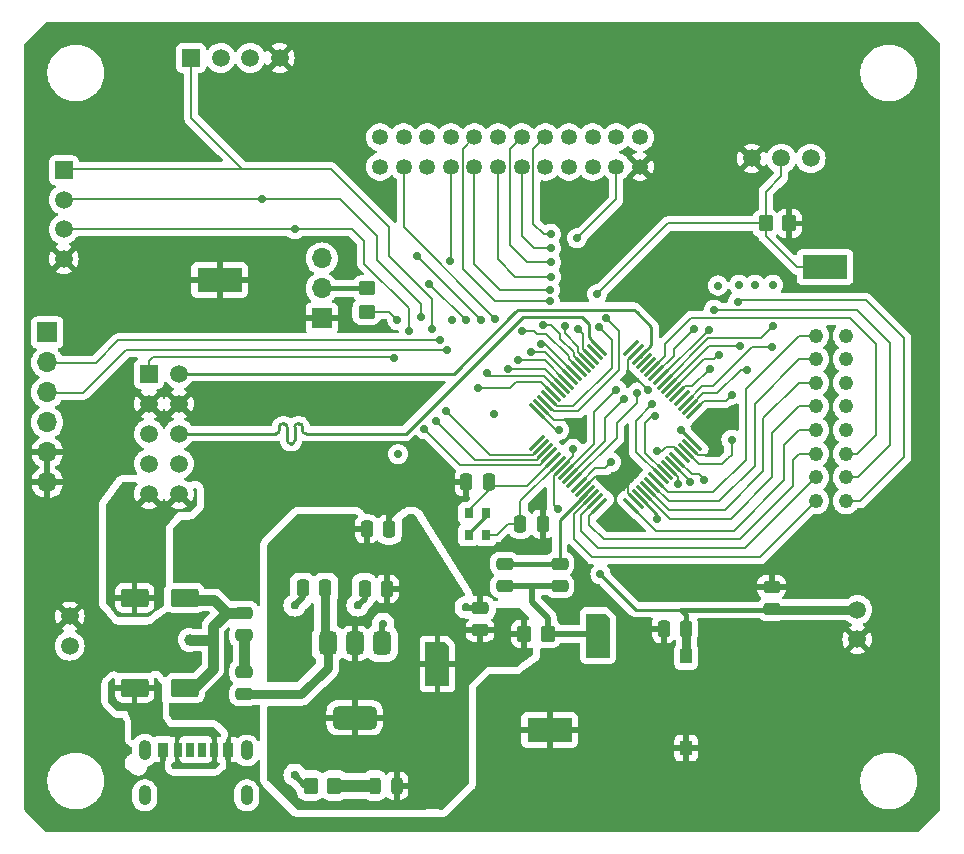
<source format=gbr>
%TF.GenerationSoftware,KiCad,Pcbnew,8.0.8-8.0.8-0~ubuntu24.04.1*%
%TF.CreationDate,2025-08-12T19:22:18-04:00*%
%TF.ProjectId,mainboard,6d61696e-626f-4617-9264-2e6b69636164,rev?*%
%TF.SameCoordinates,Original*%
%TF.FileFunction,Copper,L1,Top*%
%TF.FilePolarity,Positive*%
%FSLAX46Y46*%
G04 Gerber Fmt 4.6, Leading zero omitted, Abs format (unit mm)*
G04 Created by KiCad (PCBNEW 8.0.8-8.0.8-0~ubuntu24.04.1) date 2025-08-12 19:22:18*
%MOMM*%
%LPD*%
G01*
G04 APERTURE LIST*
G04 Aperture macros list*
%AMRoundRect*
0 Rectangle with rounded corners*
0 $1 Rounding radius*
0 $2 $3 $4 $5 $6 $7 $8 $9 X,Y pos of 4 corners*
0 Add a 4 corners polygon primitive as box body*
4,1,4,$2,$3,$4,$5,$6,$7,$8,$9,$2,$3,0*
0 Add four circle primitives for the rounded corners*
1,1,$1+$1,$2,$3*
1,1,$1+$1,$4,$5*
1,1,$1+$1,$6,$7*
1,1,$1+$1,$8,$9*
0 Add four rect primitives between the rounded corners*
20,1,$1+$1,$2,$3,$4,$5,0*
20,1,$1+$1,$4,$5,$6,$7,0*
20,1,$1+$1,$6,$7,$8,$9,0*
20,1,$1+$1,$8,$9,$2,$3,0*%
%AMRotRect*
0 Rectangle, with rotation*
0 The origin of the aperture is its center*
0 $1 length*
0 $2 width*
0 $3 Rotation angle, in degrees counterclockwise*
0 Add horizontal line*
21,1,$1,$2,0,0,$3*%
%AMOutline5P*
0 Free polygon, 5 corners , with rotation*
0 The origin of the aperture is its center*
0 number of corners: always 5*
0 $1 to $10 corner X, Y*
0 $11 Rotation angle, in degrees counterclockwise*
0 create outline with 5 corners*
4,1,5,$1,$2,$3,$4,$5,$6,$7,$8,$9,$10,$1,$2,$11*%
%AMOutline6P*
0 Free polygon, 6 corners , with rotation*
0 The origin of the aperture is its center*
0 number of corners: always 6*
0 $1 to $12 corner X, Y*
0 $13 Rotation angle, in degrees counterclockwise*
0 create outline with 6 corners*
4,1,6,$1,$2,$3,$4,$5,$6,$7,$8,$9,$10,$11,$12,$1,$2,$13*%
%AMOutline7P*
0 Free polygon, 7 corners , with rotation*
0 The origin of the aperture is its center*
0 number of corners: always 7*
0 $1 to $14 corner X, Y*
0 $15 Rotation angle, in degrees counterclockwise*
0 create outline with 7 corners*
4,1,7,$1,$2,$3,$4,$5,$6,$7,$8,$9,$10,$11,$12,$13,$14,$1,$2,$15*%
%AMOutline8P*
0 Free polygon, 8 corners , with rotation*
0 The origin of the aperture is its center*
0 number of corners: always 8*
0 $1 to $16 corner X, Y*
0 $17 Rotation angle, in degrees counterclockwise*
0 create outline with 8 corners*
4,1,8,$1,$2,$3,$4,$5,$6,$7,$8,$9,$10,$11,$12,$13,$14,$15,$16,$1,$2,$17*%
G04 Aperture macros list end*
%TA.AperFunction,SMDPad,CuDef*%
%ADD10R,0.711200X1.193800*%
%TD*%
%TA.AperFunction,SMDPad,CuDef*%
%ADD11R,0.762000X1.193800*%
%TD*%
%TA.AperFunction,SMDPad,CuDef*%
%ADD12R,0.812800X1.193800*%
%TD*%
%TA.AperFunction,SMDPad,CuDef*%
%ADD13O,1.092200X1.701800*%
%TD*%
%TA.AperFunction,SMDPad,CuDef*%
%ADD14RoundRect,0.250000X-0.475000X0.250000X-0.475000X-0.250000X0.475000X-0.250000X0.475000X0.250000X0*%
%TD*%
%TA.AperFunction,SMDPad,CuDef*%
%ADD15RoundRect,0.250000X0.475000X-0.250000X0.475000X0.250000X-0.475000X0.250000X-0.475000X-0.250000X0*%
%TD*%
%TA.AperFunction,SMDPad,CuDef*%
%ADD16RoundRect,0.250000X0.250000X0.475000X-0.250000X0.475000X-0.250000X-0.475000X0.250000X-0.475000X0*%
%TD*%
%TA.AperFunction,SMDPad,CuDef*%
%ADD17RoundRect,0.250000X0.350000X0.450000X-0.350000X0.450000X-0.350000X-0.450000X0.350000X-0.450000X0*%
%TD*%
%TA.AperFunction,SMDPad,CuDef*%
%ADD18RoundRect,0.250000X-0.250000X-0.475000X0.250000X-0.475000X0.250000X0.475000X-0.250000X0.475000X0*%
%TD*%
%TA.AperFunction,SMDPad,CuDef*%
%ADD19R,3.800000X2.000000*%
%TD*%
%TA.AperFunction,ComponentPad*%
%ADD20R,1.508000X1.508000*%
%TD*%
%TA.AperFunction,ComponentPad*%
%ADD21C,1.508000*%
%TD*%
%TA.AperFunction,ComponentPad*%
%ADD22R,1.700000X1.700000*%
%TD*%
%TA.AperFunction,ComponentPad*%
%ADD23O,1.700000X1.700000*%
%TD*%
%TA.AperFunction,SMDPad,CuDef*%
%ADD24RoundRect,0.250000X-0.450000X0.350000X-0.450000X-0.350000X0.450000X-0.350000X0.450000X0.350000X0*%
%TD*%
%TA.AperFunction,SMDPad,CuDef*%
%ADD25RotRect,0.279400X1.778000X135.000000*%
%TD*%
%TA.AperFunction,SMDPad,CuDef*%
%ADD26RotRect,0.279400X1.778000X45.000000*%
%TD*%
%TA.AperFunction,SMDPad,CuDef*%
%ADD27RoundRect,0.193750X0.971250X0.581250X-0.971250X0.581250X-0.971250X-0.581250X0.971250X-0.581250X0*%
%TD*%
%TA.AperFunction,SMDPad,CuDef*%
%ADD28R,0.800000X0.900000*%
%TD*%
%TA.AperFunction,ComponentPad*%
%ADD29C,1.219200*%
%TD*%
%TA.AperFunction,SMDPad,CuDef*%
%ADD30Outline5P,-1.900000X0.600000X-1.500000X1.000000X1.900000X1.000000X1.900000X-1.000000X-1.900000X-1.000000X270.000000*%
%TD*%
%TA.AperFunction,ComponentPad*%
%ADD31C,1.498600*%
%TD*%
%TA.AperFunction,SMDPad,CuDef*%
%ADD32RoundRect,0.250000X-0.350000X-0.450000X0.350000X-0.450000X0.350000X0.450000X-0.350000X0.450000X0*%
%TD*%
%TA.AperFunction,SMDPad,CuDef*%
%ADD33RoundRect,0.375000X-0.375000X0.625000X-0.375000X-0.625000X0.375000X-0.625000X0.375000X0.625000X0*%
%TD*%
%TA.AperFunction,SMDPad,CuDef*%
%ADD34RoundRect,0.500000X-1.400000X0.500000X-1.400000X-0.500000X1.400000X-0.500000X1.400000X0.500000X0*%
%TD*%
%TA.AperFunction,ComponentPad*%
%ADD35C,1.346200*%
%TD*%
%TA.AperFunction,SMDPad,CuDef*%
%ADD36R,1.000000X1.250000*%
%TD*%
%TA.AperFunction,SMDPad,CuDef*%
%ADD37RoundRect,0.243750X-0.243750X-0.456250X0.243750X-0.456250X0.243750X0.456250X-0.243750X0.456250X0*%
%TD*%
%TA.AperFunction,ViaPad*%
%ADD38C,0.860000*%
%TD*%
%TA.AperFunction,ViaPad*%
%ADD39C,0.700000*%
%TD*%
%TA.AperFunction,ViaPad*%
%ADD40C,1.000000*%
%TD*%
%TA.AperFunction,Conductor*%
%ADD41C,0.203200*%
%TD*%
%TA.AperFunction,Conductor*%
%ADD42C,0.254000*%
%TD*%
%TA.AperFunction,Conductor*%
%ADD43C,0.508000*%
%TD*%
%TA.AperFunction,Conductor*%
%ADD44C,0.381000*%
%TD*%
%TA.AperFunction,Conductor*%
%ADD45C,0.200000*%
%TD*%
%TA.AperFunction,Conductor*%
%ADD46C,0.889000*%
%TD*%
%TA.AperFunction,Conductor*%
%ADD47C,0.635000*%
%TD*%
%TA.AperFunction,Conductor*%
%ADD48C,0.762000*%
%TD*%
%TA.AperFunction,Conductor*%
%ADD49C,1.016000*%
%TD*%
G04 APERTURE END LIST*
D10*
%TO.P,J8,A5,CC1*%
%TO.N,unconnected-(J8-CC1-PadA5)*%
X79272000Y-89072600D03*
D11*
%TO.P,J8,A9,VBUS*%
%TO.N,/programming/5v5_usb*%
X81292000Y-89072600D03*
D12*
%TO.P,J8,A12,GND*%
%TO.N,GND*%
X82522000Y-89072600D03*
D10*
%TO.P,J8,B5,CC2*%
%TO.N,unconnected-(J8-CC2-PadB5)*%
X80272000Y-89072600D03*
D11*
%TO.P,J8,B9,VBUS*%
%TO.N,/programming/5v5_usb*%
X78252060Y-89072720D03*
D12*
%TO.P,J8,B12,GND*%
%TO.N,GND*%
X77022060Y-89072720D03*
D13*
%TO.P,J8,7*%
%TO.N,N/C*%
X75452000Y-89152600D03*
%TO.P,J8,8*%
X84092000Y-89152600D03*
%TO.P,J8,9*%
X75452000Y-92952600D03*
%TO.P,J8,10*%
X84092000Y-92952600D03*
%TD*%
D14*
%TO.P,C1,1*%
%TO.N,/programming/5v5_post_diode*%
X83848440Y-77478001D03*
%TO.P,C1,2*%
%TO.N,/programming/3V3 REG DECOUP*%
X83848440Y-79377999D03*
%TD*%
D15*
%TO.P,C11,1*%
%TO.N,+3.3V*%
X103839000Y-78977999D03*
%TO.P,C11,2*%
%TO.N,GND*%
X103839000Y-77078001D03*
%TD*%
D16*
%TO.P,C3,1*%
%TO.N,/programming/3v3_reg_in*%
X90738997Y-75428000D03*
%TO.P,C3,2*%
%TO.N,GND*%
X88838999Y-75428000D03*
%TD*%
D17*
%TO.P,FB1,1*%
%TO.N,+3.3VA*%
X109589000Y-79278000D03*
%TO.P,FB1,2*%
%TO.N,+3.3V*%
X107589000Y-79278000D03*
%TD*%
D18*
%TO.P,C5,1*%
%TO.N,+3.3V*%
X94239000Y-70390000D03*
%TO.P,C5,2*%
%TO.N,GND*%
X96138998Y-70390000D03*
%TD*%
D15*
%TO.P,C10,1*%
%TO.N,+3.3VA*%
X110589000Y-75227999D03*
%TO.P,C10,2*%
%TO.N,Net-(U3-VDDA)*%
X110589000Y-73328001D03*
%TD*%
D19*
%TO.P,TP7,1,1*%
%TO.N,GND*%
X81804000Y-49308000D03*
%TD*%
D20*
%TO.P,J7,1,1*%
%TO.N,RST*%
X75812000Y-57265500D03*
D21*
%TO.P,J7,2,2*%
%TO.N,SWDIO*%
X78352000Y-57265500D03*
%TO.P,J7,3,3*%
%TO.N,GND*%
X75812000Y-59805500D03*
%TO.P,J7,4,4*%
X78352000Y-59805500D03*
%TO.P,J7,5,5*%
%TO.N,unconnected-(J7-Pad5)*%
X75811999Y-62345500D03*
%TO.P,J7,6,6*%
%TO.N,SWCLK*%
X78352001Y-62345500D03*
%TO.P,J7,7,7*%
%TO.N,unconnected-(J7-Pad7)*%
X75812000Y-64885500D03*
%TO.P,J7,8,8*%
%TO.N,unconnected-(J7-Pad8)*%
X78352000Y-64885500D03*
%TO.P,J7,9,9*%
%TO.N,/programming/5v5_in_jtag*%
X75812000Y-67425500D03*
%TO.P,J7,10,10*%
X78352000Y-67425500D03*
%TD*%
D15*
%TO.P,C13,1*%
%TO.N,RST*%
X128540000Y-77181999D03*
%TO.P,C13,2*%
%TO.N,GND*%
X128540000Y-75282001D03*
%TD*%
D22*
%TO.P,J6,1,Pin_1*%
%TO.N,unconnected-(J6-Pin_1-Pad1)*%
X67199000Y-53753000D03*
D23*
%TO.P,J6,2,Pin_2*%
%TO.N,PD2*%
X67199000Y-56293000D03*
%TO.P,J6,3,Pin_3*%
%TO.N,PC12*%
X67199000Y-58832999D03*
%TO.P,J6,4,Pin_4*%
%TO.N,unconnected-(J6-Pin_4-Pad4)*%
X67199000Y-61373000D03*
%TO.P,J6,5,Pin_5*%
%TO.N,GND*%
X67199000Y-63913000D03*
%TO.P,J6,6,Pin_6*%
X67199000Y-66453000D03*
%TD*%
D18*
%TO.P,C15,1*%
%TO.N,/stm/HSE_OUT*%
X107261001Y-69984000D03*
%TO.P,C15,2*%
%TO.N,GND*%
X109160999Y-69984000D03*
%TD*%
D24*
%TO.P,R8,1*%
%TO.N,/stm/SW_BOOT0*%
X94239000Y-50028000D03*
%TO.P,R8,2*%
%TO.N,/stm/BOOT0*%
X94239000Y-52028000D03*
%TD*%
D25*
%TO.P,U3,1,VBAT*%
%TO.N,unconnected-(U3-VBAT-Pad1)*%
X108646761Y-63107812D03*
%TO.P,U3,2,PC13*%
%TO.N,PC13*%
X109000314Y-63461364D03*
%TO.P,U3,3,PC14*%
%TO.N,PC14*%
X109353868Y-63814919D03*
%TO.P,U3,4,PC15*%
%TO.N,PC15*%
X109707421Y-64168471D03*
%TO.P,U3,5,PF0*%
%TO.N,/stm/HSE_IN*%
X110060976Y-64522026D03*
%TO.P,U3,6,PF1*%
%TO.N,/stm/HSE_OUT*%
X110414528Y-64875579D03*
%TO.P,U3,7,NRST*%
%TO.N,RST*%
X110768081Y-65229131D03*
%TO.P,U3,8,PC0*%
%TO.N,PC0*%
X111121635Y-65582686D03*
%TO.P,U3,9,PC1*%
%TO.N,PC1*%
X111475188Y-65936239D03*
%TO.P,U3,10,PC2*%
%TO.N,PC2*%
X111828743Y-66289793D03*
%TO.P,U3,11,PC3*%
%TO.N,PC3*%
X112182295Y-66643346D03*
%TO.P,U3,12,VSSA*%
%TO.N,GND*%
X112535848Y-66996898D03*
%TO.P,U3,13,VDDA*%
%TO.N,Net-(U3-VDDA)*%
X112889403Y-67350453D03*
%TO.P,U3,14,PA0*%
%TO.N,PA0*%
X113242955Y-67704006D03*
%TO.P,U3,15,PA1*%
%TO.N,PA1*%
X113596510Y-68057560D03*
%TO.P,U3,16,PA2*%
%TO.N,PA2*%
X113950062Y-68411113D03*
D26*
%TO.P,U3,17,PA3*%
%TO.N,PA3*%
X116657150Y-68411113D03*
%TO.P,U3,18,VSS*%
%TO.N,GND*%
X117010702Y-68057560D03*
%TO.P,U3,19,VDD*%
%TO.N,+3.3V*%
X117364257Y-67704006D03*
%TO.P,U3,20,PA4*%
%TO.N,PA4*%
X117717809Y-67350453D03*
%TO.P,U3,21,PA5*%
%TO.N,PA5*%
X118071364Y-66996898D03*
%TO.P,U3,22,PA6*%
%TO.N,PA6*%
X118424917Y-66643346D03*
%TO.P,U3,23,PA7*%
%TO.N,PA7*%
X118778469Y-66289793D03*
%TO.P,U3,24,PC4*%
%TO.N,PC4*%
X119132024Y-65936239D03*
%TO.P,U3,25,PC5*%
%TO.N,PC5*%
X119485577Y-65582686D03*
%TO.P,U3,26,PB0*%
%TO.N,PB0*%
X119839131Y-65229131D03*
%TO.P,U3,27,PB1*%
%TO.N,PB1*%
X120192684Y-64875579D03*
%TO.P,U3,28,PB2*%
%TO.N,PB2*%
X120546236Y-64522026D03*
%TO.P,U3,29,PB10*%
%TO.N,PB10*%
X120899791Y-64168471D03*
%TO.P,U3,30,PB11*%
%TO.N,PB11*%
X121253344Y-63814919D03*
%TO.P,U3,31,VSS*%
%TO.N,GND*%
X121606898Y-63461364D03*
%TO.P,U3,32,VDD*%
%TO.N,+3.3V*%
X121960451Y-63107812D03*
D25*
%TO.P,U3,33,PB12*%
%TO.N,PB12*%
X121960451Y-60400724D03*
%TO.P,U3,34,PB13*%
%TO.N,PB13*%
X121606898Y-60047172D03*
%TO.P,U3,35,PB14*%
%TO.N,PB14*%
X121253344Y-59693617D03*
%TO.P,U3,36,PB15*%
%TO.N,unconnected-(U3-PB15-Pad36)*%
X120899791Y-59340065D03*
%TO.P,U3,37,PC6*%
%TO.N,PC6*%
X120546236Y-58986510D03*
%TO.P,U3,38,PC7*%
%TO.N,PC7*%
X120192684Y-58632957D03*
%TO.P,U3,39,PC8*%
%TO.N,PC8*%
X119839131Y-58279405D03*
%TO.P,U3,40,PC9*%
%TO.N,PC9*%
X119485577Y-57925850D03*
%TO.P,U3,41,PA8*%
%TO.N,PA8*%
X119132024Y-57572297D03*
%TO.P,U3,42,PA9*%
%TO.N,PA9*%
X118778469Y-57218743D03*
%TO.P,U3,43,PA10*%
%TO.N,PA10*%
X118424917Y-56865190D03*
%TO.P,U3,44,PA11*%
%TO.N,unconnected-(U3-PA11-Pad44)*%
X118071364Y-56511638D03*
%TO.P,U3,45,PA12*%
%TO.N,unconnected-(U3-PA12-Pad45)*%
X117717809Y-56158083D03*
%TO.P,U3,46,PA13*%
%TO.N,SWDIO*%
X117364257Y-55804530D03*
%TO.P,U3,47,VSS*%
%TO.N,GND*%
X117010702Y-55450976D03*
%TO.P,U3,48,VDDIO2*%
%TO.N,unconnected-(U3-VDDIO2-Pad48)*%
X116657150Y-55097423D03*
D26*
%TO.P,U3,49,PA14*%
%TO.N,SWCLK*%
X113950062Y-55097423D03*
%TO.P,U3,50,PA15*%
%TO.N,unconnected-(U3-PA15-Pad50)*%
X113596510Y-55450976D03*
%TO.P,U3,51,PC10*%
%TO.N,PC10*%
X113242955Y-55804530D03*
%TO.P,U3,52,PC11*%
%TO.N,PC11*%
X112889403Y-56158083D03*
%TO.P,U3,53,PC12*%
%TO.N,PC12*%
X112535848Y-56511638D03*
%TO.P,U3,54,PD2*%
%TO.N,PD2*%
X112182295Y-56865190D03*
%TO.P,U3,55,PB3*%
%TO.N,PB3*%
X111828743Y-57218743D03*
%TO.P,U3,56,PB4*%
%TO.N,PB4*%
X111475188Y-57572297D03*
%TO.P,U3,57,PB5*%
%TO.N,PB5*%
X111121635Y-57925850D03*
%TO.P,U3,58,PB6*%
%TO.N,PB6*%
X110768081Y-58279405D03*
%TO.P,U3,59,PB7*%
%TO.N,PB7*%
X110414528Y-58632957D03*
%TO.P,U3,60,PF11*%
%TO.N,/stm/BOOT0*%
X110060976Y-58986510D03*
%TO.P,U3,61,PB8*%
%TO.N,PB8*%
X109707421Y-59340065D03*
%TO.P,U3,62,PB9*%
%TO.N,PB9*%
X109353868Y-59693617D03*
%TO.P,U3,63,VSS*%
%TO.N,GND*%
X109000314Y-60047172D03*
%TO.P,U3,64,VDD*%
%TO.N,+3.3V*%
X108646761Y-60400724D03*
%TD*%
D27*
%TO.P,D1,1*%
%TO.N,/programming/5v5_post_diode*%
X78859000Y-76232000D03*
%TO.P,D1,2*%
%TO.N,/programming/5v5_in_jtag*%
X74589000Y-76232000D03*
%TD*%
D28*
%TO.P,Y1,1,1*%
%TO.N,/stm/HSE_IN*%
X102889001Y-69059000D03*
%TO.P,Y1,2,2*%
%TO.N,Net-(Y1-Pad2)*%
X102889001Y-70909000D03*
%TO.P,Y1,3,3*%
%TO.N,/stm/HSE_OUT*%
X104339001Y-70909000D03*
%TO.P,Y1,4,4*%
%TO.N,Net-(Y1-Pad2)*%
X104339001Y-69059000D03*
%TD*%
D16*
%TO.P,C14,1*%
%TO.N,/stm/HSE_IN*%
X104588999Y-66428000D03*
%TO.P,C14,2*%
%TO.N,GND*%
X102689001Y-66428000D03*
%TD*%
D29*
%TO.P,U1,1,1*%
%TO.N,PA0*%
X132299000Y-68028000D03*
%TO.P,U1,2,2*%
%TO.N,PA1*%
X132299000Y-66028001D03*
%TO.P,U1,3,3*%
%TO.N,PA2*%
X132299000Y-64028000D03*
%TO.P,U1,4,4*%
%TO.N,PA3*%
X132299000Y-62028001D03*
%TO.P,U1,5,5*%
%TO.N,PA4*%
X132299000Y-60028000D03*
%TO.P,U1,6,6*%
%TO.N,PA5*%
X132299000Y-58028002D03*
%TO.P,U1,7,7*%
%TO.N,PA6*%
X132299000Y-56028001D03*
%TO.P,U1,8,8*%
%TO.N,PA7*%
X132299000Y-54028000D03*
%TO.P,U1,9,9*%
%TO.N,PA8*%
X134839000Y-68028000D03*
%TO.P,U1,10,10*%
%TO.N,PA9*%
X134839000Y-66028001D03*
%TO.P,U1,11,11*%
%TO.N,PA10*%
X134839000Y-64028000D03*
%TO.P,U1,12,12*%
%TO.N,PB11*%
X134839000Y-62028001D03*
%TO.P,U1,13,13*%
%TO.N,PB12*%
X134839000Y-60028000D03*
%TO.P,U1,14,14*%
%TO.N,PB13*%
X134839000Y-58028002D03*
%TO.P,U1,15,15*%
%TO.N,PB14*%
X134839000Y-56028001D03*
%TO.P,U1,16,16*%
%TO.N,unconnected-(U1-Pad16)*%
X134839000Y-54028000D03*
%TD*%
D19*
%TO.P,TP5,1,1*%
%TO.N,GND*%
X109744000Y-87408000D03*
%TD*%
D16*
%TO.P,C4,1*%
%TO.N,+3.3V*%
X95961999Y-75470000D03*
%TO.P,C4,2*%
%TO.N,GND*%
X94062001Y-75470000D03*
%TD*%
D30*
%TO.P,TP1,1,1*%
%TO.N,+3.3VA*%
X113839000Y-79428000D03*
%TD*%
D27*
%TO.P,D3,1*%
%TO.N,/programming/5v5_post_diode*%
X78859000Y-83852000D03*
%TO.P,D3,2*%
%TO.N,/programming/5v5_usb*%
X74589000Y-83852000D03*
%TD*%
D31*
%TO.P,J5,1,Pin_1*%
%TO.N,+3.3V*%
X131839000Y-39028000D03*
%TO.P,J5,2,Pin_2*%
%TO.N,PC11*%
X129339000Y-39028000D03*
%TO.P,J5,3,Pin_3*%
%TO.N,GND*%
X126839000Y-39028000D03*
%TD*%
D32*
%TO.P,R1,1*%
%TO.N,GND*%
X89502060Y-92127424D03*
%TO.P,R1,2*%
%TO.N,/programming/PWR_LED_CATHODE*%
X91502060Y-92127424D03*
%TD*%
D33*
%TO.P,U2,1,GND*%
%TO.N,GND*%
X95539000Y-80078000D03*
%TO.P,U2,2,VO*%
%TO.N,+3.3V*%
X93239000Y-80078001D03*
D34*
X93239000Y-86377999D03*
D33*
%TO.P,U2,3,VI*%
%TO.N,/programming/3v3_reg_in*%
X90939000Y-80078000D03*
%TD*%
D20*
%TO.P,J2,1,1*%
%TO.N,PC13*%
X68596000Y-40030002D03*
D21*
%TO.P,J2,2,2*%
%TO.N,PC14*%
X68596000Y-42530002D03*
%TO.P,J2,3,3*%
%TO.N,PC15*%
X68596000Y-45030000D03*
%TO.P,J2,4,4*%
%TO.N,GND*%
X68596000Y-47530000D03*
%TD*%
D32*
%TO.P,R13,1*%
%TO.N,PC11*%
X128021300Y-44532799D03*
%TO.P,R13,2*%
%TO.N,GND*%
X130021300Y-44532799D03*
%TD*%
D14*
%TO.P,C2,1*%
%TO.N,/programming/3V3 REG DECOUP*%
X83848440Y-82478001D03*
%TO.P,C2,2*%
%TO.N,/programming/3v3_reg_in*%
X83848440Y-84377999D03*
%TD*%
D15*
%TO.P,C9,1*%
%TO.N,+3.3VA*%
X105934000Y-75227998D03*
%TO.P,C9,2*%
%TO.N,Net-(U3-VDDA)*%
X105934000Y-73328000D03*
%TD*%
D35*
%TO.P,J1,1,1*%
%TO.N,PB0*%
X95372399Y-37226306D03*
%TO.P,J1,2,2*%
%TO.N,PB1*%
X95372399Y-39726306D03*
%TO.P,J1,3,3*%
%TO.N,PB2*%
X97372400Y-37226306D03*
%TO.P,J1,4,4*%
%TO.N,PB3*%
X97372400Y-39726306D03*
%TO.P,J1,5,5*%
%TO.N,PB4*%
X99372398Y-37226306D03*
%TO.P,J1,6,6*%
%TO.N,PB5*%
X99372398Y-39726306D03*
%TO.P,J1,7,7*%
%TO.N,PB6*%
X101372400Y-37226306D03*
%TO.P,J1,8,8*%
%TO.N,PB7*%
X101372400Y-39726306D03*
%TO.P,J1,9,9*%
%TO.N,PB8*%
X103372398Y-37226306D03*
%TO.P,J1,10,10*%
%TO.N,PB9*%
X103372398Y-39726306D03*
%TO.P,J1,11,11*%
%TO.N,PB10*%
X105372399Y-37226306D03*
%TO.P,J1,12,12*%
%TO.N,PC0*%
X105372399Y-39726306D03*
%TO.P,J1,13,13*%
%TO.N,PC1*%
X107372400Y-37226306D03*
%TO.P,J1,14,14*%
%TO.N,PC2*%
X107372400Y-39726306D03*
%TO.P,J1,15,15*%
%TO.N,PC3*%
X109372399Y-37226306D03*
%TO.P,J1,16,16*%
%TO.N,PC4*%
X109372399Y-39726306D03*
%TO.P,J1,17,17*%
%TO.N,PC5*%
X111372400Y-37226306D03*
%TO.P,J1,18,18*%
%TO.N,PC6*%
X111372400Y-39726306D03*
%TO.P,J1,19,19*%
%TO.N,PC7*%
X113372398Y-37226306D03*
%TO.P,J1,20,20*%
%TO.N,PC8*%
X113372398Y-39726306D03*
%TO.P,J1,21,21*%
%TO.N,PC9*%
X115372399Y-37226306D03*
%TO.P,J1,22,22*%
%TO.N,PC10*%
X115372399Y-39726306D03*
%TO.P,J1,23,23*%
%TO.N,+3.3V*%
X117372398Y-37226306D03*
%TO.P,J1,24,24*%
%TO.N,GND*%
X117372398Y-39726306D03*
%TD*%
D16*
%TO.P,C12,1*%
%TO.N,RST*%
X121292006Y-78856079D03*
%TO.P,C12,2*%
%TO.N,GND*%
X119392008Y-78856079D03*
%TD*%
D36*
%TO.P,SW1,1,A*%
%TO.N,RST*%
X121301000Y-81185000D03*
%TO.P,SW1,2,B*%
%TO.N,GND*%
X121301000Y-88935000D03*
%TD*%
D20*
%TO.P,J3,1,1*%
%TO.N,PC13*%
X79384002Y-30512000D03*
D21*
%TO.P,J3,2,2*%
%TO.N,PC14*%
X81884002Y-30512000D03*
%TO.P,J3,3,3*%
%TO.N,PC15*%
X84384000Y-30512000D03*
%TO.P,J3,4,4*%
%TO.N,GND*%
X86884000Y-30512000D03*
%TD*%
D22*
%TO.P,SW3,1,A*%
%TO.N,GND*%
X90440000Y-52568000D03*
D23*
%TO.P,SW3,2,B*%
%TO.N,/stm/SW_BOOT0*%
X90440000Y-50028000D03*
%TO.P,SW3,3,C*%
%TO.N,+3.3V*%
X90440000Y-47488001D03*
%TD*%
D37*
%TO.P,D2,1,K*%
%TO.N,/programming/PWR_LED_CATHODE*%
X94914559Y-92127424D03*
%TO.P,D2,2,A*%
%TO.N,+3.3V*%
X96789561Y-92127424D03*
%TD*%
D19*
%TO.P,TP3,1,1*%
%TO.N,PC11*%
X133039000Y-48228000D03*
%TD*%
D31*
%TO.P,SW2,1,A*%
%TO.N,RST*%
X135779000Y-77248000D03*
%TO.P,SW2,2,B*%
%TO.N,GND*%
X135779000Y-79748000D03*
%TD*%
%TO.P,J4,1,1*%
%TO.N,+3.3V*%
X69104000Y-80296000D03*
%TO.P,J4,2,2*%
%TO.N,GND*%
X69104000Y-77796000D03*
%TD*%
D30*
%TO.P,TP2,1,1*%
%TO.N,+3.3V*%
X100239000Y-81828000D03*
%TD*%
D38*
%TO.N,+3.3V*%
X88916000Y-71152000D03*
D39*
X118839000Y-69528000D03*
X120839000Y-62028000D03*
X110506000Y-62008000D03*
X105039000Y-60628000D03*
D38*
X100854000Y-89440000D03*
D39*
%TO.N,GND*%
X88662000Y-52864000D03*
X123587000Y-63659000D03*
X118039000Y-58628000D03*
X89424000Y-67088000D03*
X96917000Y-68612000D03*
X120116938Y-48410474D03*
X114824000Y-87408000D03*
X120285000Y-75216000D03*
X111903000Y-61627000D03*
X76978000Y-91106200D03*
X88154000Y-91218000D03*
X74184000Y-50832000D03*
X88154000Y-76867000D03*
X93488000Y-76870000D03*
X115309319Y-65890553D03*
X116685231Y-65660275D03*
X135144000Y-87408000D03*
X73100498Y-87340281D03*
X75200000Y-36608000D03*
X95639000Y-78428000D03*
X135144000Y-36608000D03*
X102639000Y-77028000D03*
X106467938Y-31559856D03*
X124984000Y-36608000D03*
%TO.N,PC9*%
X128639000Y-53228000D03*
X128639000Y-49718131D03*
%TO.N,PC3*%
X114925519Y-64741481D03*
X109839000Y-45428000D03*
%TO.N,PC8*%
X127121500Y-49710500D03*
X125839000Y-54879600D03*
%TO.N,PC6*%
X123279072Y-56828000D03*
X123997500Y-49786500D03*
%TO.N,PB8*%
X113939000Y-53328000D03*
X109739000Y-51128000D03*
%TO.N,PC2*%
X117165870Y-58846283D03*
X109839000Y-46628000D03*
%TO.N,PC10*%
X112139000Y-53428000D03*
X112067495Y-45791665D03*
%TO.N,PB3*%
X105102144Y-52591144D03*
X109039000Y-54728000D03*
%TO.N,PC5*%
X118639000Y-60828000D03*
%TO.N,PB10*%
X118839000Y-63828000D03*
%TO.N,PB9*%
X114539000Y-52528000D03*
X109739000Y-50128000D03*
%TO.N,PC7*%
X124039000Y-55628000D03*
X125776662Y-49718131D03*
%TO.N,PB5*%
X102639000Y-52728000D03*
X107039000Y-56128000D03*
X99539000Y-49628000D03*
%TO.N,PC0*%
X115387400Y-58628000D03*
X109839000Y-49028000D03*
%TO.N,PC1*%
X116039000Y-59428000D03*
X109839000Y-47828000D03*
%TO.N,PB2*%
X122839000Y-66228000D03*
%TO.N,PC4*%
X118439000Y-59828000D03*
%TO.N,PB6*%
X101439000Y-52728000D03*
X106239000Y-56828000D03*
%TO.N,PB7*%
X104401500Y-57190500D03*
X101339000Y-47728000D03*
%TO.N,PB1*%
X121639000Y-66428000D03*
X96896800Y-64060200D03*
%TO.N,PB0*%
X120639000Y-66626400D03*
%TO.N,PB4*%
X98539000Y-47328000D03*
X108139000Y-55428000D03*
X103939000Y-52728000D03*
%TO.N,PA8*%
X125689000Y-51176400D03*
X123189000Y-53578000D03*
%TO.N,PB14*%
X128539000Y-55028000D03*
%TO.N,PB11*%
X125139000Y-62828000D03*
%TO.N,PB12*%
X125139000Y-59028000D03*
%TO.N,PB13*%
X126439000Y-56928000D03*
%TO.N,PA9*%
X123639000Y-51828000D03*
X121916695Y-53450305D03*
%TO.N,PC15*%
X97839000Y-53597177D03*
X99139000Y-61928000D03*
X88154000Y-45030000D03*
%TO.N,PC14*%
X85360000Y-42450000D03*
X100139000Y-61228000D03*
X98839000Y-52483000D03*
%TO.N,PC13*%
X100939000Y-60428000D03*
X99739000Y-53497697D03*
D40*
%TO.N,/programming/5v5_post_diode*%
X79264000Y-79788000D03*
D39*
%TO.N,/stm/BOOT0*%
X103648000Y-58452000D03*
X96851500Y-52715500D03*
%TO.N,PC11*%
X111039000Y-53228000D03*
X113739000Y-50528000D03*
%TO.N,PD2*%
X100439000Y-54428000D03*
X107426302Y-53615302D03*
%TO.N,PC12*%
X109214000Y-53153000D03*
X101039000Y-55228000D03*
%TO.N,RST*%
X110439000Y-68686000D03*
X114039000Y-74228000D03*
X111739000Y-63628000D03*
X96539000Y-55928000D03*
%TD*%
D41*
%TO.N,+3.3V*%
X110506000Y-62008000D02*
X110254037Y-62008000D01*
D42*
X118839000Y-69528000D02*
X118839000Y-69178749D01*
D41*
X110254037Y-62008000D02*
X108646761Y-60400724D01*
D42*
X118839000Y-69178749D02*
X117364257Y-67704006D01*
X120880639Y-62028000D02*
X121960451Y-63107812D01*
X120839000Y-62028000D02*
X120880639Y-62028000D01*
D41*
%TO.N,GND*%
X118039000Y-58628000D02*
X116335256Y-56924256D01*
D43*
X102689001Y-77078001D02*
X102639000Y-77028000D01*
X94062001Y-76295999D02*
X94062001Y-75470000D01*
D41*
X122282347Y-64136813D02*
X121606898Y-63461364D01*
D43*
X88838999Y-76182001D02*
X88838999Y-75428000D01*
X95539000Y-80078000D02*
X95539000Y-78528000D01*
D41*
X116685231Y-65660275D02*
X116335256Y-66010250D01*
X123109187Y-64136813D02*
X122282347Y-64136813D01*
X111903000Y-61627000D02*
X111452400Y-61176400D01*
D43*
X103839000Y-77078001D02*
X102689001Y-77078001D01*
D42*
X77022000Y-89341799D02*
X77022000Y-91062200D01*
D41*
X113642193Y-65890553D02*
X112535848Y-66996898D01*
D44*
X96138998Y-69390002D02*
X96138998Y-70390000D01*
X88958000Y-52568000D02*
X90839000Y-52568000D01*
X88662000Y-52864000D02*
X88958000Y-52568000D01*
D41*
X115309319Y-65890553D02*
X113642193Y-65890553D01*
D43*
X89063424Y-92127424D02*
X88154000Y-91218000D01*
D41*
X123587000Y-63659000D02*
X123109187Y-64136813D01*
D44*
X96917000Y-68612000D02*
X96138998Y-69390002D01*
D43*
X93488000Y-76870000D02*
X94062001Y-76295999D01*
D44*
X89502060Y-92127424D02*
X89063424Y-92127424D01*
D43*
X95539000Y-78528000D02*
X95639000Y-78428000D01*
D41*
X116335256Y-67382114D02*
X117010702Y-68057560D01*
X116335256Y-56126422D02*
X117010702Y-55450976D01*
X116335256Y-56924256D02*
X116335256Y-56126422D01*
D42*
X77022000Y-92952000D02*
X76978000Y-92996000D01*
D41*
X110129542Y-61176400D02*
X109000314Y-60047172D01*
X116335256Y-66010250D02*
X116335256Y-67382114D01*
D43*
X88154000Y-76867000D02*
X88838999Y-76182001D01*
D41*
X111452400Y-61176400D02*
X110129542Y-61176400D01*
D43*
%TO.N,+3.3VA*%
X108239000Y-75227998D02*
X110588999Y-75227998D01*
X108239000Y-76577998D02*
X108239000Y-75227998D01*
X105934000Y-75227998D02*
X108084000Y-75227998D01*
X110588999Y-75227998D02*
X110589000Y-75227999D01*
X109589000Y-77927998D02*
X108239000Y-76577998D01*
X113689000Y-79278000D02*
X113839000Y-79428000D01*
X109589000Y-79278000D02*
X109589000Y-77927998D01*
X109589000Y-79278000D02*
X113689000Y-79278000D01*
D41*
%TO.N,PC9*%
X127639000Y-54228000D02*
X125510502Y-54228000D01*
X123181827Y-54229600D02*
X119485577Y-57925850D01*
X125508902Y-54229600D02*
X123181827Y-54229600D01*
X128639000Y-53228000D02*
X127639000Y-54228000D01*
X125510502Y-54228000D02*
X125508902Y-54229600D01*
%TO.N,PC3*%
X109239000Y-45428000D02*
X108347100Y-44536100D01*
X109839000Y-45428000D02*
X109239000Y-45428000D01*
X113597641Y-65228000D02*
X112182295Y-66643346D01*
X108347100Y-44536100D02*
X108347100Y-38251605D01*
X114925519Y-64741481D02*
X114439000Y-65228000D01*
X108347100Y-38251605D02*
X109372399Y-37226306D01*
X114439000Y-65228000D02*
X113597641Y-65228000D01*
%TO.N,PC8*%
X123238936Y-54879600D02*
X119839131Y-58279405D01*
X125839000Y-54879600D02*
X123238936Y-54879600D01*
%TO.N,PC6*%
X121796008Y-58311064D02*
X121221682Y-58311064D01*
X123279072Y-56828000D02*
X121796008Y-58311064D01*
X121221682Y-58311064D02*
X120546236Y-58986510D01*
%TO.N,PB8*%
X115039000Y-54428000D02*
X115039000Y-56728000D01*
X102397698Y-38201006D02*
X103372398Y-37226306D01*
X109739000Y-51128000D02*
X105139000Y-51128000D01*
X110382867Y-60015511D02*
X109707421Y-59340065D01*
X113939000Y-53328000D02*
X115039000Y-54428000D01*
X115039000Y-56728000D02*
X111751489Y-60015511D01*
X102397698Y-48386698D02*
X102397698Y-38201006D01*
X111751489Y-60015511D02*
X110382867Y-60015511D01*
X105139000Y-51128000D02*
X102397698Y-48386698D01*
%TO.N,PC2*%
X115439000Y-61428000D02*
X117165870Y-59701130D01*
X111828743Y-66289793D02*
X115439000Y-62679536D01*
X108439000Y-46628000D02*
X107372400Y-45561400D01*
X109839000Y-46628000D02*
X108439000Y-46628000D01*
X117165870Y-59701130D02*
X117165870Y-58846283D01*
X115439000Y-62679536D02*
X115439000Y-61428000D01*
X107372400Y-45561400D02*
X107372400Y-39726306D01*
%TO.N,PC10*%
X112567509Y-53856509D02*
X112139000Y-53428000D01*
X112067495Y-45791665D02*
X115372399Y-42486761D01*
X115372399Y-42486761D02*
X115372399Y-39726306D01*
X113242955Y-55804530D02*
X112567509Y-55129084D01*
X112567509Y-55129084D02*
X112567509Y-53856509D01*
%TO.N,PB3*%
X97372400Y-44861400D02*
X97372400Y-39726306D01*
X105102144Y-52591144D02*
X97372400Y-44861400D01*
X109039000Y-54728000D02*
X109338000Y-54728000D01*
X109338000Y-54728000D02*
X111828743Y-57218743D01*
%TO.N,PC5*%
X117839000Y-63936109D02*
X117839000Y-61428000D01*
X117839000Y-61428000D02*
X118439000Y-60828000D01*
X118439000Y-60828000D02*
X118639000Y-60828000D01*
X119485577Y-65582686D02*
X117839000Y-63936109D01*
%TO.N,PB10*%
X118839000Y-63828000D02*
X119239000Y-63828000D01*
X120224345Y-63493025D02*
X120899791Y-64168471D01*
X119239000Y-63828000D02*
X119573975Y-63493025D01*
X119573975Y-63493025D02*
X120224345Y-63493025D01*
%TO.N,PB9*%
X109739000Y-50128000D02*
X105539000Y-50128000D01*
X115639000Y-55491479D02*
X115628149Y-55502330D01*
X115628149Y-55752184D02*
X115639000Y-55763035D01*
X114539000Y-52528000D02*
X115639000Y-53628000D01*
X112148289Y-60418711D02*
X110078962Y-60418711D01*
X105539000Y-50128000D02*
X103372398Y-47961398D01*
X115639000Y-53628000D02*
X115639000Y-55491479D01*
X115639000Y-55763035D02*
X115639000Y-56928000D01*
X103372398Y-47961398D02*
X103372398Y-39726306D01*
X110078962Y-60418711D02*
X109353868Y-59693617D01*
X115628149Y-55502330D02*
X115628149Y-55752184D01*
X115639000Y-56928000D02*
X112148289Y-60418711D01*
%TO.N,PC7*%
X122797641Y-56028000D02*
X120192684Y-58632957D01*
X124039000Y-55628000D02*
X123639000Y-56028000D01*
X123639000Y-56028000D02*
X122797641Y-56028000D01*
%TO.N,PB5*%
X109323785Y-56128000D02*
X111121635Y-57925850D01*
X102639000Y-52728000D02*
X99539000Y-49628000D01*
X107039000Y-56128000D02*
X109323785Y-56128000D01*
%TO.N,PC0*%
X115387400Y-58628000D02*
X113487400Y-60528000D01*
X105372399Y-39726306D02*
X105372399Y-47561399D01*
X113487400Y-60528000D02*
X113487400Y-63216921D01*
X113487400Y-63216921D02*
X111121635Y-65582686D01*
X106839000Y-49028000D02*
X109839000Y-49028000D01*
X105372399Y-47561399D02*
X106839000Y-49028000D01*
%TO.N,PC1*%
X106397700Y-38201006D02*
X107372400Y-37226306D01*
X106397700Y-46386700D02*
X106397700Y-38201006D01*
X116039000Y-59428000D02*
X114439000Y-61028000D01*
X114439000Y-61028000D02*
X114439000Y-62972427D01*
X107839000Y-47828000D02*
X106397700Y-46386700D01*
X114439000Y-62972427D02*
X111475188Y-65936239D01*
X109839000Y-47828000D02*
X107839000Y-47828000D01*
%TO.N,PB2*%
X121800610Y-65776400D02*
X122387400Y-65776400D01*
X122387400Y-65776400D02*
X122839000Y-66228000D01*
X120546236Y-64522026D02*
X121800610Y-65776400D01*
%TO.N,PC4*%
X118439000Y-59828000D02*
X117039000Y-61228000D01*
X117039000Y-63843215D02*
X119132024Y-65936239D01*
X117039000Y-61228000D02*
X117039000Y-63843215D01*
%TO.N,PB6*%
X109316676Y-56828000D02*
X110768081Y-58279405D01*
X106239000Y-56828000D02*
X109316676Y-56828000D01*
%TO.N,PB7*%
X104401500Y-57190500D02*
X104690600Y-57479600D01*
X109261171Y-57479600D02*
X110414528Y-58632957D01*
X101339000Y-47728000D02*
X101372400Y-47694600D01*
X101372400Y-47694600D02*
X101372400Y-39726306D01*
X104690600Y-57479600D02*
X109261171Y-57479600D01*
%TO.N,PB1*%
X120192684Y-64875579D02*
X121639000Y-66321895D01*
X121639000Y-66321895D02*
X121639000Y-66428000D01*
%TO.N,PB0*%
X119839131Y-65229131D02*
X120639000Y-66029000D01*
X120639000Y-66029000D02*
X120639000Y-66626400D01*
%TO.N,PB4*%
X98539000Y-47328000D02*
X103939000Y-52728000D01*
X109330891Y-55428000D02*
X111475188Y-57572297D01*
X108139000Y-55428000D02*
X109330891Y-55428000D01*
%TO.N,PA8*%
X125837400Y-51028000D02*
X136539000Y-51028000D01*
X136039000Y-68028000D02*
X134839000Y-68028000D01*
X125689000Y-51176400D02*
X125837400Y-51028000D01*
X136539000Y-51028000D02*
X139739000Y-54228000D01*
X119194703Y-57572297D02*
X119132024Y-57572297D01*
X123189000Y-53578000D02*
X119194703Y-57572297D01*
X139739000Y-54228000D02*
X139739000Y-64328000D01*
X139739000Y-64328000D02*
X136039000Y-68028000D01*
%TO.N,PB14*%
X121253344Y-59693617D02*
X122618961Y-58328000D01*
X123539000Y-58328000D02*
X126839000Y-55028000D01*
X126839000Y-55028000D02*
X128539000Y-55028000D01*
X122618961Y-58328000D02*
X123539000Y-58328000D01*
%TO.N,PA7*%
X130839000Y-54028000D02*
X132299000Y-54028000D01*
X119766676Y-67278000D02*
X123589000Y-67278000D01*
X126339000Y-58528000D02*
X130839000Y-54028000D01*
X123589000Y-67278000D02*
X126339000Y-64528000D01*
X126339000Y-64528000D02*
X126339000Y-58528000D01*
X118778469Y-66289793D02*
X119766676Y-67278000D01*
%TO.N,PA6*%
X130839001Y-56028001D02*
X132299000Y-56028001D01*
X130839000Y-56028000D02*
X130839001Y-56028001D01*
X119809571Y-68028000D02*
X124089000Y-68028000D01*
X127089000Y-59778000D02*
X130839000Y-56028000D01*
X118424917Y-66643346D02*
X119809571Y-68028000D01*
X124089000Y-68028000D02*
X127089000Y-65028000D01*
X127089000Y-65028000D02*
X127089000Y-59778000D01*
%TO.N,PA5*%
X127839000Y-61028000D02*
X130838998Y-58028002D01*
X127839000Y-65528000D02*
X127839000Y-61028000D01*
X124589000Y-68778000D02*
X127839000Y-65528000D01*
X119852466Y-68778000D02*
X124589000Y-68778000D01*
X130838998Y-58028002D02*
X132299000Y-58028002D01*
X118071364Y-66996898D02*
X119852466Y-68778000D01*
%TO.N,PB11*%
X121253344Y-63814919D02*
X122368025Y-64929600D01*
X124337400Y-64929600D02*
X124839000Y-64428000D01*
X124839000Y-64428000D02*
X125139000Y-64128000D01*
X122368025Y-64929600D02*
X124337400Y-64929600D01*
X125139000Y-64128000D02*
X125139000Y-62828000D01*
%TO.N,PA1*%
X112419330Y-69234740D02*
X112419330Y-70608330D01*
X113839000Y-72028000D02*
X126299001Y-72028000D01*
X112419330Y-70608330D02*
X113839000Y-72028000D01*
X126299001Y-72028000D02*
X132299000Y-66028001D01*
X113596510Y-68057560D02*
X112419330Y-69234740D01*
%TO.N,PB12*%
X124639000Y-59528000D02*
X122833175Y-59528000D01*
X122833175Y-59528000D02*
X121960451Y-60400724D01*
X125139000Y-59028000D02*
X124639000Y-59528000D01*
%TO.N,PA2*%
X130339000Y-64528000D02*
X130339000Y-66778000D01*
X125839000Y-71278000D02*
X114339000Y-71278000D01*
X130339000Y-66778000D02*
X125839000Y-71278000D01*
X114339000Y-71278000D02*
X113089000Y-70028000D01*
X113089000Y-70028000D02*
X113089000Y-69272175D01*
X132299000Y-64028000D02*
X130839000Y-64028000D01*
X113089000Y-69272175D02*
X113950062Y-68411113D01*
X130839000Y-64028000D02*
X130339000Y-64528000D01*
%TO.N,PA10*%
X119539000Y-55751107D02*
X119539000Y-54728000D01*
X118424917Y-56865190D02*
X119539000Y-55751107D01*
X137339000Y-54728000D02*
X137339000Y-62428000D01*
X119539000Y-54728000D02*
X121739000Y-52528000D01*
X135139000Y-52528000D02*
X137339000Y-54728000D01*
X135739000Y-64028000D02*
X134839000Y-64028000D01*
X121739000Y-52528000D02*
X135139000Y-52528000D01*
X137339000Y-62428000D02*
X135739000Y-64028000D01*
%TO.N,PB13*%
X125939000Y-56928000D02*
X123939000Y-58928000D01*
X123939000Y-58928000D02*
X122726070Y-58928000D01*
X122726070Y-58928000D02*
X121606898Y-60047172D01*
X126439000Y-56928000D02*
X125939000Y-56928000D01*
%TO.N,PA4*%
X117717809Y-67350453D02*
X119895356Y-69528000D01*
X119895356Y-69528000D02*
X125089000Y-69528000D01*
X130839000Y-60028000D02*
X132299000Y-60028000D01*
X125089000Y-69528000D02*
X128589000Y-66028000D01*
X128589000Y-62278000D02*
X130839000Y-60028000D01*
X128589000Y-66028000D02*
X128589000Y-62278000D01*
%TO.N,PA9*%
X121916695Y-53450305D02*
X120239000Y-55128000D01*
X135739000Y-51828000D02*
X138539000Y-54628000D01*
X120239000Y-55758212D02*
X118778469Y-57218743D01*
X138539000Y-63328000D02*
X135838999Y-66028001D01*
X135838999Y-66028001D02*
X134839000Y-66028001D01*
X123639000Y-51828000D02*
X135739000Y-51828000D01*
X138539000Y-54628000D02*
X138539000Y-63328000D01*
X120239000Y-55128000D02*
X120239000Y-55758212D01*
%TO.N,PA0*%
X127549000Y-72778000D02*
X132299000Y-68028000D01*
X111839000Y-69107961D02*
X111839000Y-71278000D01*
X113242955Y-67704006D02*
X111839000Y-69107961D01*
X111839000Y-71278000D02*
X113339000Y-72778000D01*
X113339000Y-72778000D02*
X127549000Y-72778000D01*
%TO.N,PA3*%
X116657150Y-68411113D02*
X118774037Y-70528000D01*
X125339000Y-70528000D02*
X129589000Y-66278000D01*
X129589000Y-63278000D02*
X130838999Y-62028001D01*
X130838999Y-62028001D02*
X132299000Y-62028001D01*
X118774037Y-70528000D02*
X125339000Y-70528000D01*
X129589000Y-66278000D02*
X129589000Y-63278000D01*
%TO.N,PC15*%
X94039000Y-46049000D02*
X93020000Y-45030000D01*
X93020000Y-45030000D02*
X88154000Y-45030000D01*
X97839000Y-53597177D02*
X97839000Y-51728000D01*
X94039000Y-47928000D02*
X94039000Y-46049000D01*
X109707421Y-64168471D02*
X108932679Y-64943213D01*
X97839000Y-51728000D02*
X94039000Y-47928000D01*
X88154000Y-45030000D02*
X68596000Y-45030000D01*
X102154213Y-64943213D02*
X99139000Y-61928000D01*
X108932679Y-64943213D02*
X102154213Y-64943213D01*
%TO.N,PC14*%
X98839000Y-52483000D02*
X98839000Y-51328000D01*
X85360000Y-42450000D02*
X68676002Y-42450000D01*
X103451013Y-64540013D02*
X100139000Y-61228000D01*
X91964000Y-42450000D02*
X85360000Y-42450000D01*
X109353868Y-63814919D02*
X108628774Y-64540013D01*
X95139000Y-45625000D02*
X91964000Y-42450000D01*
X108628774Y-64540013D02*
X103451013Y-64540013D01*
X95139000Y-47628000D02*
X95139000Y-45625000D01*
X98839000Y-51328000D02*
X95139000Y-47628000D01*
X68676002Y-42450000D02*
X68596000Y-42530002D01*
%TO.N,PC13*%
X96139000Y-47328000D02*
X96139000Y-44847000D01*
X108324865Y-64136813D02*
X104647813Y-64136813D01*
X109000314Y-63461364D02*
X108324865Y-64136813D01*
X104647813Y-64136813D02*
X100939000Y-60428000D01*
D45*
X79384002Y-35588688D02*
X82173315Y-38378001D01*
D41*
X68716002Y-39910000D02*
X68596000Y-40030002D01*
X99739000Y-53497697D02*
X99739000Y-50928000D01*
D45*
X79384002Y-30512000D02*
X79384002Y-35588688D01*
D41*
X83705314Y-39910000D02*
X82173315Y-38378001D01*
X83836000Y-39910000D02*
X83705314Y-39910000D01*
X83836000Y-39910000D02*
X68716002Y-39910000D01*
X91202000Y-39910000D02*
X83836000Y-39910000D01*
X96139000Y-44847000D02*
X91202000Y-39910000D01*
X99739000Y-50928000D02*
X96139000Y-47328000D01*
D42*
%TO.N,Net-(Y1-Pad2)*%
X104339001Y-69285810D02*
X104339001Y-69059000D01*
X102889001Y-70909000D02*
X102889001Y-70735810D01*
X102889001Y-70735810D02*
X104339001Y-69285810D01*
D46*
%TO.N,/programming/3V3 REG DECOUP*%
X83848440Y-79377999D02*
X83848440Y-82478001D01*
%TO.N,/programming/5v5_post_diode*%
X81338998Y-76428000D02*
X82388999Y-77478001D01*
X78363441Y-83828000D02*
X79639000Y-83828000D01*
X81239000Y-82228000D02*
X81239000Y-79788000D01*
X81239000Y-79788000D02*
X79264000Y-79788000D01*
X82388999Y-77478001D02*
X83848440Y-77478001D01*
X81239000Y-78628000D02*
X82388999Y-77478001D01*
X78363441Y-76428000D02*
X81338998Y-76428000D01*
X79639000Y-83828000D02*
X81239000Y-82228000D01*
X81239000Y-79788000D02*
X81239000Y-78628000D01*
D47*
%TO.N,/programming/3v3_reg_in*%
X90738997Y-79877997D02*
X90939000Y-80078000D01*
D48*
X90738997Y-75428000D02*
X90738997Y-79877997D01*
X88689001Y-84377999D02*
X90939000Y-82128000D01*
X90939000Y-82128000D02*
X90939000Y-80078000D01*
X83848440Y-84377999D02*
X88689001Y-84377999D01*
D41*
%TO.N,/stm/HSE_IN*%
X104588999Y-66428000D02*
X104888999Y-66728000D01*
X104588999Y-67078001D02*
X102889001Y-68777999D01*
X104588999Y-66428000D02*
X104588999Y-67078001D01*
X102889001Y-68777999D02*
X102889001Y-69059000D01*
X104888999Y-66728000D02*
X107855002Y-66728000D01*
X107855002Y-66728000D02*
X110060976Y-64522026D01*
%TO.N,/stm/HSE_OUT*%
X107261001Y-69984000D02*
X107261001Y-68029106D01*
X105258000Y-70909000D02*
X104339001Y-70909000D01*
X106183000Y-69984000D02*
X105258000Y-70909000D01*
X107261001Y-68029106D02*
X110414528Y-64875579D01*
X107261001Y-69984000D02*
X106183000Y-69984000D01*
D49*
%TO.N,/programming/PWR_LED_CATHODE*%
X91502060Y-92127424D02*
X94914559Y-92127424D01*
D41*
%TO.N,/stm/BOOT0*%
X103648000Y-58452000D02*
X106415000Y-58452000D01*
X106923000Y-57944000D02*
X109018466Y-57944000D01*
X106415000Y-58452000D02*
X106923000Y-57944000D01*
X96851500Y-52715500D02*
X96164000Y-52028000D01*
X109018466Y-57944000D02*
X110060976Y-58986510D01*
X96164000Y-52028000D02*
X94239000Y-52028000D01*
D44*
%TO.N,/stm/SW_BOOT0*%
X90839000Y-50028000D02*
X94239000Y-50028000D01*
D41*
%TO.N,PC11*%
X129339000Y-40528000D02*
X129339000Y-39028000D01*
X112164309Y-54953309D02*
X111039000Y-53828000D01*
X128021300Y-41845700D02*
X129339000Y-40528000D01*
X128021300Y-44532799D02*
X128021300Y-45610300D01*
X113739000Y-50528000D02*
X119734201Y-44532799D01*
X128021300Y-45610300D02*
X130639000Y-48228000D01*
X128021300Y-44532799D02*
X128021300Y-41845700D01*
X112889403Y-56158083D02*
X112164309Y-55432989D01*
X119734201Y-44532799D02*
X128021300Y-44532799D01*
X111039000Y-53828000D02*
X111039000Y-53228000D01*
X130639000Y-48228000D02*
X133039000Y-48228000D01*
X112164309Y-55432989D02*
X112164309Y-54953309D01*
%TO.N,PD2*%
X111357909Y-55746909D02*
X111357909Y-56040804D01*
X71299000Y-56318000D02*
X67224000Y-56318000D01*
X108667600Y-53856600D02*
X109467600Y-53856600D01*
X107426302Y-53615302D02*
X108426302Y-53615302D01*
X73189000Y-54428000D02*
X71299000Y-56318000D01*
X109467600Y-53856600D02*
X111357909Y-55746909D01*
X108426302Y-53615302D02*
X108667600Y-53856600D01*
X67224000Y-56318000D02*
X67199000Y-56293000D01*
X111357909Y-56040804D02*
X112182295Y-56865190D01*
X100439000Y-54428000D02*
X73189000Y-54428000D01*
%TO.N,PC12*%
X109214000Y-53153000D02*
X109864000Y-53153000D01*
X110635800Y-53924800D02*
X110635800Y-54299800D01*
X101039000Y-55228000D02*
X73889000Y-55228000D01*
X111761109Y-55425109D02*
X111761109Y-55736899D01*
X109864000Y-53153000D02*
X110635800Y-53924800D01*
X70259001Y-58857999D02*
X67224000Y-58857999D01*
X73889000Y-55228000D02*
X70259001Y-58857999D01*
X67224000Y-58857999D02*
X67199000Y-58832999D01*
X111761109Y-55736899D02*
X112535848Y-56511638D01*
X110635800Y-54299800D02*
X111761109Y-55425109D01*
D44*
%TO.N,RST*%
X120855000Y-77248000D02*
X128473999Y-77248000D01*
D41*
X111739000Y-64258212D02*
X111739000Y-63628000D01*
D47*
X128606001Y-77248000D02*
X128540000Y-77181999D01*
D44*
X121295998Y-77688998D02*
X121295998Y-79218000D01*
D42*
X128473999Y-77248000D02*
X128540000Y-77181999D01*
D41*
X110439000Y-68686000D02*
X110092634Y-68339634D01*
X110092634Y-68339634D02*
X110092634Y-65904578D01*
X120855000Y-77248000D02*
X120793000Y-77248000D01*
D48*
X121301000Y-79223002D02*
X121295998Y-79218000D01*
D41*
X110092634Y-65904578D02*
X110768081Y-65229131D01*
X75812000Y-56189000D02*
X75812000Y-57265500D01*
D44*
X121295998Y-77688998D02*
X120855000Y-77248000D01*
D41*
X110768081Y-65229131D02*
X111739000Y-64258212D01*
D47*
X135712999Y-77181999D02*
X135779000Y-77248000D01*
D41*
X76121400Y-55879600D02*
X75812000Y-56189000D01*
D42*
X117059000Y-77248000D02*
X114039000Y-74228000D01*
X120793000Y-77248000D02*
X117059000Y-77248000D01*
D48*
X121301000Y-81185000D02*
X121301000Y-79223002D01*
D41*
X96490600Y-55879600D02*
X76121400Y-55879600D01*
X96539000Y-55928000D02*
X96490600Y-55879600D01*
D48*
X135779000Y-77248000D02*
X128606001Y-77248000D01*
D42*
%TO.N,SWCLK*%
X82402534Y-62318000D02*
X82847106Y-62318000D01*
X88806429Y-61750473D02*
X88806429Y-62041750D01*
X88156429Y-62318000D02*
X88156429Y-62041750D01*
X97549000Y-62318000D02*
X107439000Y-52428000D01*
X90339000Y-62318000D02*
X97549000Y-62318000D01*
X87506429Y-62318000D02*
X87506429Y-62885527D01*
X112439000Y-52428000D02*
X113039000Y-53028000D01*
X86856429Y-62041750D02*
X86856429Y-61750473D01*
X78379501Y-62318000D02*
X82402534Y-62318000D01*
X88156429Y-62885527D02*
X88156429Y-62318000D01*
X87506429Y-61750473D02*
X87506429Y-62041750D01*
X89180179Y-62318000D02*
X90339000Y-62318000D01*
X107439000Y-52428000D02*
X112439000Y-52428000D01*
X87132679Y-61474223D02*
X87230179Y-61474223D01*
X87782679Y-63161777D02*
X87880179Y-63161777D01*
X88432679Y-61474223D02*
X88530179Y-61474223D01*
X78352001Y-62345500D02*
X78379501Y-62318000D01*
X113039000Y-54186361D02*
X113950062Y-55097423D01*
X113039000Y-53028000D02*
X113039000Y-54186361D01*
X88156429Y-62041750D02*
X88156429Y-61750473D01*
X89082679Y-62318000D02*
X89180179Y-62318000D01*
X82847106Y-62318000D02*
X86580179Y-62318000D01*
X87506429Y-62041750D02*
X87506429Y-62318000D01*
X87880179Y-63161777D02*
G75*
G03*
X88156477Y-62885527I21J276277D01*
G01*
X88806429Y-62041750D02*
G75*
G03*
X89082679Y-62317971I276271J50D01*
G01*
X88156429Y-61750473D02*
G75*
G02*
X88432679Y-61474229I276271J-27D01*
G01*
X86856429Y-61750473D02*
G75*
G02*
X87132679Y-61474229I276271J-27D01*
G01*
X88530179Y-61474223D02*
G75*
G02*
X88806477Y-61750473I21J-276277D01*
G01*
X86580179Y-62318000D02*
G75*
G03*
X86856500Y-62041750I21J276300D01*
G01*
X87230179Y-61474223D02*
G75*
G02*
X87506477Y-61750473I21J-276277D01*
G01*
X87506429Y-62885527D02*
G75*
G03*
X87782679Y-63161771I276271J27D01*
G01*
%TO.N,SWDIO*%
X116889000Y-51828000D02*
X117089000Y-52028000D01*
X106839000Y-52028000D02*
X107039000Y-51828000D01*
X107039000Y-51828000D02*
X116889000Y-51828000D01*
X117089000Y-52028000D02*
X118339000Y-53278000D01*
X78352000Y-57265500D02*
X78379500Y-57238000D01*
X118339000Y-54829787D02*
X117364257Y-55804530D01*
X78379500Y-57238000D02*
X101629000Y-57238000D01*
X118339000Y-53278000D02*
X118339000Y-54829787D01*
X101629000Y-57238000D02*
X106839000Y-52028000D01*
%TO.N,Net-(U3-VDDA)*%
X112889403Y-67350453D02*
X110589000Y-69650856D01*
D44*
X105934000Y-73328000D02*
X110433999Y-73328000D01*
X110588999Y-73328000D02*
X110589000Y-73328001D01*
D42*
X110589000Y-69650856D02*
X110589000Y-73328001D01*
%TD*%
%TA.AperFunction,Conductor*%
%TO.N,/programming/5v5_in_jtag*%
G36*
X74790937Y-66472685D02*
G01*
X74836692Y-66525489D01*
X74846636Y-66594647D01*
X74825473Y-66648123D01*
X74721856Y-66796103D01*
X74721855Y-66796105D01*
X74629125Y-66994966D01*
X74629121Y-66994975D01*
X74572335Y-67206907D01*
X74572333Y-67206917D01*
X74553210Y-67425499D01*
X74553210Y-67425500D01*
X74572333Y-67644082D01*
X74572335Y-67644092D01*
X74629121Y-67856024D01*
X74629125Y-67856033D01*
X74721854Y-68054892D01*
X74766003Y-68117943D01*
X75329037Y-67554908D01*
X75346075Y-67618493D01*
X75411901Y-67732507D01*
X75504993Y-67825599D01*
X75619007Y-67891425D01*
X75682590Y-67908462D01*
X75119555Y-68471496D01*
X75182601Y-68515642D01*
X75182605Y-68515644D01*
X75381466Y-68608374D01*
X75381475Y-68608378D01*
X75593407Y-68665164D01*
X75593417Y-68665166D01*
X75811999Y-68684290D01*
X75812001Y-68684290D01*
X76030582Y-68665166D01*
X76030592Y-68665164D01*
X76242524Y-68608378D01*
X76242533Y-68608374D01*
X76441392Y-68515645D01*
X76504443Y-68471495D01*
X75941410Y-67908462D01*
X76004993Y-67891425D01*
X76119007Y-67825599D01*
X76212099Y-67732507D01*
X76277925Y-67618493D01*
X76294962Y-67554909D01*
X76857995Y-68117942D01*
X76902145Y-68054892D01*
X76969618Y-67910197D01*
X77015790Y-67857758D01*
X77082984Y-67838606D01*
X77149865Y-67858822D01*
X77194382Y-67910197D01*
X77261854Y-68054892D01*
X77306003Y-68117943D01*
X77869037Y-67554908D01*
X77886075Y-67618493D01*
X77951901Y-67732507D01*
X78044993Y-67825599D01*
X78159007Y-67891425D01*
X78222590Y-67908462D01*
X77659555Y-68471496D01*
X77722601Y-68515642D01*
X77722605Y-68515644D01*
X77921466Y-68608374D01*
X77921475Y-68608378D01*
X78133407Y-68665164D01*
X78133417Y-68665166D01*
X78351999Y-68684290D01*
X78352001Y-68684290D01*
X78570582Y-68665166D01*
X78570592Y-68665164D01*
X78782524Y-68608378D01*
X78782533Y-68608374D01*
X78981392Y-68515645D01*
X79044443Y-68471495D01*
X78481410Y-67908462D01*
X78544993Y-67891425D01*
X78659007Y-67825599D01*
X78752099Y-67732507D01*
X78817925Y-67618493D01*
X78834962Y-67554909D01*
X79397995Y-68117942D01*
X79442145Y-68054892D01*
X79534874Y-67856033D01*
X79534878Y-67856024D01*
X79591664Y-67644092D01*
X79591666Y-67644082D01*
X79610790Y-67425500D01*
X79610790Y-67425499D01*
X79591666Y-67206917D01*
X79591665Y-67206911D01*
X79555423Y-67071654D01*
X79557086Y-67001804D01*
X79596248Y-66943941D01*
X79660477Y-66916437D01*
X79729379Y-66928023D01*
X79762879Y-66951879D01*
X79862681Y-67051681D01*
X79896166Y-67113004D01*
X79899000Y-67139362D01*
X79899000Y-68306638D01*
X79879315Y-68373677D01*
X79862681Y-68394319D01*
X79300319Y-68956681D01*
X79238996Y-68990166D01*
X79212638Y-68993000D01*
X78248000Y-68993000D01*
X77232000Y-70263000D01*
X77232000Y-75165783D01*
X77212994Y-75231755D01*
X77167627Y-75303955D01*
X77108513Y-75472895D01*
X77108512Y-75472898D01*
X77093500Y-75606139D01*
X77093500Y-76781875D01*
X77073815Y-76848914D01*
X77043900Y-76881075D01*
X76158292Y-77545281D01*
X76137023Y-77553235D01*
X76132894Y-77561659D01*
X76115845Y-77577115D01*
X75741067Y-77858200D01*
X75675625Y-77882676D01*
X75666667Y-77883000D01*
X73227598Y-77883000D01*
X73160559Y-77863315D01*
X73130770Y-77836462D01*
X72357061Y-76869326D01*
X72924001Y-76869326D01*
X72930350Y-76939215D01*
X72930352Y-76939223D01*
X72980472Y-77100062D01*
X73067633Y-77244244D01*
X73186755Y-77363366D01*
X73330934Y-77450526D01*
X73491783Y-77500648D01*
X73561683Y-77506999D01*
X74338999Y-77506999D01*
X74839000Y-77506999D01*
X75616325Y-77506999D01*
X75686215Y-77500649D01*
X75686223Y-77500647D01*
X75847064Y-77450527D01*
X75977294Y-77371799D01*
X75986778Y-77369294D01*
X75996211Y-77358400D01*
X76110365Y-77244245D01*
X76110366Y-77244244D01*
X76197526Y-77100065D01*
X76247648Y-76939216D01*
X76254000Y-76869316D01*
X76254000Y-76482000D01*
X74839000Y-76482000D01*
X74839000Y-77506999D01*
X74338999Y-77506999D01*
X74339000Y-77506998D01*
X74339000Y-76482000D01*
X72924001Y-76482000D01*
X72924001Y-76869326D01*
X72357061Y-76869326D01*
X72179172Y-76646965D01*
X72152664Y-76582319D01*
X72152000Y-76569503D01*
X72152000Y-75594683D01*
X72924000Y-75594683D01*
X72924000Y-75982000D01*
X74339000Y-75982000D01*
X74839000Y-75982000D01*
X76253999Y-75982000D01*
X76253999Y-75594673D01*
X76247649Y-75524784D01*
X76247647Y-75524776D01*
X76197527Y-75363937D01*
X76110366Y-75219755D01*
X75991244Y-75100633D01*
X75847065Y-75013473D01*
X75686216Y-74963351D01*
X75616316Y-74957000D01*
X74839000Y-74957000D01*
X74839000Y-75982000D01*
X74339000Y-75982000D01*
X74339000Y-74957000D01*
X73561673Y-74957000D01*
X73491784Y-74963350D01*
X73491776Y-74963352D01*
X73330937Y-75013472D01*
X73186755Y-75100633D01*
X73067633Y-75219755D01*
X72980473Y-75363934D01*
X72930351Y-75524783D01*
X72924000Y-75594683D01*
X72152000Y-75594683D01*
X72152000Y-68398593D01*
X72171685Y-68331554D01*
X72176006Y-68325264D01*
X72328042Y-68117943D01*
X73511841Y-66503670D01*
X73567359Y-66461251D01*
X73611835Y-66453000D01*
X74723898Y-66453000D01*
X74790937Y-66472685D01*
G37*
%TD.AperFunction*%
%TD*%
%TA.AperFunction,Conductor*%
%TO.N,/programming/5v5_usb*%
G36*
X76411797Y-82981811D02*
G01*
X76458982Y-83017978D01*
X76560427Y-83144784D01*
X76920315Y-83594644D01*
X76946823Y-83659289D01*
X76947479Y-83670714D01*
X76978000Y-86392000D01*
X77486000Y-87154000D01*
X81244638Y-87154000D01*
X81311677Y-87173685D01*
X81332319Y-87190319D01*
X81892011Y-87750011D01*
X81925496Y-87811334D01*
X81928166Y-87844060D01*
X81927015Y-87866443D01*
X81903914Y-87932383D01*
X81848830Y-87975366D01*
X81788303Y-87980915D01*
X81788087Y-87982931D01*
X81720844Y-87975700D01*
X81542000Y-87975700D01*
X81542000Y-90169500D01*
X81689043Y-90169500D01*
X81756082Y-90189185D01*
X81801837Y-90241989D01*
X81811781Y-90311147D01*
X81782756Y-90374703D01*
X81773453Y-90384335D01*
X81458689Y-90676835D01*
X81396180Y-90708051D01*
X81374279Y-90710000D01*
X78502000Y-90710000D01*
X77870815Y-90710000D01*
X77803776Y-90690315D01*
X77763427Y-90647999D01*
X77724912Y-90581288D01*
X77708300Y-90519289D01*
X77708300Y-90293620D01*
X77727985Y-90226581D01*
X77780789Y-90180826D01*
X77832300Y-90169620D01*
X78002060Y-90169620D01*
X78002060Y-88431916D01*
X78357100Y-88431916D01*
X78357100Y-89713284D01*
X78362768Y-89760490D01*
X78367893Y-89803165D01*
X78367894Y-89803167D01*
X78424297Y-89946196D01*
X78476864Y-90015516D01*
X78501687Y-90080827D01*
X78502060Y-90090441D01*
X78502060Y-90169620D01*
X78636467Y-90169620D01*
X78681956Y-90178265D01*
X78782733Y-90218006D01*
X78872616Y-90228800D01*
X78872622Y-90228800D01*
X79671383Y-90228800D01*
X79671384Y-90228800D01*
X79757220Y-90218492D01*
X79786780Y-90218492D01*
X79872616Y-90228800D01*
X79872617Y-90228800D01*
X80671378Y-90228800D01*
X80671384Y-90228800D01*
X80761267Y-90218006D01*
X80862349Y-90178144D01*
X80907837Y-90169500D01*
X81042000Y-90169500D01*
X81042000Y-90090362D01*
X81061685Y-90023323D01*
X81067196Y-90015437D01*
X81119701Y-89946198D01*
X81119703Y-89946196D01*
X81176106Y-89803167D01*
X81186900Y-89713284D01*
X81186900Y-88431916D01*
X81176106Y-88342033D01*
X81119703Y-88199004D01*
X81096611Y-88168552D01*
X81067196Y-88129762D01*
X81042373Y-88064450D01*
X81042000Y-88054837D01*
X81042000Y-87975700D01*
X80907837Y-87975700D01*
X80862349Y-87967055D01*
X80793781Y-87940016D01*
X80761265Y-87927193D01*
X80715128Y-87921653D01*
X80671384Y-87916400D01*
X79872616Y-87916400D01*
X79830994Y-87921398D01*
X79786783Y-87926707D01*
X79757217Y-87926707D01*
X79713005Y-87921398D01*
X79671384Y-87916400D01*
X78872616Y-87916400D01*
X78782741Y-87927193D01*
X78782733Y-87927194D01*
X78681347Y-87967175D01*
X78635858Y-87975820D01*
X78502060Y-87975820D01*
X78502060Y-88054758D01*
X78482375Y-88121797D01*
X78476864Y-88129683D01*
X78424298Y-88199001D01*
X78367893Y-88342034D01*
X78361959Y-88391453D01*
X78357100Y-88431916D01*
X78002060Y-88431916D01*
X78002060Y-87975820D01*
X77823215Y-87975820D01*
X77763680Y-87982222D01*
X77762534Y-87982493D01*
X77761619Y-87982443D01*
X77755973Y-87983051D01*
X77755874Y-87982135D01*
X77692766Y-87978743D01*
X77688547Y-87977167D01*
X77634205Y-87955737D01*
X77562127Y-87927314D01*
X77472244Y-87916520D01*
X76571876Y-87916520D01*
X76531413Y-87921379D01*
X76481994Y-87927313D01*
X76381216Y-87967055D01*
X76338964Y-87983717D01*
X76338963Y-87983717D01*
X76338962Y-87983718D01*
X76316571Y-88000697D01*
X76251259Y-88025518D01*
X76182896Y-88011088D01*
X76168764Y-88002209D01*
X76031366Y-87902384D01*
X76031357Y-87902378D01*
X76031358Y-87902378D01*
X76031356Y-87902377D01*
X75960831Y-87866443D01*
X75876326Y-87823385D01*
X75876323Y-87823384D01*
X75710850Y-87769619D01*
X75587050Y-87750011D01*
X75538997Y-87742400D01*
X75365003Y-87742400D01*
X75316950Y-87750011D01*
X75193150Y-87769619D01*
X75193147Y-87769619D01*
X75027676Y-87823384D01*
X75027673Y-87823385D01*
X74872642Y-87902378D01*
X74872639Y-87902380D01*
X74838321Y-87927314D01*
X74731880Y-88004648D01*
X74731878Y-88004650D01*
X74731877Y-88004650D01*
X74608850Y-88127677D01*
X74608850Y-88127678D01*
X74608848Y-88127680D01*
X74605640Y-88132096D01*
X74546603Y-88213353D01*
X74491273Y-88256018D01*
X74421659Y-88261997D01*
X74359864Y-88229391D01*
X74325507Y-88168552D01*
X74322287Y-88139828D01*
X74330064Y-86631339D01*
X74330064Y-86631336D01*
X73947001Y-85828001D01*
X73947000Y-85828000D01*
X73946999Y-85828000D01*
X73198362Y-85828000D01*
X73131323Y-85808315D01*
X73110681Y-85791681D01*
X72383319Y-85064319D01*
X72349834Y-85002996D01*
X72347000Y-84976638D01*
X72347000Y-84489326D01*
X72924001Y-84489326D01*
X72930350Y-84559215D01*
X72930352Y-84559223D01*
X72980472Y-84720062D01*
X73067633Y-84864244D01*
X73186755Y-84983366D01*
X73330934Y-85070526D01*
X73491783Y-85120648D01*
X73561683Y-85126999D01*
X74338999Y-85126999D01*
X74839000Y-85126999D01*
X75616325Y-85126999D01*
X75686215Y-85120649D01*
X75686223Y-85120647D01*
X75847062Y-85070527D01*
X75991244Y-84983366D01*
X76110366Y-84864244D01*
X76197526Y-84720065D01*
X76247648Y-84559216D01*
X76254000Y-84489316D01*
X76254000Y-84102000D01*
X74839000Y-84102000D01*
X74839000Y-85126999D01*
X74338999Y-85126999D01*
X74339000Y-85126998D01*
X74339000Y-84102000D01*
X72924001Y-84102000D01*
X72924001Y-84489326D01*
X72347000Y-84489326D01*
X72347000Y-83479362D01*
X72366685Y-83412323D01*
X72383319Y-83391681D01*
X72718188Y-83056811D01*
X72779509Y-83023328D01*
X72849200Y-83028312D01*
X72905134Y-83070183D01*
X72929551Y-83135648D01*
X72929358Y-83155715D01*
X72924000Y-83214682D01*
X72924000Y-83602000D01*
X76253999Y-83602000D01*
X76253999Y-83214673D01*
X76247649Y-83144784D01*
X76247648Y-83144782D01*
X76243769Y-83132333D01*
X76242617Y-83062473D01*
X76279416Y-83003080D01*
X76342484Y-82973010D01*
X76411797Y-82981811D01*
G37*
%TD.AperFunction*%
%TD*%
%TA.AperFunction,Conductor*%
%TO.N,+3.3V*%
G36*
X93448016Y-69182685D02*
G01*
X93493771Y-69235489D01*
X93503715Y-69304647D01*
X93474690Y-69368203D01*
X93468658Y-69374681D01*
X93396684Y-69446654D01*
X93304643Y-69595875D01*
X93304641Y-69595880D01*
X93249494Y-69762302D01*
X93249493Y-69762309D01*
X93239000Y-69865013D01*
X93239000Y-70140000D01*
X94115000Y-70140000D01*
X94182039Y-70159685D01*
X94227794Y-70212489D01*
X94239000Y-70264000D01*
X94239000Y-70390000D01*
X94365000Y-70390000D01*
X94432039Y-70409685D01*
X94477794Y-70462489D01*
X94489000Y-70514000D01*
X94489000Y-71614999D01*
X94538972Y-71614999D01*
X94538986Y-71614998D01*
X94641697Y-71604505D01*
X94808119Y-71549358D01*
X94808124Y-71549356D01*
X94957342Y-71457317D01*
X95035106Y-71379553D01*
X95096429Y-71346068D01*
X95166121Y-71351052D01*
X95219435Y-71389546D01*
X95284057Y-71469940D01*
X95360259Y-71531193D01*
X95428245Y-71585842D01*
X95593977Y-71668037D01*
X95773499Y-71712682D01*
X95773500Y-71712682D01*
X95773503Y-71712683D01*
X95815044Y-71715500D01*
X95815046Y-71715500D01*
X96462950Y-71715500D01*
X96462952Y-71715500D01*
X96504493Y-71712683D01*
X96684019Y-71668037D01*
X96849751Y-71585842D01*
X96993938Y-71469940D01*
X97109840Y-71325753D01*
X97192035Y-71160021D01*
X97236681Y-70980495D01*
X97239498Y-70938954D01*
X97239498Y-69841046D01*
X97236681Y-69799505D01*
X97197783Y-69643092D01*
X97200707Y-69573288D01*
X97240907Y-69516142D01*
X97277059Y-69497169D01*
X97276876Y-69496726D01*
X97281761Y-69494702D01*
X97282132Y-69494507D01*
X97282501Y-69494396D01*
X97447625Y-69406136D01*
X97592357Y-69287357D01*
X97657209Y-69208335D01*
X97714954Y-69169001D01*
X97753062Y-69163000D01*
X98270731Y-69163000D01*
X98337770Y-69182685D01*
X98375509Y-69220685D01*
X102600456Y-75896101D01*
X102619675Y-75963275D01*
X102599526Y-76030177D01*
X102546407Y-76075565D01*
X102507834Y-76085819D01*
X102452667Y-76091253D01*
X102452666Y-76091253D01*
X102273497Y-76145604D01*
X102108376Y-76233862D01*
X102108373Y-76233864D01*
X101963642Y-76352642D01*
X101844864Y-76497373D01*
X101844862Y-76497376D01*
X101756604Y-76662497D01*
X101702253Y-76841666D01*
X101702252Y-76841668D01*
X101683901Y-77028000D01*
X101702252Y-77214331D01*
X101702253Y-77214333D01*
X101756604Y-77393502D01*
X101844862Y-77558623D01*
X101844864Y-77558626D01*
X101963642Y-77703357D01*
X102108373Y-77822135D01*
X102108376Y-77822137D01*
X102249138Y-77897375D01*
X102273499Y-77910396D01*
X102452666Y-77964746D01*
X102452668Y-77964747D01*
X102473024Y-77966751D01*
X102639000Y-77983099D01*
X102748062Y-77972356D01*
X102816706Y-77985374D01*
X102867416Y-78033439D01*
X102884092Y-78101289D01*
X102861437Y-78167384D01*
X102847897Y-78183439D01*
X102771684Y-78259653D01*
X102679643Y-78408874D01*
X102679641Y-78408879D01*
X102624494Y-78575301D01*
X102624493Y-78575308D01*
X102614000Y-78678012D01*
X102614000Y-78727999D01*
X105063999Y-78727999D01*
X105063999Y-78678027D01*
X105063998Y-78678012D01*
X105053505Y-78575301D01*
X104998358Y-78408879D01*
X104998356Y-78408874D01*
X104906315Y-78259653D01*
X104828553Y-78181891D01*
X104795068Y-78120568D01*
X104800052Y-78050876D01*
X104838544Y-77997565D01*
X104918940Y-77932941D01*
X105034842Y-77788754D01*
X105117037Y-77623022D01*
X105161683Y-77443496D01*
X105164500Y-77401955D01*
X105164500Y-77187000D01*
X105184185Y-77119961D01*
X105236989Y-77074206D01*
X105288500Y-77063000D01*
X107150573Y-77063000D01*
X107217612Y-77082685D01*
X107240696Y-77101830D01*
X107965547Y-77868831D01*
X107997286Y-77931074D01*
X107990336Y-78000597D01*
X107946901Y-78055326D01*
X107880774Y-78077885D01*
X107875424Y-78078000D01*
X107839000Y-78078000D01*
X107839000Y-80477999D01*
X107988972Y-80477999D01*
X107988986Y-80477998D01*
X108091695Y-80467506D01*
X108175995Y-80439571D01*
X108245823Y-80437169D01*
X108305865Y-80472900D01*
X108337059Y-80535420D01*
X108339000Y-80557277D01*
X108339000Y-80995070D01*
X108319315Y-81062109D01*
X108288206Y-81095153D01*
X107490699Y-81678500D01*
X106982698Y-82050083D01*
X106916968Y-82073774D01*
X106909491Y-82074000D01*
X104409999Y-82074000D01*
X102886000Y-83597999D01*
X102886000Y-91928908D01*
X102866315Y-91995947D01*
X102850009Y-92016261D01*
X100766239Y-94115679D01*
X100705041Y-94149393D01*
X100677494Y-94152324D01*
X100154463Y-94149219D01*
X100092000Y-94148849D01*
X100091992Y-94148849D01*
X100091982Y-94148849D01*
X98314503Y-94162996D01*
X98313516Y-94163000D01*
X88390362Y-94163000D01*
X88323323Y-94143315D01*
X88302681Y-94126681D01*
X85875319Y-91699319D01*
X85841834Y-91637996D01*
X85839000Y-91611638D01*
X85839000Y-91218000D01*
X87198901Y-91218000D01*
X87217252Y-91404331D01*
X87217253Y-91404333D01*
X87271604Y-91583502D01*
X87359862Y-91748623D01*
X87359864Y-91748626D01*
X87478642Y-91893357D01*
X87623373Y-92012135D01*
X87623376Y-92012137D01*
X87788495Y-92100394D01*
X87788499Y-92100396D01*
X87815407Y-92108558D01*
X87867091Y-92139537D01*
X88265241Y-92537687D01*
X88298726Y-92599010D01*
X88301560Y-92625368D01*
X88301560Y-92651375D01*
X88304377Y-92692923D01*
X88349023Y-92872445D01*
X88349024Y-92872447D01*
X88431216Y-93038174D01*
X88431217Y-93038175D01*
X88431218Y-93038177D01*
X88451415Y-93063303D01*
X88547119Y-93182364D01*
X88579747Y-93208591D01*
X88691307Y-93298266D01*
X88857039Y-93380461D01*
X89036561Y-93425106D01*
X89036562Y-93425106D01*
X89036565Y-93425107D01*
X89078106Y-93427924D01*
X89078108Y-93427924D01*
X89926012Y-93427924D01*
X89926014Y-93427924D01*
X89967555Y-93425107D01*
X90147081Y-93380461D01*
X90312813Y-93298266D01*
X90424373Y-93208590D01*
X90488956Y-93181932D01*
X90557700Y-93194422D01*
X90579745Y-93208589D01*
X90691307Y-93298266D01*
X90857039Y-93380461D01*
X91036561Y-93425106D01*
X91036562Y-93425106D01*
X91036565Y-93425107D01*
X91078106Y-93427924D01*
X91078108Y-93427924D01*
X91926012Y-93427924D01*
X91926014Y-93427924D01*
X91967555Y-93425107D01*
X92147081Y-93380461D01*
X92312813Y-93298266D01*
X92356342Y-93263277D01*
X92420926Y-93236618D01*
X92434029Y-93235924D01*
X94091041Y-93235924D01*
X94158080Y-93255609D01*
X94168728Y-93263277D01*
X94213436Y-93299214D01*
X94213442Y-93299218D01*
X94377956Y-93380810D01*
X94498009Y-93410666D01*
X94556158Y-93425127D01*
X94556159Y-93425127D01*
X94556163Y-93425128D01*
X94597397Y-93427924D01*
X94597398Y-93427924D01*
X95231720Y-93427924D01*
X95231721Y-93427924D01*
X95272955Y-93425128D01*
X95451162Y-93380810D01*
X95615676Y-93299218D01*
X95758804Y-93184169D01*
X95821797Y-93105801D01*
X95879138Y-93065883D01*
X95948960Y-93063303D01*
X96006124Y-93095808D01*
X96081369Y-93171053D01*
X96229346Y-93262327D01*
X96229351Y-93262329D01*
X96394387Y-93317016D01*
X96496245Y-93327423D01*
X96496258Y-93327424D01*
X96539561Y-93327424D01*
X97039561Y-93327424D01*
X97082864Y-93327424D01*
X97082876Y-93327423D01*
X97184734Y-93317016D01*
X97349770Y-93262329D01*
X97349775Y-93262327D01*
X97497752Y-93171053D01*
X97620690Y-93048115D01*
X97711964Y-92900138D01*
X97711966Y-92900133D01*
X97766653Y-92735097D01*
X97777060Y-92633239D01*
X97777061Y-92633226D01*
X97777061Y-92377424D01*
X97039561Y-92377424D01*
X97039561Y-93327424D01*
X96539561Y-93327424D01*
X96539561Y-91877424D01*
X97039561Y-91877424D01*
X97777061Y-91877424D01*
X97777061Y-91621621D01*
X97777060Y-91621608D01*
X97766653Y-91519750D01*
X97711966Y-91354714D01*
X97711964Y-91354709D01*
X97620690Y-91206732D01*
X97497752Y-91083794D01*
X97349775Y-90992520D01*
X97349770Y-90992518D01*
X97184734Y-90937831D01*
X97082876Y-90927424D01*
X97039561Y-90927424D01*
X97039561Y-91877424D01*
X96539561Y-91877424D01*
X96539561Y-90927424D01*
X96496245Y-90927424D01*
X96394387Y-90937831D01*
X96229351Y-90992518D01*
X96229346Y-90992520D01*
X96081372Y-91083792D01*
X96006124Y-91159040D01*
X95944800Y-91192524D01*
X95875109Y-91187539D01*
X95821796Y-91149045D01*
X95758804Y-91070679D01*
X95758803Y-91070678D01*
X95615675Y-90955629D01*
X95451163Y-90874038D01*
X95272959Y-90829720D01*
X95239967Y-90827483D01*
X95231721Y-90826924D01*
X94597397Y-90826924D01*
X94590524Y-90827390D01*
X94556158Y-90829720D01*
X94377954Y-90874038D01*
X94213442Y-90955629D01*
X94213436Y-90955633D01*
X94168728Y-90991571D01*
X94104144Y-91018230D01*
X94091041Y-91018924D01*
X92434029Y-91018924D01*
X92366990Y-90999239D01*
X92356342Y-90991571D01*
X92312813Y-90956581D01*
X92147083Y-90874388D01*
X92147081Y-90874387D01*
X91967557Y-90829741D01*
X91967561Y-90829741D01*
X91936399Y-90827628D01*
X91926014Y-90826924D01*
X91078106Y-90826924D01*
X91066237Y-90827728D01*
X91036560Y-90829741D01*
X90857038Y-90874387D01*
X90857036Y-90874388D01*
X90691309Y-90956580D01*
X90691307Y-90956582D01*
X90579746Y-91046257D01*
X90515164Y-91072916D01*
X90446420Y-91060426D01*
X90424374Y-91046258D01*
X90312813Y-90956582D01*
X90312811Y-90956581D01*
X90312810Y-90956580D01*
X90147083Y-90874388D01*
X90147081Y-90874387D01*
X89967557Y-90829741D01*
X89967561Y-90829741D01*
X89936399Y-90827628D01*
X89926014Y-90826924D01*
X89097049Y-90826924D01*
X89030010Y-90807239D01*
X88987691Y-90761377D01*
X88948137Y-90687376D01*
X88948135Y-90687373D01*
X88829357Y-90542642D01*
X88684626Y-90423864D01*
X88684623Y-90423862D01*
X88519502Y-90335604D01*
X88340333Y-90281253D01*
X88340331Y-90281252D01*
X88154000Y-90262901D01*
X87967668Y-90281252D01*
X87967666Y-90281253D01*
X87788497Y-90335604D01*
X87623376Y-90423862D01*
X87623373Y-90423864D01*
X87478642Y-90542642D01*
X87359864Y-90687373D01*
X87359862Y-90687376D01*
X87271604Y-90852497D01*
X87217253Y-91031666D01*
X87217252Y-91031668D01*
X87198901Y-91218000D01*
X85839000Y-91218000D01*
X85839000Y-86935999D01*
X90839000Y-86935999D01*
X90849608Y-87055324D01*
X90849609Y-87055327D01*
X90905557Y-87250860D01*
X90999721Y-87431128D01*
X91128246Y-87588752D01*
X91285870Y-87717277D01*
X91466138Y-87811441D01*
X91661671Y-87867389D01*
X91661674Y-87867390D01*
X91780999Y-87877998D01*
X91781002Y-87877999D01*
X92989000Y-87877999D01*
X93489000Y-87877999D01*
X94696998Y-87877999D01*
X94697000Y-87877998D01*
X94816325Y-87867390D01*
X94816328Y-87867389D01*
X95011861Y-87811441D01*
X95192129Y-87717277D01*
X95349753Y-87588752D01*
X95478278Y-87431128D01*
X95572442Y-87250860D01*
X95628390Y-87055327D01*
X95628391Y-87055324D01*
X95638999Y-86935999D01*
X95639000Y-86935997D01*
X95639000Y-86627999D01*
X93489000Y-86627999D01*
X93489000Y-87877999D01*
X92989000Y-87877999D01*
X92989000Y-86627999D01*
X90839000Y-86627999D01*
X90839000Y-86935999D01*
X85839000Y-86935999D01*
X85839000Y-85819998D01*
X90839000Y-85819998D01*
X90839000Y-86127999D01*
X92989000Y-86127999D01*
X93489000Y-86127999D01*
X95639000Y-86127999D01*
X95639000Y-85820001D01*
X95638999Y-85819998D01*
X95628391Y-85700673D01*
X95628390Y-85700670D01*
X95572442Y-85505137D01*
X95478278Y-85324869D01*
X95349753Y-85167245D01*
X95192129Y-85038720D01*
X95011861Y-84944556D01*
X94816328Y-84888608D01*
X94816325Y-84888607D01*
X94697000Y-84877999D01*
X93489000Y-84877999D01*
X93489000Y-86127999D01*
X92989000Y-86127999D01*
X92989000Y-84877999D01*
X91780999Y-84877999D01*
X91661674Y-84888607D01*
X91661671Y-84888608D01*
X91466138Y-84944556D01*
X91285870Y-85038720D01*
X91128246Y-85167245D01*
X90999721Y-85324869D01*
X90905557Y-85505137D01*
X90849609Y-85700670D01*
X90849608Y-85700673D01*
X90839000Y-85819998D01*
X85839000Y-85819998D01*
X85839000Y-85483499D01*
X85858685Y-85416460D01*
X85911489Y-85370705D01*
X85963000Y-85359499D01*
X88785671Y-85359499D01*
X88785672Y-85359498D01*
X88975294Y-85321781D01*
X89101598Y-85269463D01*
X89153916Y-85247793D01*
X89314671Y-85140380D01*
X89451382Y-85003669D01*
X90679207Y-83775844D01*
X98739000Y-83775844D01*
X98745401Y-83835372D01*
X98745403Y-83835379D01*
X98795645Y-83970086D01*
X98795649Y-83970093D01*
X98881809Y-84085187D01*
X98881812Y-84085190D01*
X98996906Y-84171350D01*
X98996913Y-84171354D01*
X99131620Y-84221596D01*
X99131627Y-84221598D01*
X99191155Y-84227999D01*
X99191172Y-84228000D01*
X99989000Y-84228000D01*
X100489000Y-84228000D01*
X101286828Y-84228000D01*
X101286844Y-84227999D01*
X101346372Y-84221598D01*
X101346379Y-84221596D01*
X101481086Y-84171354D01*
X101481093Y-84171350D01*
X101596187Y-84085190D01*
X101596190Y-84085187D01*
X101682350Y-83970093D01*
X101682354Y-83970086D01*
X101732596Y-83835379D01*
X101732598Y-83835372D01*
X101738999Y-83775844D01*
X101739000Y-83775827D01*
X101739000Y-82078000D01*
X100489000Y-82078000D01*
X100489000Y-84228000D01*
X99989000Y-84228000D01*
X99989000Y-82078000D01*
X98739000Y-82078000D01*
X98739000Y-83775844D01*
X90679207Y-83775844D01*
X91701381Y-82753670D01*
X91808794Y-82592915D01*
X91814746Y-82578543D01*
X91830464Y-82540599D01*
X91830464Y-82540598D01*
X91845787Y-82503603D01*
X91882782Y-82414293D01*
X91920500Y-82224669D01*
X91920500Y-82031331D01*
X91920500Y-81526035D01*
X91940185Y-81458996D01*
X91966137Y-81429935D01*
X92007340Y-81396340D01*
X92007341Y-81396338D01*
X92007343Y-81396337D01*
X92057718Y-81334557D01*
X92115338Y-81295039D01*
X92185177Y-81292947D01*
X92235759Y-81321944D01*
X92236393Y-81321156D01*
X92241388Y-81325171D01*
X92241501Y-81325236D01*
X92241633Y-81325368D01*
X92389974Y-81444608D01*
X92389977Y-81444610D01*
X92560476Y-81529169D01*
X92745175Y-81575103D01*
X92787903Y-81578001D01*
X92989000Y-81578001D01*
X92989000Y-78578001D01*
X93489000Y-78578001D01*
X93489000Y-81578001D01*
X93690097Y-81578001D01*
X93732824Y-81575103D01*
X93917523Y-81529169D01*
X94088022Y-81444610D01*
X94088025Y-81444608D01*
X94236361Y-81325372D01*
X94236489Y-81325245D01*
X94236585Y-81325192D01*
X94241607Y-81321156D01*
X94242329Y-81322054D01*
X94297809Y-81291753D01*
X94367501Y-81296731D01*
X94420281Y-81334556D01*
X94470659Y-81396340D01*
X94511857Y-81429932D01*
X94624421Y-81521716D01*
X94800272Y-81613573D01*
X94991015Y-81668151D01*
X95107414Y-81678500D01*
X95107420Y-81678500D01*
X95970580Y-81678500D01*
X95970586Y-81678500D01*
X96086985Y-81668151D01*
X96277728Y-81613573D01*
X96453579Y-81521716D01*
X96607340Y-81396340D01*
X96732716Y-81242579D01*
X96824573Y-81066728D01*
X96879151Y-80875985D01*
X96889500Y-80759586D01*
X96889500Y-79880155D01*
X98739000Y-79880155D01*
X98739000Y-81578000D01*
X99989000Y-81578000D01*
X100489000Y-81578000D01*
X101739000Y-81578000D01*
X101739000Y-80287058D01*
X101738999Y-80287056D01*
X101728450Y-80203074D01*
X101673429Y-80070241D01*
X101621507Y-80003403D01*
X101621496Y-80003390D01*
X101163609Y-79545503D01*
X101163596Y-79545492D01*
X101096758Y-79493570D01*
X100963924Y-79438549D01*
X100879941Y-79428000D01*
X100489000Y-79428000D01*
X100489000Y-81578000D01*
X99989000Y-81578000D01*
X99989000Y-79428000D01*
X99191155Y-79428000D01*
X99131627Y-79434401D01*
X99131620Y-79434403D01*
X98996913Y-79484645D01*
X98996906Y-79484649D01*
X98881812Y-79570809D01*
X98881809Y-79570812D01*
X98795649Y-79685906D01*
X98795645Y-79685913D01*
X98745403Y-79820620D01*
X98745401Y-79820627D01*
X98739000Y-79880155D01*
X96889500Y-79880155D01*
X96889500Y-79396414D01*
X96879151Y-79280015D01*
X96878570Y-79277985D01*
X102614001Y-79277985D01*
X102624494Y-79380696D01*
X102679641Y-79547118D01*
X102679643Y-79547123D01*
X102771684Y-79696344D01*
X102895654Y-79820314D01*
X103044875Y-79912355D01*
X103044880Y-79912357D01*
X103211302Y-79967504D01*
X103211309Y-79967505D01*
X103314019Y-79977998D01*
X103588999Y-79977998D01*
X104089000Y-79977998D01*
X104363972Y-79977998D01*
X104363986Y-79977997D01*
X104466697Y-79967504D01*
X104633119Y-79912357D01*
X104633124Y-79912355D01*
X104782345Y-79820314D01*
X104824673Y-79777986D01*
X106489001Y-79777986D01*
X106499494Y-79880697D01*
X106554641Y-80047119D01*
X106554643Y-80047124D01*
X106646684Y-80196345D01*
X106770654Y-80320315D01*
X106919875Y-80412356D01*
X106919880Y-80412358D01*
X107086302Y-80467505D01*
X107086309Y-80467506D01*
X107189019Y-80477999D01*
X107338999Y-80477999D01*
X107339000Y-80477998D01*
X107339000Y-79528000D01*
X106489001Y-79528000D01*
X106489001Y-79777986D01*
X104824673Y-79777986D01*
X104906315Y-79696344D01*
X104998356Y-79547123D01*
X104998358Y-79547118D01*
X105053505Y-79380696D01*
X105053506Y-79380689D01*
X105063999Y-79277985D01*
X105064000Y-79277972D01*
X105064000Y-79227999D01*
X104089000Y-79227999D01*
X104089000Y-79977998D01*
X103588999Y-79977998D01*
X103589000Y-79977997D01*
X103589000Y-79227999D01*
X102614001Y-79227999D01*
X102614001Y-79277985D01*
X96878570Y-79277985D01*
X96824573Y-79089272D01*
X96732716Y-78913421D01*
X96622305Y-78778013D01*
X106489000Y-78778013D01*
X106489000Y-79028000D01*
X107339000Y-79028000D01*
X107339000Y-78078000D01*
X107189027Y-78078000D01*
X107189012Y-78078001D01*
X107086302Y-78088494D01*
X106919880Y-78143641D01*
X106919875Y-78143643D01*
X106770654Y-78235684D01*
X106646684Y-78359654D01*
X106554643Y-78508875D01*
X106554641Y-78508880D01*
X106499494Y-78675302D01*
X106499493Y-78675309D01*
X106489000Y-78778013D01*
X96622305Y-78778013D01*
X96607340Y-78759660D01*
X96607336Y-78759655D01*
X96602894Y-78755213D01*
X96604703Y-78753403D01*
X96571579Y-78705088D01*
X96569498Y-78635249D01*
X96570804Y-78630626D01*
X96575746Y-78614333D01*
X96575747Y-78614331D01*
X96594099Y-78428000D01*
X96575747Y-78241669D01*
X96521396Y-78062499D01*
X96517562Y-78055326D01*
X96433137Y-77897376D01*
X96433135Y-77897373D01*
X96314357Y-77752642D01*
X96169626Y-77633864D01*
X96169623Y-77633862D01*
X96004502Y-77545604D01*
X95825333Y-77491253D01*
X95825331Y-77491252D01*
X95639000Y-77472901D01*
X95452668Y-77491252D01*
X95452666Y-77491253D01*
X95273497Y-77545604D01*
X95108376Y-77633862D01*
X95108373Y-77633864D01*
X94963642Y-77752642D01*
X94844864Y-77897373D01*
X94844862Y-77897376D01*
X94756604Y-78062497D01*
X94702253Y-78241666D01*
X94702252Y-78241668D01*
X94683901Y-78427999D01*
X94683904Y-78428030D01*
X94684500Y-78440174D01*
X94684500Y-78527903D01*
X94664815Y-78594942D01*
X94628740Y-78631437D01*
X94624424Y-78634281D01*
X94470658Y-78759660D01*
X94420279Y-78821445D01*
X94362657Y-78860961D01*
X94292819Y-78863052D01*
X94242241Y-78834057D01*
X94241607Y-78834846D01*
X94236607Y-78830827D01*
X94236497Y-78830764D01*
X94236366Y-78830633D01*
X94088025Y-78711393D01*
X94088022Y-78711391D01*
X93917523Y-78626832D01*
X93732824Y-78580898D01*
X93690097Y-78578001D01*
X93489000Y-78578001D01*
X92989000Y-78578001D01*
X92787903Y-78578001D01*
X92745175Y-78580898D01*
X92560476Y-78626832D01*
X92389977Y-78711391D01*
X92389974Y-78711393D01*
X92241623Y-78830641D01*
X92241483Y-78830782D01*
X92241376Y-78830840D01*
X92236393Y-78834846D01*
X92235674Y-78833952D01*
X92180153Y-78864255D01*
X92110463Y-78859256D01*
X92057718Y-78821443D01*
X92007342Y-78759661D01*
X91853575Y-78634281D01*
X91787085Y-78599549D01*
X91736778Y-78551062D01*
X91720497Y-78489641D01*
X91720497Y-76870000D01*
X92532901Y-76870000D01*
X92551252Y-77056331D01*
X92551253Y-77056333D01*
X92605604Y-77235502D01*
X92693862Y-77400623D01*
X92693864Y-77400626D01*
X92812642Y-77545357D01*
X92957373Y-77664135D01*
X92957376Y-77664137D01*
X93116884Y-77749395D01*
X93122499Y-77752396D01*
X93301666Y-77806746D01*
X93301668Y-77806747D01*
X93318374Y-77808392D01*
X93488000Y-77825099D01*
X93674331Y-77806747D01*
X93853501Y-77752396D01*
X94018625Y-77664136D01*
X94163357Y-77545357D01*
X94282136Y-77400625D01*
X94370396Y-77235501D01*
X94378558Y-77208595D01*
X94409536Y-77156908D01*
X94725735Y-76840711D01*
X94762399Y-76785839D01*
X94819249Y-76700757D01*
X94851996Y-76621696D01*
X94888866Y-76572506D01*
X94916941Y-76549940D01*
X94981565Y-76469544D01*
X95038906Y-76429628D01*
X95108728Y-76427048D01*
X95165891Y-76459553D01*
X95243653Y-76537315D01*
X95392874Y-76629356D01*
X95392879Y-76629358D01*
X95559301Y-76684505D01*
X95559308Y-76684506D01*
X95662018Y-76694999D01*
X96211999Y-76694999D01*
X96261971Y-76694999D01*
X96261985Y-76694998D01*
X96364696Y-76684505D01*
X96531118Y-76629358D01*
X96531123Y-76629356D01*
X96680344Y-76537315D01*
X96804314Y-76413345D01*
X96896355Y-76264124D01*
X96896357Y-76264119D01*
X96951504Y-76097697D01*
X96951505Y-76097690D01*
X96961998Y-75994986D01*
X96961999Y-75994973D01*
X96961999Y-75720000D01*
X96211999Y-75720000D01*
X96211999Y-76694999D01*
X95662018Y-76694999D01*
X95711998Y-76694998D01*
X95711999Y-76694998D01*
X95711999Y-75220000D01*
X96211999Y-75220000D01*
X96961998Y-75220000D01*
X96961998Y-74945028D01*
X96961997Y-74945013D01*
X96951504Y-74842302D01*
X96896357Y-74675880D01*
X96896355Y-74675875D01*
X96804314Y-74526654D01*
X96680344Y-74402684D01*
X96531123Y-74310643D01*
X96531118Y-74310641D01*
X96364696Y-74255494D01*
X96364689Y-74255493D01*
X96261985Y-74245000D01*
X96211999Y-74245000D01*
X96211999Y-75220000D01*
X95711999Y-75220000D01*
X95711999Y-74245000D01*
X95711998Y-74244999D01*
X95662028Y-74245000D01*
X95662010Y-74245001D01*
X95559301Y-74255494D01*
X95392879Y-74310641D01*
X95392874Y-74310643D01*
X95243656Y-74402682D01*
X95165891Y-74480447D01*
X95104567Y-74513931D01*
X95034876Y-74508947D01*
X94981563Y-74470452D01*
X94916943Y-74390061D01*
X94777532Y-74277999D01*
X94772754Y-74274158D01*
X94772752Y-74274157D01*
X94772751Y-74274156D01*
X94607024Y-74191964D01*
X94607022Y-74191963D01*
X94427498Y-74147317D01*
X94427502Y-74147317D01*
X94396340Y-74145204D01*
X94385955Y-74144500D01*
X93738047Y-74144500D01*
X93726178Y-74145304D01*
X93696501Y-74147317D01*
X93516979Y-74191963D01*
X93516977Y-74191964D01*
X93351250Y-74274156D01*
X93207060Y-74390059D01*
X93091157Y-74534249D01*
X93008965Y-74699976D01*
X93008964Y-74699978D01*
X92964318Y-74879500D01*
X92961501Y-74921048D01*
X92961501Y-76013830D01*
X92941816Y-76080869D01*
X92916166Y-76109683D01*
X92812642Y-76194642D01*
X92693864Y-76339373D01*
X92693862Y-76339376D01*
X92605604Y-76504497D01*
X92551253Y-76683666D01*
X92551252Y-76683668D01*
X92532901Y-76870000D01*
X91720497Y-76870000D01*
X91720497Y-76371322D01*
X91733409Y-76316227D01*
X91774258Y-76233862D01*
X91792034Y-76198021D01*
X91836680Y-76018495D01*
X91839497Y-75976954D01*
X91839497Y-74879046D01*
X91836680Y-74837505D01*
X91833132Y-74823240D01*
X91825753Y-74793566D01*
X91792034Y-74657979D01*
X91709839Y-74492247D01*
X91640781Y-74406336D01*
X91593937Y-74348059D01*
X91465726Y-74245000D01*
X91449750Y-74232158D01*
X91449748Y-74232157D01*
X91449747Y-74232156D01*
X91284020Y-74149964D01*
X91284018Y-74149963D01*
X91104494Y-74105317D01*
X91104498Y-74105317D01*
X91073336Y-74103204D01*
X91062951Y-74102500D01*
X90415043Y-74102500D01*
X90403174Y-74103304D01*
X90373497Y-74105317D01*
X90193975Y-74149963D01*
X90193973Y-74149964D01*
X90028246Y-74232156D01*
X89884055Y-74348061D01*
X89879299Y-74352818D01*
X89877934Y-74351453D01*
X89828295Y-74386004D01*
X89758473Y-74388580D01*
X89698342Y-74352998D01*
X89694870Y-74348991D01*
X89693940Y-74348061D01*
X89693938Y-74348059D01*
X89549752Y-74232158D01*
X89549750Y-74232157D01*
X89549749Y-74232156D01*
X89384022Y-74149964D01*
X89384020Y-74149963D01*
X89204496Y-74105317D01*
X89204500Y-74105317D01*
X89173338Y-74103204D01*
X89162953Y-74102500D01*
X88515045Y-74102500D01*
X88503176Y-74103304D01*
X88473499Y-74105317D01*
X88293977Y-74149963D01*
X88293975Y-74149964D01*
X88128248Y-74232156D01*
X87984058Y-74348059D01*
X87868155Y-74492249D01*
X87785963Y-74657976D01*
X87785962Y-74657978D01*
X87741316Y-74837500D01*
X87738499Y-74879048D01*
X87738499Y-75937005D01*
X87718814Y-76004044D01*
X87672955Y-76046362D01*
X87623371Y-76072866D01*
X87478642Y-76191642D01*
X87359864Y-76336373D01*
X87359862Y-76336376D01*
X87271604Y-76501497D01*
X87217253Y-76680666D01*
X87217252Y-76680668D01*
X87198901Y-76867000D01*
X87217252Y-77053331D01*
X87217253Y-77053333D01*
X87271604Y-77232502D01*
X87359862Y-77397623D01*
X87359864Y-77397626D01*
X87478642Y-77542357D01*
X87623373Y-77661135D01*
X87623376Y-77661137D01*
X87702365Y-77703357D01*
X87788499Y-77749396D01*
X87967666Y-77803746D01*
X87967668Y-77803747D01*
X87984374Y-77805392D01*
X88154000Y-77822099D01*
X88340331Y-77803747D01*
X88519501Y-77749396D01*
X88684625Y-77661136D01*
X88829357Y-77542357D01*
X88948136Y-77397625D01*
X89036396Y-77232501D01*
X89044558Y-77205592D01*
X89075534Y-77153910D01*
X89502733Y-76726713D01*
X89520074Y-76700761D01*
X89530395Y-76685315D01*
X89584007Y-76640509D01*
X89653332Y-76631802D01*
X89716359Y-76661956D01*
X89753079Y-76721399D01*
X89757497Y-76754205D01*
X89757497Y-78859604D01*
X89743406Y-78917015D01*
X89653426Y-79089273D01*
X89598849Y-79280016D01*
X89598848Y-79280019D01*
X89591529Y-79362340D01*
X89589898Y-79380696D01*
X89588500Y-79396417D01*
X89588500Y-80759582D01*
X89598848Y-80875980D01*
X89598848Y-80875982D01*
X89598849Y-80875985D01*
X89653427Y-81066728D01*
X89745284Y-81242579D01*
X89842274Y-81361527D01*
X89870657Y-81396337D01*
X89870660Y-81396340D01*
X89911860Y-81429934D01*
X89951377Y-81487552D01*
X89957500Y-81526035D01*
X89957500Y-81670087D01*
X89937815Y-81737126D01*
X89921181Y-81757768D01*
X88318769Y-83360180D01*
X88257446Y-83393665D01*
X88231088Y-83396499D01*
X85963000Y-83396499D01*
X85895961Y-83376814D01*
X85850206Y-83324010D01*
X85839000Y-83272499D01*
X85839000Y-71714362D01*
X85858685Y-71647323D01*
X85875319Y-71626681D01*
X86587014Y-70914986D01*
X93239001Y-70914986D01*
X93249494Y-71017697D01*
X93304641Y-71184119D01*
X93304643Y-71184124D01*
X93396684Y-71333345D01*
X93520654Y-71457315D01*
X93669875Y-71549356D01*
X93669880Y-71549358D01*
X93836302Y-71604505D01*
X93836309Y-71604506D01*
X93939019Y-71614999D01*
X93988999Y-71614998D01*
X93989000Y-71614998D01*
X93989000Y-70640000D01*
X93239001Y-70640000D01*
X93239001Y-70914986D01*
X86587014Y-70914986D01*
X88302681Y-69199319D01*
X88364004Y-69165834D01*
X88390362Y-69163000D01*
X93380977Y-69163000D01*
X93448016Y-69182685D01*
G37*
%TD.AperFunction*%
%TD*%
%TA.AperFunction,Conductor*%
%TO.N,GND*%
G36*
X88175761Y-90873473D02*
G01*
X88209478Y-90876794D01*
X88233310Y-90881533D01*
X88274984Y-90894175D01*
X88297436Y-90903475D01*
X88335829Y-90923997D01*
X88356041Y-90937502D01*
X88389691Y-90965118D01*
X88406879Y-90982306D01*
X88434495Y-91015956D01*
X88448001Y-91036169D01*
X88453684Y-91046802D01*
X88516442Y-91135073D01*
X88539245Y-91201117D01*
X88522722Y-91269005D01*
X88520920Y-91272020D01*
X88467705Y-91358295D01*
X88467701Y-91358304D01*
X88412554Y-91524726D01*
X88412553Y-91524732D01*
X88409029Y-91559226D01*
X88382631Y-91623917D01*
X88325450Y-91664067D01*
X88255639Y-91666929D01*
X88209382Y-91644376D01*
X88205594Y-91641420D01*
X88178386Y-91620186D01*
X88178385Y-91620185D01*
X88178382Y-91620183D01*
X88126714Y-91589213D01*
X88126705Y-91589208D01*
X88126702Y-91589207D01*
X88104132Y-91579202D01*
X88071767Y-91564855D01*
X88063567Y-91560853D01*
X87995988Y-91524732D01*
X87972163Y-91511997D01*
X87951956Y-91498495D01*
X87918305Y-91470878D01*
X87901118Y-91453691D01*
X87873502Y-91420041D01*
X87859997Y-91399829D01*
X87839477Y-91361439D01*
X87830174Y-91338981D01*
X87825709Y-91324262D01*
X87817533Y-91297310D01*
X87812794Y-91273478D01*
X87808527Y-91230151D01*
X87808527Y-91205848D01*
X87809865Y-91192255D01*
X87812794Y-91162519D01*
X87817533Y-91138689D01*
X87830176Y-91097009D01*
X87839474Y-91074564D01*
X87860000Y-91036162D01*
X87873497Y-91015962D01*
X87901122Y-90982301D01*
X87918301Y-90965122D01*
X87951962Y-90937497D01*
X87972162Y-90924000D01*
X88010564Y-90903474D01*
X88033009Y-90894176D01*
X88074689Y-90881533D01*
X88098519Y-90876794D01*
X88128255Y-90873865D01*
X88141848Y-90872527D01*
X88166151Y-90872527D01*
X88175761Y-90873473D01*
G37*
%TD.AperFunction*%
%TA.AperFunction,Conductor*%
G36*
X95660761Y-78083473D02*
G01*
X95694478Y-78086794D01*
X95718310Y-78091533D01*
X95759984Y-78104175D01*
X95782436Y-78113475D01*
X95814221Y-78130465D01*
X95820829Y-78133997D01*
X95841041Y-78147502D01*
X95874691Y-78175118D01*
X95891878Y-78192305D01*
X95919493Y-78225953D01*
X95932997Y-78246163D01*
X95939082Y-78257546D01*
X95953522Y-78284562D01*
X95962824Y-78307019D01*
X95975463Y-78348684D01*
X95980205Y-78372521D01*
X95984473Y-78415847D01*
X95984473Y-78440154D01*
X95981912Y-78466155D01*
X95955751Y-78530942D01*
X95898716Y-78571300D01*
X95858509Y-78578000D01*
X95789000Y-78578000D01*
X95789000Y-79954000D01*
X95769315Y-80021039D01*
X95716511Y-80066794D01*
X95665000Y-80078000D01*
X95413000Y-80078000D01*
X95345961Y-80058315D01*
X95300206Y-80005511D01*
X95289000Y-79954000D01*
X95289000Y-78543625D01*
X95289764Y-78531954D01*
X95289735Y-78531953D01*
X95290000Y-78527910D01*
X95290000Y-78457754D01*
X95290597Y-78445602D01*
X95290835Y-78443185D01*
X95297794Y-78372516D01*
X95302533Y-78348689D01*
X95315176Y-78307009D01*
X95324474Y-78284564D01*
X95345000Y-78246162D01*
X95358497Y-78225962D01*
X95386122Y-78192301D01*
X95403301Y-78175122D01*
X95436962Y-78147497D01*
X95457162Y-78134000D01*
X95495564Y-78113474D01*
X95518009Y-78104176D01*
X95559689Y-78091533D01*
X95583519Y-78086794D01*
X95613255Y-78083865D01*
X95626848Y-78082527D01*
X95651151Y-78082527D01*
X95660761Y-78083473D01*
G37*
%TD.AperFunction*%
%TA.AperFunction,Conductor*%
G36*
X98427297Y-62429633D02*
G01*
X98476114Y-62462843D01*
X98566764Y-62563521D01*
X98566767Y-62563523D01*
X98566770Y-62563526D01*
X98711407Y-62668612D01*
X98874733Y-62741329D01*
X99049609Y-62778500D01*
X99086640Y-62778500D01*
X99153679Y-62798185D01*
X99174321Y-62814819D01*
X101776391Y-65416889D01*
X101809876Y-65478212D01*
X101804892Y-65547904D01*
X101794249Y-65569667D01*
X101754644Y-65633875D01*
X101754642Y-65633880D01*
X101699495Y-65800302D01*
X101699494Y-65800309D01*
X101689001Y-65903013D01*
X101689001Y-66178000D01*
X102565001Y-66178000D01*
X102632040Y-66197685D01*
X102677795Y-66250489D01*
X102689001Y-66302000D01*
X102689001Y-66428000D01*
X102815001Y-66428000D01*
X102882040Y-66447685D01*
X102927795Y-66500489D01*
X102939001Y-66552000D01*
X102939001Y-67652999D01*
X102963070Y-67677068D01*
X102996555Y-67738391D01*
X102991571Y-67808083D01*
X102963070Y-67852430D01*
X102743319Y-68072181D01*
X102681996Y-68105666D01*
X102655639Y-68108500D01*
X102441131Y-68108500D01*
X102441124Y-68108501D01*
X102381517Y-68114908D01*
X102246672Y-68165202D01*
X102246665Y-68165206D01*
X102131456Y-68251452D01*
X102131453Y-68251455D01*
X102045207Y-68366664D01*
X102045203Y-68366671D01*
X101994909Y-68501517D01*
X101988503Y-68561104D01*
X101988501Y-68561127D01*
X101988501Y-68561128D01*
X101988501Y-68561135D01*
X101988501Y-69556870D01*
X101988502Y-69556876D01*
X101994909Y-69616483D01*
X102045203Y-69751328D01*
X102045207Y-69751335D01*
X102131453Y-69866544D01*
X102131454Y-69866544D01*
X102131455Y-69866546D01*
X102155576Y-69884603D01*
X102155751Y-69884734D01*
X102197621Y-69940668D01*
X102202605Y-70010360D01*
X102169119Y-70071683D01*
X102155751Y-70083266D01*
X102131453Y-70101455D01*
X102045207Y-70216664D01*
X102045203Y-70216671D01*
X101994909Y-70351517D01*
X101988502Y-70411116D01*
X101988501Y-70411135D01*
X101988501Y-71406870D01*
X101988502Y-71406876D01*
X101994909Y-71466483D01*
X102045203Y-71601328D01*
X102045207Y-71601335D01*
X102131453Y-71716544D01*
X102131456Y-71716547D01*
X102246665Y-71802793D01*
X102246672Y-71802797D01*
X102381518Y-71853091D01*
X102381517Y-71853091D01*
X102388445Y-71853835D01*
X102441128Y-71859500D01*
X103336873Y-71859499D01*
X103396484Y-71853091D01*
X103531332Y-71802796D01*
X103539688Y-71796539D01*
X103605150Y-71772121D01*
X103673423Y-71786970D01*
X103688305Y-71796534D01*
X103696670Y-71802796D01*
X103696673Y-71802797D01*
X103831518Y-71853091D01*
X103831517Y-71853091D01*
X103838445Y-71853835D01*
X103891128Y-71859500D01*
X104786873Y-71859499D01*
X104846484Y-71853091D01*
X104981332Y-71802796D01*
X105096547Y-71716546D01*
X105182797Y-71601331D01*
X105186363Y-71591769D01*
X105228232Y-71535835D01*
X105293696Y-71511416D01*
X105302546Y-71511100D01*
X105337266Y-71511100D01*
X105337268Y-71511100D01*
X105490402Y-71470067D01*
X105627698Y-71390800D01*
X105739800Y-71278698D01*
X106182479Y-70836017D01*
X106243800Y-70802534D01*
X106313491Y-70807518D01*
X106369425Y-70849389D01*
X106375696Y-70858603D01*
X106418286Y-70927652D01*
X106418289Y-70927656D01*
X106542345Y-71051712D01*
X106691667Y-71143814D01*
X106858204Y-71198999D01*
X106960992Y-71209500D01*
X107561009Y-71209499D01*
X107561017Y-71209498D01*
X107561020Y-71209498D01*
X107617303Y-71203748D01*
X107663798Y-71198999D01*
X107830335Y-71143814D01*
X107979657Y-71051712D01*
X108103713Y-70927656D01*
X108105752Y-70924349D01*
X108107743Y-70922558D01*
X108108194Y-70921989D01*
X108108291Y-70922065D01*
X108157696Y-70877624D01*
X108226658Y-70866398D01*
X108290741Y-70894237D01*
X108316828Y-70924339D01*
X108318680Y-70927341D01*
X108318682Y-70927344D01*
X108442653Y-71051315D01*
X108591874Y-71143356D01*
X108591879Y-71143358D01*
X108758301Y-71198505D01*
X108758308Y-71198506D01*
X108861018Y-71208999D01*
X108910998Y-71208998D01*
X108910999Y-71208998D01*
X108910999Y-68759000D01*
X108910998Y-68758999D01*
X108861028Y-68759000D01*
X108861010Y-68759001D01*
X108758301Y-68769494D01*
X108591879Y-68824641D01*
X108591874Y-68824643D01*
X108442653Y-68916684D01*
X108318678Y-69040659D01*
X108316825Y-69043665D01*
X108315017Y-69045290D01*
X108314201Y-69046323D01*
X108314024Y-69046183D01*
X108264872Y-69090384D01*
X108195908Y-69101599D01*
X108131829Y-69073749D01*
X108105754Y-69043653D01*
X108103713Y-69040344D01*
X107979656Y-68916287D01*
X107922003Y-68880726D01*
X107875279Y-68828778D01*
X107863101Y-68775188D01*
X107863101Y-68329866D01*
X107882786Y-68262827D01*
X107899420Y-68242185D01*
X109278853Y-66862752D01*
X109340176Y-66829267D01*
X109409868Y-66834251D01*
X109465801Y-66876123D01*
X109490218Y-66941587D01*
X109490534Y-66950433D01*
X109490534Y-68418902D01*
X109506164Y-68477232D01*
X109531567Y-68572037D01*
X109531569Y-68572040D01*
X109532126Y-68573005D01*
X109532348Y-68573921D01*
X109534678Y-68579546D01*
X109533800Y-68579909D01*
X109548595Y-68640906D01*
X109525740Y-68706932D01*
X109470816Y-68750120D01*
X109424736Y-68759000D01*
X109410999Y-68759000D01*
X109410999Y-71208999D01*
X109460971Y-71208999D01*
X109460985Y-71208998D01*
X109563696Y-71198505D01*
X109730118Y-71143358D01*
X109730125Y-71143355D01*
X109772402Y-71117278D01*
X109839794Y-71098837D01*
X109906458Y-71119759D01*
X109951228Y-71173400D01*
X109961500Y-71222816D01*
X109961500Y-72248362D01*
X109941815Y-72315401D01*
X109889011Y-72361156D01*
X109876505Y-72366068D01*
X109794666Y-72393187D01*
X109794663Y-72393188D01*
X109645342Y-72485290D01*
X109529952Y-72600681D01*
X109468629Y-72634166D01*
X109442271Y-72637000D01*
X107080730Y-72637000D01*
X107013691Y-72617315D01*
X106993049Y-72600681D01*
X106877657Y-72485289D01*
X106877656Y-72485288D01*
X106784888Y-72428069D01*
X106728336Y-72393187D01*
X106728331Y-72393185D01*
X106726862Y-72392698D01*
X106561797Y-72338001D01*
X106561795Y-72338000D01*
X106459010Y-72327500D01*
X105408998Y-72327500D01*
X105408980Y-72327501D01*
X105306203Y-72338000D01*
X105306200Y-72338001D01*
X105139668Y-72393185D01*
X105139663Y-72393187D01*
X104990342Y-72485289D01*
X104866289Y-72609342D01*
X104774187Y-72758663D01*
X104774186Y-72758667D01*
X104719001Y-72925203D01*
X104719001Y-72925204D01*
X104719000Y-72925204D01*
X104708500Y-73027983D01*
X104708500Y-73628001D01*
X104708501Y-73628019D01*
X104719000Y-73730796D01*
X104719001Y-73730799D01*
X104768496Y-73880164D01*
X104774186Y-73897334D01*
X104866288Y-74046656D01*
X104990344Y-74170712D01*
X104991227Y-74171256D01*
X104993182Y-74172463D01*
X104994717Y-74174169D01*
X104996011Y-74175193D01*
X104995836Y-74175414D01*
X105039904Y-74224412D01*
X105051124Y-74293375D01*
X105023278Y-74357457D01*
X104993182Y-74383535D01*
X104990346Y-74385284D01*
X104990343Y-74385286D01*
X104866289Y-74509340D01*
X104774187Y-74658661D01*
X104774185Y-74658666D01*
X104753307Y-74721672D01*
X104719001Y-74825201D01*
X104719001Y-74825202D01*
X104719000Y-74825202D01*
X104708500Y-74927981D01*
X104708500Y-75527999D01*
X104708501Y-75528017D01*
X104719000Y-75630794D01*
X104719001Y-75630797D01*
X104774185Y-75797329D01*
X104774187Y-75797334D01*
X104807366Y-75851125D01*
X104866288Y-75946654D01*
X104990344Y-76070710D01*
X105139666Y-76162812D01*
X105304777Y-76217524D01*
X105362220Y-76257295D01*
X105389043Y-76321811D01*
X105376728Y-76390587D01*
X105329185Y-76441787D01*
X105279027Y-76458518D01*
X105159786Y-76471338D01*
X105108281Y-76482543D01*
X105106028Y-76483323D01*
X105098226Y-76486023D01*
X105028438Y-76489346D01*
X104967929Y-76454411D01*
X104952134Y-76433939D01*
X104906315Y-76359655D01*
X104782345Y-76235685D01*
X104633124Y-76143644D01*
X104633119Y-76143642D01*
X104466697Y-76088495D01*
X104466690Y-76088494D01*
X104363986Y-76078001D01*
X104089000Y-76078001D01*
X104089000Y-76954001D01*
X104069315Y-77021040D01*
X104016511Y-77066795D01*
X103965000Y-77078001D01*
X103839000Y-77078001D01*
X103839000Y-77204001D01*
X103819315Y-77271040D01*
X103766511Y-77316795D01*
X103715000Y-77328001D01*
X102602103Y-77328001D01*
X102566985Y-77347176D01*
X102497294Y-77342190D01*
X102482179Y-77335368D01*
X102457168Y-77322000D01*
X102436956Y-77308495D01*
X102409145Y-77285671D01*
X102403305Y-77280878D01*
X102386118Y-77263691D01*
X102358502Y-77230041D01*
X102344997Y-77209829D01*
X102344129Y-77208205D01*
X102324475Y-77171436D01*
X102315174Y-77148981D01*
X102302533Y-77107310D01*
X102297794Y-77083478D01*
X102293527Y-77040151D01*
X102293527Y-77015848D01*
X102296271Y-76987981D01*
X102297794Y-76972519D01*
X102302533Y-76948689D01*
X102315176Y-76907009D01*
X102324474Y-76884564D01*
X102345000Y-76846162D01*
X102358497Y-76825962D01*
X102386122Y-76792301D01*
X102403301Y-76775122D01*
X102411339Y-76768525D01*
X102475647Y-76741215D01*
X102544515Y-76753008D01*
X102596074Y-76800161D01*
X102599912Y-76813913D01*
X102614000Y-76828001D01*
X103589000Y-76828001D01*
X103589000Y-76078001D01*
X103349122Y-76078001D01*
X103282083Y-76058316D01*
X103236328Y-76005512D01*
X103225140Y-75956091D01*
X103225089Y-75953068D01*
X103225088Y-75953066D01*
X103225089Y-75953064D01*
X103201817Y-75796720D01*
X103182598Y-75729546D01*
X103178469Y-75715736D01*
X103112092Y-75572281D01*
X99343402Y-69617751D01*
X98887144Y-68896863D01*
X98887139Y-68896857D01*
X98805138Y-68794013D01*
X98805131Y-68794006D01*
X98767400Y-68756013D01*
X98767393Y-68756007D01*
X98652919Y-68665663D01*
X98652917Y-68665662D01*
X98508364Y-68601713D01*
X98508362Y-68601712D01*
X98508359Y-68601711D01*
X98508360Y-68601711D01*
X98441320Y-68582026D01*
X98427447Y-68578132D01*
X98270738Y-68557500D01*
X98270731Y-68557500D01*
X97753062Y-68557500D01*
X97753048Y-68557500D01*
X97658875Y-68564870D01*
X97620766Y-68570871D01*
X97515217Y-68597393D01*
X97515210Y-68597395D01*
X97374075Y-68668569D01*
X97374072Y-68668571D01*
X97316334Y-68707900D01*
X97304518Y-68716156D01*
X97189155Y-68824205D01*
X97189151Y-68824209D01*
X97169878Y-68847693D01*
X97152693Y-68864878D01*
X97119041Y-68892496D01*
X97098828Y-68906002D01*
X97008013Y-68954543D01*
X97007181Y-68954983D01*
X97002964Y-68957196D01*
X97002903Y-68957226D01*
X97000829Y-68958316D01*
X97000797Y-68958333D01*
X96959530Y-68979990D01*
X96852708Y-69051456D01*
X96746774Y-69166559D01*
X96686891Y-69202556D01*
X96617053Y-69200464D01*
X96616531Y-69200292D01*
X96541695Y-69175494D01*
X96438984Y-69165000D01*
X96388998Y-69165000D01*
X96388998Y-70266000D01*
X96369313Y-70333039D01*
X96316509Y-70378794D01*
X96264998Y-70390000D01*
X96012998Y-70390000D01*
X95945959Y-70370315D01*
X95900204Y-70317511D01*
X95888998Y-70266000D01*
X95888998Y-69165000D01*
X95888997Y-69164999D01*
X95839027Y-69165000D01*
X95839009Y-69165001D01*
X95736300Y-69175494D01*
X95569878Y-69230641D01*
X95569873Y-69230643D01*
X95420652Y-69322684D01*
X95296677Y-69446659D01*
X95294824Y-69449665D01*
X95293016Y-69451290D01*
X95292200Y-69452323D01*
X95292023Y-69452183D01*
X95242871Y-69496384D01*
X95173907Y-69507599D01*
X95109828Y-69479749D01*
X95083753Y-69449653D01*
X95081712Y-69446344D01*
X94957657Y-69322289D01*
X94957656Y-69322288D01*
X94808334Y-69230186D01*
X94641797Y-69175001D01*
X94641795Y-69175000D01*
X94539016Y-69164500D01*
X94539009Y-69164500D01*
X94192258Y-69164500D01*
X94125219Y-69144815D01*
X94079464Y-69092011D01*
X94074604Y-69079659D01*
X94038413Y-68970925D01*
X94038412Y-68970924D01*
X94038411Y-68970919D01*
X93951377Y-68838970D01*
X93951374Y-68838966D01*
X93951369Y-68838960D01*
X93905630Y-68786174D01*
X93886239Y-68764845D01*
X93763162Y-68665661D01*
X93763159Y-68665660D01*
X93618611Y-68601713D01*
X93618606Y-68601711D01*
X93551566Y-68582026D01*
X93537693Y-68578132D01*
X93380984Y-68557500D01*
X93380977Y-68557500D01*
X88390362Y-68557500D01*
X88390360Y-68557500D01*
X88325635Y-68560969D01*
X88299280Y-68563803D01*
X88299274Y-68563803D01*
X88299274Y-68563804D01*
X88252017Y-68572040D01*
X88221251Y-68577402D01*
X88073819Y-68634399D01*
X88073818Y-68634399D01*
X88012492Y-68667886D01*
X87999925Y-68674944D01*
X87874529Y-68771164D01*
X87874522Y-68771170D01*
X85447171Y-71198522D01*
X85403847Y-71246753D01*
X85403837Y-71246765D01*
X85387213Y-71267396D01*
X85387199Y-71267414D01*
X85341664Y-71332173D01*
X85341662Y-71332176D01*
X85294026Y-71439853D01*
X85277711Y-71476733D01*
X85258026Y-71543772D01*
X85254132Y-71557644D01*
X85254132Y-71557647D01*
X85233500Y-71714354D01*
X85233500Y-76836610D01*
X85213815Y-76903649D01*
X85161011Y-76949404D01*
X85091853Y-76959348D01*
X85028297Y-76930323D01*
X85003961Y-76901707D01*
X84999400Y-76894313D01*
X84916152Y-76759345D01*
X84792096Y-76635289D01*
X84689976Y-76572301D01*
X84642776Y-76543188D01*
X84642771Y-76543186D01*
X84620798Y-76535905D01*
X84476237Y-76488002D01*
X84476235Y-76488001D01*
X84373450Y-76477501D01*
X83323438Y-76477501D01*
X83323420Y-76477502D01*
X83220643Y-76488001D01*
X83220640Y-76488002D01*
X83103839Y-76526707D01*
X83064835Y-76533001D01*
X82831792Y-76533001D01*
X82764753Y-76513316D01*
X82744111Y-76496682D01*
X81941404Y-75693973D01*
X81941396Y-75693967D01*
X81786624Y-75590552D01*
X81786625Y-75590552D01*
X81614644Y-75519316D01*
X81614636Y-75519314D01*
X81432075Y-75483000D01*
X81432072Y-75483000D01*
X80596394Y-75483000D01*
X80529355Y-75463315D01*
X80483600Y-75410511D01*
X80478009Y-75395891D01*
X80467987Y-75363732D01*
X80467985Y-75363726D01*
X80380770Y-75219453D01*
X80380766Y-75219448D01*
X80261551Y-75100233D01*
X80261546Y-75100229D01*
X80117273Y-75013014D01*
X80117265Y-75013011D01*
X79956311Y-74962856D01*
X79956312Y-74962856D01*
X79938824Y-74961267D01*
X79886364Y-74956500D01*
X79886361Y-74956500D01*
X77961500Y-74956500D01*
X77894461Y-74936815D01*
X77848706Y-74884011D01*
X77837500Y-74832500D01*
X77837500Y-70518894D01*
X77857185Y-70451855D01*
X77864665Y-70441441D01*
X78386441Y-69789221D01*
X78501788Y-69645038D01*
X78559039Y-69604986D01*
X78598616Y-69598500D01*
X79212640Y-69598500D01*
X79234214Y-69597343D01*
X79277368Y-69595030D01*
X79303726Y-69592196D01*
X79381749Y-69578598D01*
X79529182Y-69521600D01*
X79590505Y-69488115D01*
X79603069Y-69481059D01*
X79728472Y-69384834D01*
X80290834Y-68822472D01*
X80334153Y-68774246D01*
X80350787Y-68753604D01*
X80396338Y-68688824D01*
X80460287Y-68544271D01*
X80479972Y-68477232D01*
X80483868Y-68463353D01*
X80504500Y-68306638D01*
X80504500Y-67139362D01*
X80504444Y-67138326D01*
X80501030Y-67074635D01*
X80501030Y-67074632D01*
X80498196Y-67048274D01*
X80484598Y-66970251D01*
X80477923Y-66952986D01*
X101689002Y-66952986D01*
X101699495Y-67055697D01*
X101754642Y-67222119D01*
X101754644Y-67222124D01*
X101846685Y-67371345D01*
X101970655Y-67495315D01*
X102119876Y-67587356D01*
X102119881Y-67587358D01*
X102286303Y-67642505D01*
X102286310Y-67642506D01*
X102389020Y-67652999D01*
X102439000Y-67652998D01*
X102439001Y-67652998D01*
X102439001Y-66678000D01*
X101689002Y-66678000D01*
X101689002Y-66952986D01*
X80477923Y-66952986D01*
X80427600Y-66822818D01*
X80394115Y-66761495D01*
X80387059Y-66748931D01*
X80387056Y-66748927D01*
X80387055Y-66748925D01*
X80290836Y-66623530D01*
X80256153Y-66588847D01*
X80191032Y-66523726D01*
X80114111Y-66458659D01*
X80114110Y-66458658D01*
X80080617Y-66434806D01*
X79980909Y-66377239D01*
X79980904Y-66377237D01*
X79829795Y-66330909D01*
X79829793Y-66330908D01*
X79829785Y-66330906D01*
X79829781Y-66330905D01*
X79829776Y-66330904D01*
X79760893Y-66319321D01*
X79732365Y-66315220D01*
X79574314Y-66317099D01*
X79574311Y-66317099D01*
X79422127Y-66359821D01*
X79422125Y-66359822D01*
X79357898Y-66387326D01*
X79331672Y-66399302D01*
X79331667Y-66399305D01*
X79269137Y-66440551D01*
X79202336Y-66461032D01*
X79135067Y-66442147D01*
X79129752Y-66438626D01*
X78981646Y-66334921D01*
X78973031Y-66330904D01*
X78837879Y-66267882D01*
X78785439Y-66221710D01*
X78766287Y-66154517D01*
X78786502Y-66087636D01*
X78837879Y-66043118D01*
X78981646Y-65976079D01*
X79161457Y-65850174D01*
X79316674Y-65694957D01*
X79442579Y-65515146D01*
X79535347Y-65316203D01*
X79592161Y-65104174D01*
X79611292Y-64885500D01*
X79592161Y-64666826D01*
X79535347Y-64454797D01*
X79442579Y-64255854D01*
X79442577Y-64255851D01*
X79442576Y-64255849D01*
X79316677Y-64076047D01*
X79316672Y-64076041D01*
X79300831Y-64060200D01*
X96041615Y-64060200D01*
X96060303Y-64238005D01*
X96060304Y-64238007D01*
X96115547Y-64408029D01*
X96115550Y-64408035D01*
X96204941Y-64562865D01*
X96229894Y-64590578D01*
X96324564Y-64695721D01*
X96324567Y-64695723D01*
X96324570Y-64695726D01*
X96469207Y-64800812D01*
X96632533Y-64873529D01*
X96807409Y-64910700D01*
X96807410Y-64910700D01*
X96986189Y-64910700D01*
X96986191Y-64910700D01*
X97161067Y-64873529D01*
X97324393Y-64800812D01*
X97469030Y-64695726D01*
X97483755Y-64679373D01*
X97495418Y-64666419D01*
X97588659Y-64562865D01*
X97678050Y-64408035D01*
X97733297Y-64238003D01*
X97751985Y-64060200D01*
X97733297Y-63882397D01*
X97703026Y-63789233D01*
X97678052Y-63712370D01*
X97678049Y-63712364D01*
X97669582Y-63697698D01*
X97588659Y-63557535D01*
X97532523Y-63495190D01*
X97469035Y-63424678D01*
X97469032Y-63424676D01*
X97469031Y-63424675D01*
X97469030Y-63424674D01*
X97324393Y-63319588D01*
X97161067Y-63246871D01*
X97161065Y-63246870D01*
X97033394Y-63219733D01*
X96986191Y-63209700D01*
X96807409Y-63209700D01*
X96776754Y-63216215D01*
X96632533Y-63246870D01*
X96632528Y-63246872D01*
X96469208Y-63319587D01*
X96324568Y-63424675D01*
X96204940Y-63557536D01*
X96115550Y-63712364D01*
X96115547Y-63712370D01*
X96060304Y-63882392D01*
X96060303Y-63882394D01*
X96041615Y-64060200D01*
X79300831Y-64060200D01*
X79161458Y-63920827D01*
X79161452Y-63920822D01*
X78981650Y-63794923D01*
X78981642Y-63794919D01*
X78837880Y-63727882D01*
X78785440Y-63681710D01*
X78766288Y-63614517D01*
X78786504Y-63547635D01*
X78837880Y-63503118D01*
X78981647Y-63436079D01*
X79161458Y-63310174D01*
X79316675Y-63154957D01*
X79426314Y-62998375D01*
X79480891Y-62954752D01*
X79527889Y-62945500D01*
X86647503Y-62945500D01*
X86648801Y-62945434D01*
X86669135Y-62945437D01*
X86669135Y-62945436D01*
X86669137Y-62945437D01*
X86714585Y-62936400D01*
X86743764Y-62930599D01*
X86813355Y-62936832D01*
X86868529Y-62979699D01*
X86889561Y-63028017D01*
X86913670Y-63149174D01*
X86913673Y-63149185D01*
X86981002Y-63311703D01*
X86981802Y-63313634D01*
X87080703Y-63461640D01*
X87206576Y-63587509D01*
X87354584Y-63686407D01*
X87381840Y-63697698D01*
X87519034Y-63754532D01*
X87519036Y-63754533D01*
X87519039Y-63754533D01*
X87519040Y-63754534D01*
X87693627Y-63789271D01*
X87713587Y-63789271D01*
X87713667Y-63789277D01*
X87782631Y-63789277D01*
X87858824Y-63789283D01*
X87858826Y-63789282D01*
X87866363Y-63789283D01*
X87866478Y-63789277D01*
X87947804Y-63789277D01*
X87948649Y-63789233D01*
X87969135Y-63789235D01*
X87969139Y-63789236D01*
X87969139Y-63789235D01*
X87969140Y-63789236D01*
X88143739Y-63754521D01*
X88308210Y-63686410D01*
X88456234Y-63587522D01*
X88582122Y-63461656D01*
X88681036Y-63313649D01*
X88749175Y-63149189D01*
X88773277Y-63028076D01*
X88805668Y-62966170D01*
X88866386Y-62931601D01*
X88919087Y-62930664D01*
X88993629Y-62945495D01*
X89014063Y-62945495D01*
X89014130Y-62945500D01*
X89082631Y-62945500D01*
X89158824Y-62945506D01*
X89158826Y-62945505D01*
X89166363Y-62945506D01*
X89166478Y-62945500D01*
X97610804Y-62945500D01*
X97610805Y-62945499D01*
X97732035Y-62921386D01*
X97822047Y-62884101D01*
X97846233Y-62874083D01*
X97949008Y-62805411D01*
X98036411Y-62718008D01*
X98296287Y-62458131D01*
X98357605Y-62424649D01*
X98427297Y-62429633D01*
G37*
%TD.AperFunction*%
%TA.AperFunction,Conductor*%
G36*
X93411776Y-76580025D02*
G01*
X93422357Y-76585859D01*
X93492876Y-76629356D01*
X93492881Y-76629358D01*
X93659303Y-76684505D01*
X93659310Y-76684506D01*
X93762015Y-76694999D01*
X93765170Y-76695160D01*
X93765161Y-76695320D01*
X93765163Y-76695321D01*
X93765160Y-76695344D01*
X93765124Y-76696055D01*
X93828570Y-76714659D01*
X93874344Y-76767446D01*
X93884313Y-76836601D01*
X93867932Y-76882739D01*
X93859201Y-76897307D01*
X93859189Y-76897331D01*
X93834845Y-76952249D01*
X93830843Y-76960450D01*
X93782002Y-77051828D01*
X93768497Y-77072039D01*
X93753227Y-77090646D01*
X93740878Y-77105693D01*
X93723691Y-77122879D01*
X93690042Y-77150494D01*
X93669830Y-77163999D01*
X93631434Y-77184522D01*
X93608977Y-77193824D01*
X93567316Y-77206462D01*
X93543472Y-77211205D01*
X93500152Y-77215471D01*
X93475847Y-77215471D01*
X93432521Y-77211204D01*
X93408678Y-77206461D01*
X93367020Y-77193824D01*
X93344566Y-77184524D01*
X93316177Y-77169351D01*
X93306168Y-77164001D01*
X93285962Y-77150500D01*
X93252301Y-77122875D01*
X93235118Y-77105691D01*
X93207502Y-77072041D01*
X93193997Y-77051829D01*
X93173475Y-77013436D01*
X93164174Y-76990981D01*
X93163264Y-76987981D01*
X93151533Y-76949310D01*
X93146794Y-76925478D01*
X93142527Y-76882151D01*
X93142527Y-76857848D01*
X93144026Y-76842628D01*
X93146794Y-76814519D01*
X93151533Y-76790689D01*
X93164176Y-76749009D01*
X93173474Y-76726563D01*
X93193999Y-76688164D01*
X93207500Y-76667959D01*
X93212099Y-76662355D01*
X93235120Y-76634303D01*
X93252296Y-76617127D01*
X93278601Y-76595540D01*
X93342909Y-76568231D01*
X93411776Y-76580025D01*
G37*
%TD.AperFunction*%
%TA.AperFunction,Conductor*%
G36*
X88164756Y-76522578D02*
G01*
X88167776Y-76524381D01*
X88269874Y-76587356D01*
X88269879Y-76587358D01*
X88436301Y-76642505D01*
X88436309Y-76642506D01*
X88468801Y-76645826D01*
X88533493Y-76672222D01*
X88573644Y-76729402D01*
X88576508Y-76799213D01*
X88557288Y-76838781D01*
X88558326Y-76839493D01*
X88556167Y-76842638D01*
X88525203Y-76894301D01*
X88525197Y-76894313D01*
X88500845Y-76949251D01*
X88496842Y-76957453D01*
X88448003Y-77048826D01*
X88434497Y-77069040D01*
X88406879Y-77102692D01*
X88389691Y-77119879D01*
X88356042Y-77147494D01*
X88335830Y-77160999D01*
X88297434Y-77181522D01*
X88274977Y-77190824D01*
X88233316Y-77203462D01*
X88209472Y-77208205D01*
X88166152Y-77212471D01*
X88141847Y-77212471D01*
X88098521Y-77208204D01*
X88074679Y-77203462D01*
X88033019Y-77190824D01*
X88010569Y-77181525D01*
X87987795Y-77169353D01*
X87987795Y-77169351D01*
X87987789Y-77169350D01*
X87987059Y-77168960D01*
X87972166Y-77160999D01*
X87951956Y-77147495D01*
X87918306Y-77119879D01*
X87901118Y-77102691D01*
X87873502Y-77069041D01*
X87859997Y-77048829D01*
X87839475Y-77010436D01*
X87830174Y-76987981D01*
X87817533Y-76946310D01*
X87812794Y-76922478D01*
X87808527Y-76879151D01*
X87808527Y-76854848D01*
X87811372Y-76825956D01*
X87812794Y-76811519D01*
X87817533Y-76787689D01*
X87830176Y-76746009D01*
X87839474Y-76723563D01*
X87859999Y-76685164D01*
X87873501Y-76664959D01*
X87901116Y-76631309D01*
X87918300Y-76614123D01*
X87962929Y-76577497D01*
X87969729Y-76572301D01*
X88025002Y-76533001D01*
X88030825Y-76528860D01*
X88096868Y-76506056D01*
X88164756Y-76522578D01*
G37*
%TD.AperFunction*%
%TA.AperFunction,Conductor*%
G36*
X116356234Y-61464778D02*
G01*
X116412167Y-61506650D01*
X116436584Y-61572114D01*
X116436900Y-61580960D01*
X116436900Y-63922483D01*
X116457904Y-64000869D01*
X116477933Y-64075618D01*
X116477934Y-64075619D01*
X116553941Y-64207268D01*
X116557200Y-64212913D01*
X116557203Y-64212917D01*
X117638492Y-65294205D01*
X117671977Y-65355528D01*
X117666993Y-65425220D01*
X117647361Y-65459694D01*
X117632274Y-65478415D01*
X117613531Y-65497158D01*
X117575025Y-65528188D01*
X117575020Y-65528192D01*
X117309766Y-65793447D01*
X117309758Y-65793456D01*
X117278729Y-65831960D01*
X117259987Y-65850702D01*
X117221474Y-65881737D01*
X117221467Y-65881744D01*
X116956213Y-66146999D01*
X116956212Y-66147000D01*
X116956207Y-66147005D01*
X116956206Y-66147007D01*
X116931230Y-66178000D01*
X116925170Y-66185520D01*
X116906426Y-66204262D01*
X116867925Y-66235287D01*
X116867912Y-66235299D01*
X116602658Y-66500554D01*
X116602657Y-66500555D01*
X116602652Y-66500560D01*
X116602651Y-66500562D01*
X116571615Y-66539075D01*
X116552872Y-66557817D01*
X116514365Y-66588848D01*
X116514360Y-66588852D01*
X116249106Y-66854107D01*
X116249098Y-66854116D01*
X116216588Y-66894458D01*
X116197845Y-66913201D01*
X116161137Y-66942781D01*
X116161129Y-66942789D01*
X116127313Y-66976604D01*
X116127313Y-66989614D01*
X116145149Y-67022279D01*
X116146721Y-67066285D01*
X116143930Y-67085696D01*
X116114904Y-67149251D01*
X116056126Y-67187025D01*
X116038836Y-67190786D01*
X116019421Y-67193577D01*
X115950263Y-67183632D01*
X115936637Y-67174171D01*
X115929747Y-67174171D01*
X115895931Y-67207987D01*
X115895921Y-67207998D01*
X115866343Y-67244702D01*
X115847600Y-67263445D01*
X115807258Y-67295954D01*
X115807253Y-67295959D01*
X115541999Y-67561214D01*
X115541993Y-67561221D01*
X115504371Y-67607906D01*
X115504369Y-67607908D01*
X115444584Y-67738818D01*
X115444583Y-67738822D01*
X115426344Y-67865690D01*
X115419225Y-67881277D01*
X115426344Y-67896863D01*
X115426344Y-67896865D01*
X115444583Y-68023733D01*
X115444584Y-68023737D01*
X115504370Y-68154648D01*
X115504371Y-68154649D01*
X115504372Y-68154651D01*
X115541991Y-68201334D01*
X115541994Y-68201337D01*
X115541999Y-68201343D01*
X116540950Y-69200292D01*
X116866929Y-69526271D01*
X116913612Y-69563891D01*
X116975752Y-69592269D01*
X117011921Y-69617382D01*
X117858758Y-70464219D01*
X117892243Y-70525542D01*
X117887259Y-70595234D01*
X117845387Y-70651167D01*
X117779923Y-70675584D01*
X117771077Y-70675900D01*
X114639760Y-70675900D01*
X114572721Y-70656215D01*
X114552079Y-70639581D01*
X113727419Y-69814921D01*
X113693934Y-69753598D01*
X113691100Y-69727240D01*
X113691100Y-69625231D01*
X113710785Y-69558192D01*
X113737298Y-69528677D01*
X113740283Y-69526272D01*
X115065220Y-68201334D01*
X115102840Y-68154651D01*
X115162628Y-68023735D01*
X115180868Y-67896864D01*
X115187986Y-67881277D01*
X115180868Y-67865692D01*
X115180868Y-67865690D01*
X115162628Y-67738822D01*
X115162627Y-67738818D01*
X115102841Y-67607907D01*
X115102840Y-67607906D01*
X115102840Y-67607905D01*
X115065221Y-67561222D01*
X114799953Y-67295955D01*
X114761444Y-67264922D01*
X114742703Y-67246180D01*
X114723313Y-67222119D01*
X114711669Y-67207669D01*
X114446401Y-66942402D01*
X114407887Y-66911365D01*
X114389144Y-66892622D01*
X114358114Y-66854115D01*
X114092846Y-66588848D01*
X114054337Y-66557815D01*
X114035596Y-66539073D01*
X114023228Y-66523726D01*
X114004562Y-66500562D01*
X113739294Y-66235295D01*
X113698946Y-66202780D01*
X113680202Y-66184036D01*
X113666598Y-66167154D01*
X113639861Y-66102602D01*
X113652268Y-66033843D01*
X113675466Y-66001672D01*
X113810721Y-65866418D01*
X113872045Y-65832934D01*
X113898402Y-65830100D01*
X114518266Y-65830100D01*
X114518268Y-65830100D01*
X114671402Y-65789067D01*
X114808698Y-65709800D01*
X114890198Y-65628300D01*
X114951521Y-65594815D01*
X114977879Y-65591981D01*
X115014908Y-65591981D01*
X115014910Y-65591981D01*
X115189786Y-65554810D01*
X115353112Y-65482093D01*
X115497749Y-65377007D01*
X115502817Y-65371379D01*
X115549035Y-65320048D01*
X115617378Y-65244146D01*
X115706769Y-65089316D01*
X115762016Y-64919284D01*
X115780704Y-64741481D01*
X115762016Y-64563678D01*
X115718819Y-64430732D01*
X115706771Y-64393651D01*
X115706768Y-64393645D01*
X115617378Y-64238816D01*
X115549113Y-64163000D01*
X115497754Y-64105959D01*
X115497751Y-64105957D01*
X115497750Y-64105956D01*
X115497749Y-64105955D01*
X115353112Y-64000869D01*
X115252267Y-63955970D01*
X115199030Y-63910720D01*
X115178709Y-63843871D01*
X115197754Y-63776648D01*
X115215017Y-63755015D01*
X115920800Y-63049234D01*
X116000067Y-62911938D01*
X116041100Y-62758804D01*
X116041100Y-62600268D01*
X116041100Y-61728760D01*
X116060785Y-61661721D01*
X116077419Y-61641079D01*
X116225219Y-61493279D01*
X116286542Y-61459794D01*
X116356234Y-61464778D01*
G37*
%TD.AperFunction*%
%TA.AperFunction,Conductor*%
G36*
X67449000Y-66019988D02*
G01*
X67391993Y-65987075D01*
X67264826Y-65953000D01*
X67133174Y-65953000D01*
X67006007Y-65987075D01*
X66949000Y-66019988D01*
X66949000Y-64346012D01*
X67006007Y-64378925D01*
X67133174Y-64413000D01*
X67264826Y-64413000D01*
X67391993Y-64378925D01*
X67449000Y-64346012D01*
X67449000Y-66019988D01*
G37*
%TD.AperFunction*%
%TA.AperFunction,Conductor*%
G36*
X125694991Y-59790793D02*
G01*
X125732204Y-59849928D01*
X125736900Y-59883729D01*
X125736900Y-61972270D01*
X125717215Y-62039309D01*
X125664411Y-62085064D01*
X125595253Y-62095008D01*
X125562465Y-62085550D01*
X125458605Y-62039309D01*
X125403267Y-62014671D01*
X125403265Y-62014670D01*
X125275594Y-61987533D01*
X125228391Y-61977500D01*
X125049609Y-61977500D01*
X125018954Y-61984015D01*
X124874733Y-62014670D01*
X124874728Y-62014672D01*
X124711408Y-62087387D01*
X124566768Y-62192475D01*
X124447140Y-62325336D01*
X124357750Y-62480164D01*
X124357747Y-62480170D01*
X124302504Y-62650192D01*
X124302503Y-62650194D01*
X124283815Y-62828000D01*
X124302503Y-63005805D01*
X124302504Y-63005807D01*
X124357747Y-63175829D01*
X124357750Y-63175835D01*
X124447141Y-63330665D01*
X124488526Y-63376627D01*
X124505050Y-63394979D01*
X124535280Y-63457970D01*
X124536900Y-63477951D01*
X124536900Y-63827240D01*
X124517215Y-63894279D01*
X124500581Y-63914921D01*
X124124321Y-64291181D01*
X124062998Y-64324666D01*
X124036640Y-64327500D01*
X123005175Y-64327500D01*
X122938136Y-64307815D01*
X122892381Y-64255011D01*
X122882437Y-64185853D01*
X122911462Y-64122297D01*
X122917484Y-64115827D01*
X123075609Y-63957703D01*
X123113229Y-63911020D01*
X123120875Y-63894279D01*
X123168830Y-63789272D01*
X123173017Y-63780104D01*
X123193498Y-63637647D01*
X123173017Y-63495190D01*
X123166528Y-63480982D01*
X123113230Y-63364276D01*
X123113229Y-63364275D01*
X123113229Y-63364274D01*
X123075610Y-63317591D01*
X123075605Y-63317586D01*
X123075601Y-63317581D01*
X121750679Y-61992661D01*
X121750673Y-61992655D01*
X121750671Y-61992653D01*
X121725023Y-61971984D01*
X121685177Y-61914595D01*
X121679511Y-61888394D01*
X121678249Y-61876388D01*
X121675497Y-61850197D01*
X121629404Y-61708340D01*
X121627410Y-61638501D01*
X121663490Y-61578668D01*
X121695826Y-61557229D01*
X121703989Y-61553502D01*
X121750672Y-61515883D01*
X123075609Y-60190945D01*
X123087417Y-60176291D01*
X123144810Y-60136445D01*
X123183967Y-60130100D01*
X124718266Y-60130100D01*
X124718268Y-60130100D01*
X124871402Y-60089067D01*
X125008698Y-60009800D01*
X125103679Y-59914819D01*
X125165002Y-59881334D01*
X125191360Y-59878500D01*
X125228389Y-59878500D01*
X125228391Y-59878500D01*
X125403267Y-59841329D01*
X125562467Y-59770448D01*
X125631715Y-59761165D01*
X125694991Y-59790793D01*
G37*
%TD.AperFunction*%
%TA.AperFunction,Conductor*%
G36*
X112804634Y-60716378D02*
G01*
X112860567Y-60758250D01*
X112884984Y-60823714D01*
X112885300Y-60832560D01*
X112885300Y-62916160D01*
X112865615Y-62983199D01*
X112848981Y-63003841D01*
X112653701Y-63199121D01*
X112592378Y-63232606D01*
X112522686Y-63227622D01*
X112466753Y-63185750D01*
X112458633Y-63173440D01*
X112430860Y-63125336D01*
X112311235Y-62992478D01*
X112311232Y-62992476D01*
X112311231Y-62992475D01*
X112311230Y-62992474D01*
X112166593Y-62887388D01*
X112003267Y-62814671D01*
X112003265Y-62814670D01*
X111875594Y-62787533D01*
X111828391Y-62777500D01*
X111649609Y-62777500D01*
X111618954Y-62784015D01*
X111474733Y-62814670D01*
X111474728Y-62814672D01*
X111311408Y-62887387D01*
X111166768Y-62992475D01*
X111047139Y-63125336D01*
X110975013Y-63250264D01*
X110924446Y-63298480D01*
X110855839Y-63311703D01*
X110790974Y-63285735D01*
X110779945Y-63275945D01*
X110564812Y-63060813D01*
X110531327Y-62999490D01*
X110536311Y-62929799D01*
X110578182Y-62873865D01*
X110626711Y-62851842D01*
X110723578Y-62831252D01*
X110770263Y-62821330D01*
X110770263Y-62821329D01*
X110770267Y-62821329D01*
X110933593Y-62748612D01*
X111078230Y-62643526D01*
X111087767Y-62632935D01*
X111120746Y-62596307D01*
X111197859Y-62510665D01*
X111287250Y-62355835D01*
X111342497Y-62185803D01*
X111361185Y-62008000D01*
X111342497Y-61830197D01*
X111302904Y-61708342D01*
X111287252Y-61660170D01*
X111287249Y-61660164D01*
X111283795Y-61654181D01*
X111197859Y-61505335D01*
X111140026Y-61441105D01*
X111078235Y-61372478D01*
X111078232Y-61372476D01*
X111078231Y-61372475D01*
X111078230Y-61372474D01*
X110933593Y-61267388D01*
X110912708Y-61258089D01*
X110859473Y-61212841D01*
X110839151Y-61145992D01*
X110858196Y-61078768D01*
X110910562Y-61032512D01*
X110963145Y-61020811D01*
X112227555Y-61020811D01*
X112227557Y-61020811D01*
X112380691Y-60979778D01*
X112517987Y-60900511D01*
X112630089Y-60788409D01*
X112673619Y-60744879D01*
X112734942Y-60711394D01*
X112804634Y-60716378D01*
G37*
%TD.AperFunction*%
%TA.AperFunction,Conductor*%
G36*
X77886075Y-59998493D02*
G01*
X77951901Y-60112507D01*
X78044993Y-60205599D01*
X78159007Y-60271425D01*
X78222590Y-60288462D01*
X77659555Y-60851496D01*
X77722601Y-60895642D01*
X77722609Y-60895646D01*
X77866711Y-60962842D01*
X77919151Y-61009014D01*
X77938303Y-61076207D01*
X77918087Y-61143089D01*
X77866712Y-61187606D01*
X77722354Y-61254921D01*
X77722350Y-61254923D01*
X77542548Y-61380822D01*
X77542542Y-61380827D01*
X77387328Y-61536041D01*
X77387323Y-61536047D01*
X77261424Y-61715849D01*
X77261420Y-61715857D01*
X77194382Y-61859622D01*
X77148210Y-61912062D01*
X77081016Y-61931214D01*
X77014135Y-61910998D01*
X76969618Y-61859622D01*
X76902579Y-61715857D01*
X76902578Y-61715854D01*
X76902576Y-61715851D01*
X76902575Y-61715849D01*
X76776676Y-61536047D01*
X76776671Y-61536041D01*
X76621457Y-61380827D01*
X76621451Y-61380822D01*
X76441649Y-61254923D01*
X76441645Y-61254921D01*
X76297287Y-61187606D01*
X76244848Y-61141434D01*
X76225696Y-61074240D01*
X76245912Y-61007359D01*
X76297288Y-60962842D01*
X76441390Y-60895646D01*
X76504442Y-60851495D01*
X75941410Y-60288462D01*
X76004993Y-60271425D01*
X76119007Y-60205599D01*
X76212099Y-60112507D01*
X76277925Y-59998493D01*
X76294962Y-59934909D01*
X76857995Y-60497942D01*
X76902145Y-60434892D01*
X76969618Y-60290197D01*
X77015790Y-60237758D01*
X77082984Y-60218606D01*
X77149865Y-60238822D01*
X77194382Y-60290197D01*
X77261854Y-60434892D01*
X77306003Y-60497943D01*
X77869037Y-59934909D01*
X77886075Y-59998493D01*
G37*
%TD.AperFunction*%
%TA.AperFunction,Conductor*%
G36*
X100881758Y-57885185D02*
G01*
X100927513Y-57937989D01*
X100937457Y-58007147D01*
X100908432Y-58070703D01*
X100902400Y-58077181D01*
X97325400Y-61654181D01*
X97264077Y-61687666D01*
X97237719Y-61690500D01*
X89541514Y-61690500D01*
X89474475Y-61670815D01*
X89428720Y-61618011D01*
X89419899Y-61590702D01*
X89409021Y-61536041D01*
X89399221Y-61486797D01*
X89331078Y-61322328D01*
X89232159Y-61174314D01*
X89106264Y-61048441D01*
X89082420Y-61032512D01*
X88958235Y-60949549D01*
X88955419Y-60948383D01*
X88893092Y-60922572D01*
X88793757Y-60881435D01*
X88793748Y-60881433D01*
X88619146Y-60846716D01*
X88619145Y-60846716D01*
X88619144Y-60846716D01*
X88574637Y-60846719D01*
X88530130Y-60846723D01*
X88516478Y-60846723D01*
X88516363Y-60846716D01*
X88432631Y-60846723D01*
X88365100Y-60846723D01*
X88364882Y-60846733D01*
X88343627Y-60846734D01*
X88169039Y-60881472D01*
X88169036Y-60881473D01*
X88004584Y-60949598D01*
X87900348Y-61019248D01*
X87833671Y-61040126D01*
X87766291Y-61021642D01*
X87762575Y-61019254D01*
X87658235Y-60949549D01*
X87655419Y-60948383D01*
X87593092Y-60922572D01*
X87493757Y-60881435D01*
X87493748Y-60881433D01*
X87319146Y-60846716D01*
X87319145Y-60846716D01*
X87319144Y-60846716D01*
X87274637Y-60846719D01*
X87230130Y-60846723D01*
X87216478Y-60846723D01*
X87216363Y-60846716D01*
X87132631Y-60846723D01*
X87065100Y-60846723D01*
X87064882Y-60846733D01*
X87043627Y-60846734D01*
X86869039Y-60881472D01*
X86869036Y-60881473D01*
X86704583Y-60949598D01*
X86556583Y-61048492D01*
X86556575Y-61048499D01*
X86430708Y-61174363D01*
X86430703Y-61174369D01*
X86331809Y-61322365D01*
X86263677Y-61486824D01*
X86257897Y-61515874D01*
X86243006Y-61590702D01*
X86210618Y-61652609D01*
X86149900Y-61687179D01*
X86121392Y-61690500D01*
X79489377Y-61690500D01*
X79422338Y-61670815D01*
X79387802Y-61637623D01*
X79316678Y-61536047D01*
X79316673Y-61536041D01*
X79161459Y-61380827D01*
X79161453Y-61380822D01*
X78981651Y-61254923D01*
X78981643Y-61254919D01*
X78837289Y-61187606D01*
X78784849Y-61141434D01*
X78765697Y-61074241D01*
X78785913Y-61007359D01*
X78837289Y-60962842D01*
X78981390Y-60895646D01*
X79044442Y-60851495D01*
X78481410Y-60288462D01*
X78544993Y-60271425D01*
X78659007Y-60205599D01*
X78752099Y-60112507D01*
X78817925Y-59998493D01*
X78834962Y-59934909D01*
X79397995Y-60497942D01*
X79442145Y-60434892D01*
X79534874Y-60236033D01*
X79534878Y-60236024D01*
X79591664Y-60024092D01*
X79591666Y-60024082D01*
X79610790Y-59805500D01*
X79610790Y-59805499D01*
X79591666Y-59586917D01*
X79591664Y-59586907D01*
X79534878Y-59374975D01*
X79534874Y-59374966D01*
X79442144Y-59176105D01*
X79442142Y-59176101D01*
X79397996Y-59113055D01*
X78834962Y-59676089D01*
X78817925Y-59612507D01*
X78752099Y-59498493D01*
X78659007Y-59405401D01*
X78544993Y-59339575D01*
X78481409Y-59322537D01*
X79044443Y-58759503D01*
X78981392Y-58715354D01*
X78837288Y-58648157D01*
X78784849Y-58601984D01*
X78765697Y-58534791D01*
X78785913Y-58467910D01*
X78837288Y-58423393D01*
X78981646Y-58356079D01*
X79161457Y-58230174D01*
X79316674Y-58074957D01*
X79426313Y-57918375D01*
X79480890Y-57874752D01*
X79527888Y-57865500D01*
X100814719Y-57865500D01*
X100881758Y-57885185D01*
G37*
%TD.AperFunction*%
%TA.AperFunction,Conductor*%
G36*
X77271700Y-57916333D02*
G01*
X77292073Y-57938922D01*
X77387326Y-58074957D01*
X77387327Y-58074958D01*
X77542541Y-58230172D01*
X77542547Y-58230177D01*
X77722349Y-58356076D01*
X77722351Y-58356077D01*
X77722354Y-58356079D01*
X77800404Y-58392474D01*
X77866710Y-58423393D01*
X77919150Y-58469565D01*
X77938302Y-58536758D01*
X77918086Y-58603640D01*
X77866712Y-58648157D01*
X77722603Y-58715357D01*
X77659556Y-58759503D01*
X77659555Y-58759503D01*
X78222590Y-59322537D01*
X78159007Y-59339575D01*
X78044993Y-59405401D01*
X77951901Y-59498493D01*
X77886075Y-59612507D01*
X77869037Y-59676090D01*
X77306003Y-59113055D01*
X77306003Y-59113056D01*
X77261856Y-59176104D01*
X77261855Y-59176106D01*
X77194382Y-59320802D01*
X77148209Y-59373241D01*
X77081016Y-59392393D01*
X77014135Y-59372177D01*
X76969618Y-59320802D01*
X76902144Y-59176105D01*
X76902142Y-59176101D01*
X76857996Y-59113055D01*
X76294962Y-59676089D01*
X76277925Y-59612507D01*
X76212099Y-59498493D01*
X76119007Y-59405401D01*
X76004993Y-59339575D01*
X75941409Y-59322537D01*
X76504443Y-58759503D01*
X76484550Y-58745574D01*
X76440925Y-58690997D01*
X76433731Y-58621499D01*
X76465254Y-58559144D01*
X76525484Y-58523730D01*
X76555672Y-58519999D01*
X76613872Y-58519999D01*
X76673483Y-58513591D01*
X76808331Y-58463296D01*
X76923546Y-58377046D01*
X77009796Y-58261831D01*
X77060091Y-58126983D01*
X77066500Y-58067373D01*
X77066499Y-58010045D01*
X77086182Y-57943009D01*
X77138986Y-57897253D01*
X77208144Y-57887309D01*
X77271700Y-57916333D01*
G37*
%TD.AperFunction*%
%TA.AperFunction,Conductor*%
G36*
X116446303Y-56852071D02*
G01*
X116452777Y-56858099D01*
X116514366Y-56919688D01*
X116539305Y-56939785D01*
X116552874Y-56950720D01*
X116571613Y-56969459D01*
X116602650Y-57007974D01*
X116867918Y-57273241D01*
X116906431Y-57304277D01*
X116925168Y-57323014D01*
X116956205Y-57361529D01*
X117221473Y-57626796D01*
X117259986Y-57657832D01*
X117278726Y-57676573D01*
X117309751Y-57715073D01*
X117309763Y-57715086D01*
X117384935Y-57790258D01*
X117418420Y-57851581D01*
X117413436Y-57921273D01*
X117371564Y-57977206D01*
X117306100Y-58001623D01*
X117271479Y-57999230D01*
X117255261Y-57995783D01*
X117076479Y-57995783D01*
X117049004Y-58001623D01*
X116901603Y-58032953D01*
X116901598Y-58032955D01*
X116738278Y-58105670D01*
X116593638Y-58210758D01*
X116474011Y-58343617D01*
X116431061Y-58418009D01*
X116380493Y-58466224D01*
X116311886Y-58479446D01*
X116247022Y-58453478D01*
X116206494Y-58396564D01*
X116205743Y-58394326D01*
X116205141Y-58392474D01*
X116168650Y-58280165D01*
X116079259Y-58125335D01*
X116027062Y-58067365D01*
X115959635Y-57992478D01*
X115959632Y-57992476D01*
X115959631Y-57992475D01*
X115959630Y-57992474D01*
X115814993Y-57887388D01*
X115810045Y-57885185D01*
X115783385Y-57873315D01*
X115730148Y-57828064D01*
X115709828Y-57761214D01*
X115728874Y-57693991D01*
X115746132Y-57672365D01*
X116120800Y-57297698D01*
X116133422Y-57275835D01*
X116200067Y-57160402D01*
X116241100Y-57007268D01*
X116241100Y-56945784D01*
X116260785Y-56878745D01*
X116313589Y-56832990D01*
X116382747Y-56823046D01*
X116446303Y-56852071D01*
G37*
%TD.AperFunction*%
%TA.AperFunction,Conductor*%
G36*
X93115382Y-50738685D02*
G01*
X93153880Y-50777900D01*
X93196288Y-50846656D01*
X93196289Y-50846657D01*
X93196290Y-50846658D01*
X93289951Y-50940319D01*
X93323436Y-51001642D01*
X93318452Y-51071334D01*
X93289951Y-51115681D01*
X93196289Y-51209342D01*
X93104187Y-51358663D01*
X93104186Y-51358666D01*
X93049001Y-51525203D01*
X93049001Y-51525204D01*
X93049000Y-51525204D01*
X93038500Y-51627983D01*
X93038500Y-52428001D01*
X93038501Y-52428019D01*
X93049000Y-52530796D01*
X93049001Y-52530799D01*
X93104185Y-52697331D01*
X93104187Y-52697336D01*
X93115391Y-52715500D01*
X93196288Y-52846656D01*
X93320344Y-52970712D01*
X93469666Y-53062814D01*
X93636203Y-53117999D01*
X93738991Y-53128500D01*
X94739008Y-53128499D01*
X94739016Y-53128498D01*
X94739019Y-53128498D01*
X94795302Y-53122748D01*
X94841797Y-53117999D01*
X95008334Y-53062814D01*
X95157656Y-52970712D01*
X95281712Y-52846656D01*
X95373814Y-52697334D01*
X95373815Y-52697331D01*
X95377605Y-52691187D01*
X95379829Y-52692559D01*
X95417936Y-52649266D01*
X95484162Y-52630100D01*
X95863240Y-52630100D01*
X95930279Y-52649785D01*
X95950921Y-52666419D01*
X95964832Y-52680330D01*
X95998317Y-52741653D01*
X96000471Y-52755045D01*
X96001097Y-52760993D01*
X96015003Y-52893304D01*
X96015004Y-52893307D01*
X96070247Y-53063329D01*
X96070250Y-53063335D01*
X96159641Y-53218165D01*
X96180326Y-53241138D01*
X96279264Y-53351021D01*
X96279267Y-53351023D01*
X96279270Y-53351026D01*
X96423907Y-53456112D01*
X96587233Y-53528829D01*
X96762109Y-53566000D01*
X96762110Y-53566000D01*
X96868888Y-53566000D01*
X96935927Y-53585685D01*
X96981682Y-53638489D01*
X96992208Y-53677036D01*
X96993459Y-53688936D01*
X96980892Y-53757666D01*
X96933161Y-53808691D01*
X96870139Y-53825900D01*
X91850103Y-53825900D01*
X91783064Y-53806215D01*
X91737309Y-53753411D01*
X91727365Y-53684253D01*
X91733921Y-53658567D01*
X91783596Y-53525379D01*
X91783598Y-53525372D01*
X91789999Y-53465844D01*
X91790000Y-53465827D01*
X91790000Y-52818000D01*
X90873012Y-52818000D01*
X90905925Y-52760993D01*
X90940000Y-52633826D01*
X90940000Y-52502174D01*
X90905925Y-52375007D01*
X90873012Y-52318000D01*
X91790000Y-52318000D01*
X91790000Y-51670172D01*
X91789999Y-51670155D01*
X91783598Y-51610627D01*
X91783596Y-51610620D01*
X91733354Y-51475913D01*
X91733350Y-51475906D01*
X91647190Y-51360812D01*
X91647187Y-51360809D01*
X91532093Y-51274649D01*
X91532088Y-51274646D01*
X91400528Y-51225577D01*
X91344595Y-51183705D01*
X91320178Y-51118241D01*
X91335030Y-51049968D01*
X91356175Y-51021720D01*
X91478495Y-50899401D01*
X91567788Y-50771876D01*
X91622365Y-50728252D01*
X91669363Y-50719000D01*
X93048343Y-50719000D01*
X93115382Y-50738685D01*
G37*
%TD.AperFunction*%
%TA.AperFunction,Conductor*%
G36*
X116460444Y-37967991D02*
G01*
X116471350Y-37980577D01*
X116495514Y-38012574D01*
X116501381Y-38020343D01*
X116662116Y-38166871D01*
X116847038Y-38281371D01*
X117052448Y-38360947D01*
X117107849Y-38403520D01*
X117131440Y-38469287D01*
X117115729Y-38537367D01*
X117065705Y-38586146D01*
X117052448Y-38592200D01*
X116847272Y-38671686D01*
X116847259Y-38671692D01*
X116738609Y-38738964D01*
X117309043Y-39309397D01*
X117210632Y-39335767D01*
X117115065Y-39390943D01*
X117037035Y-39468973D01*
X116981859Y-39564540D01*
X116955489Y-39662951D01*
X116364954Y-39072416D01*
X116362470Y-39071870D01*
X116323182Y-39037896D01*
X116298982Y-39005851D01*
X116243416Y-38932269D01*
X116082681Y-38785741D01*
X115897759Y-38671241D01*
X115897758Y-38671240D01*
X115744997Y-38612061D01*
X115694946Y-38592671D01*
X115694944Y-38592670D01*
X115693040Y-38591933D01*
X115637639Y-38549360D01*
X115614048Y-38483593D01*
X115629759Y-38415513D01*
X115679783Y-38366734D01*
X115693040Y-38360679D01*
X115694944Y-38359941D01*
X115694946Y-38359941D01*
X115897759Y-38281371D01*
X116082681Y-38166871D01*
X116243416Y-38020343D01*
X116273445Y-37980577D01*
X116329550Y-37938943D01*
X116399262Y-37934250D01*
X116460444Y-37967991D01*
G37*
%TD.AperFunction*%
%TA.AperFunction,Conductor*%
G36*
X140938201Y-27460185D02*
G01*
X140958843Y-27476819D01*
X142751181Y-29269157D01*
X142784666Y-29330480D01*
X142787500Y-29356838D01*
X142787500Y-94151162D01*
X142767815Y-94218201D01*
X142751181Y-94238843D01*
X140958843Y-96031181D01*
X140897520Y-96064666D01*
X140871162Y-96067500D01*
X67186838Y-96067500D01*
X67119799Y-96047815D01*
X67099157Y-96031181D01*
X65306819Y-94238843D01*
X65273334Y-94177520D01*
X65270500Y-94151162D01*
X65270500Y-91591186D01*
X67211500Y-91591186D01*
X67211500Y-91860813D01*
X67241686Y-92128719D01*
X67241687Y-92128728D01*
X67241688Y-92128732D01*
X67250317Y-92166536D01*
X67301684Y-92391594D01*
X67301687Y-92391602D01*
X67390734Y-92646082D01*
X67507714Y-92888994D01*
X67507716Y-92888997D01*
X67651162Y-93117289D01*
X67819266Y-93328085D01*
X68009915Y-93518734D01*
X68220711Y-93686838D01*
X68449003Y-93830284D01*
X68691921Y-93947267D01*
X68883049Y-94014145D01*
X68946397Y-94036312D01*
X68946405Y-94036315D01*
X68946408Y-94036315D01*
X68946409Y-94036316D01*
X69209268Y-94096312D01*
X69477187Y-94126499D01*
X69477188Y-94126500D01*
X69477191Y-94126500D01*
X69746812Y-94126500D01*
X69746812Y-94126499D01*
X70014732Y-94096312D01*
X70277591Y-94036316D01*
X70532079Y-93947267D01*
X70774997Y-93830284D01*
X71003289Y-93686838D01*
X71214085Y-93518734D01*
X71404734Y-93328085D01*
X71572838Y-93117289D01*
X71716284Y-92888997D01*
X71833267Y-92646079D01*
X71868736Y-92544714D01*
X74405400Y-92544714D01*
X74405400Y-93360485D01*
X74445618Y-93562674D01*
X74445620Y-93562682D01*
X74524513Y-93753148D01*
X74524518Y-93753157D01*
X74639052Y-93924568D01*
X74639055Y-93924572D01*
X74784827Y-94070344D01*
X74784831Y-94070347D01*
X74956242Y-94184881D01*
X74956248Y-94184884D01*
X74956249Y-94184885D01*
X75146718Y-94263780D01*
X75348914Y-94303999D01*
X75348918Y-94304000D01*
X75348919Y-94304000D01*
X75555082Y-94304000D01*
X75555083Y-94303999D01*
X75757282Y-94263780D01*
X75947751Y-94184885D01*
X76119169Y-94070347D01*
X76264947Y-93924569D01*
X76379485Y-93753151D01*
X76458380Y-93562682D01*
X76498600Y-93360481D01*
X76498600Y-92544719D01*
X76498599Y-92544714D01*
X83045400Y-92544714D01*
X83045400Y-93360485D01*
X83085618Y-93562674D01*
X83085620Y-93562682D01*
X83164513Y-93753148D01*
X83164518Y-93753157D01*
X83279052Y-93924568D01*
X83279055Y-93924572D01*
X83424827Y-94070344D01*
X83424831Y-94070347D01*
X83596242Y-94184881D01*
X83596248Y-94184884D01*
X83596249Y-94184885D01*
X83786718Y-94263780D01*
X83988914Y-94303999D01*
X83988918Y-94304000D01*
X83988919Y-94304000D01*
X84195082Y-94304000D01*
X84195083Y-94303999D01*
X84397282Y-94263780D01*
X84587751Y-94184885D01*
X84759169Y-94070347D01*
X84904947Y-93924569D01*
X85019485Y-93753151D01*
X85098380Y-93562682D01*
X85138600Y-93360481D01*
X85138600Y-92544719D01*
X85098380Y-92342518D01*
X85019485Y-92152049D01*
X85019484Y-92152048D01*
X85019481Y-92152042D01*
X84904947Y-91980631D01*
X84904944Y-91980627D01*
X84759172Y-91834855D01*
X84759168Y-91834852D01*
X84587757Y-91720318D01*
X84587748Y-91720313D01*
X84397282Y-91641420D01*
X84397274Y-91641418D01*
X84195085Y-91601200D01*
X84195081Y-91601200D01*
X83988919Y-91601200D01*
X83988914Y-91601200D01*
X83786725Y-91641418D01*
X83786717Y-91641420D01*
X83596251Y-91720313D01*
X83596242Y-91720318D01*
X83424831Y-91834852D01*
X83424827Y-91834855D01*
X83279055Y-91980627D01*
X83279052Y-91980631D01*
X83164518Y-92152042D01*
X83164513Y-92152051D01*
X83085620Y-92342517D01*
X83085618Y-92342525D01*
X83045400Y-92544714D01*
X76498599Y-92544714D01*
X76458380Y-92342518D01*
X76379485Y-92152049D01*
X76379484Y-92152048D01*
X76379481Y-92152042D01*
X76264947Y-91980631D01*
X76264944Y-91980627D01*
X76119172Y-91834855D01*
X76119168Y-91834852D01*
X75947757Y-91720318D01*
X75947748Y-91720313D01*
X75757282Y-91641420D01*
X75757274Y-91641418D01*
X75555085Y-91601200D01*
X75555081Y-91601200D01*
X75348919Y-91601200D01*
X75348914Y-91601200D01*
X75146725Y-91641418D01*
X75146717Y-91641420D01*
X74956251Y-91720313D01*
X74956242Y-91720318D01*
X74784831Y-91834852D01*
X74784827Y-91834855D01*
X74639055Y-91980627D01*
X74639052Y-91980631D01*
X74524518Y-92152042D01*
X74524513Y-92152051D01*
X74445620Y-92342517D01*
X74445618Y-92342525D01*
X74405400Y-92544714D01*
X71868736Y-92544714D01*
X71922316Y-92391591D01*
X71982312Y-92128732D01*
X72012500Y-91860809D01*
X72012500Y-91591191D01*
X71982312Y-91323268D01*
X71922316Y-91060409D01*
X71914271Y-91037419D01*
X71876735Y-90930146D01*
X71833267Y-90805921D01*
X71716284Y-90563003D01*
X71572838Y-90334711D01*
X71404734Y-90123915D01*
X71214085Y-89933266D01*
X71213598Y-89932878D01*
X71049590Y-89802086D01*
X71003289Y-89765162D01*
X70774997Y-89621716D01*
X70774994Y-89621714D01*
X70532082Y-89504734D01*
X70277602Y-89415687D01*
X70277594Y-89415684D01*
X70080446Y-89370687D01*
X70014732Y-89355688D01*
X70014728Y-89355687D01*
X70014719Y-89355686D01*
X69746813Y-89325500D01*
X69746809Y-89325500D01*
X69477191Y-89325500D01*
X69477186Y-89325500D01*
X69209280Y-89355686D01*
X69209268Y-89355688D01*
X68946405Y-89415684D01*
X68946397Y-89415687D01*
X68691917Y-89504734D01*
X68449005Y-89621714D01*
X68220712Y-89765161D01*
X68009915Y-89933265D01*
X67819265Y-90123915D01*
X67651161Y-90334712D01*
X67507714Y-90563005D01*
X67390734Y-90805917D01*
X67301687Y-91060397D01*
X67301684Y-91060405D01*
X67241688Y-91323268D01*
X67241686Y-91323280D01*
X67211500Y-91591186D01*
X65270500Y-91591186D01*
X65270500Y-80295999D01*
X67849426Y-80295999D01*
X67849426Y-80296000D01*
X67868485Y-80513849D01*
X67868487Y-80513859D01*
X67925083Y-80725082D01*
X67925085Y-80725086D01*
X67925086Y-80725090D01*
X67955644Y-80790621D01*
X68017506Y-80923286D01*
X68036527Y-80950451D01*
X68142941Y-81102425D01*
X68297575Y-81257059D01*
X68476713Y-81382493D01*
X68674910Y-81474914D01*
X68674916Y-81474915D01*
X68674917Y-81474916D01*
X68725760Y-81488539D01*
X68886146Y-81531514D01*
X69060429Y-81546762D01*
X69103999Y-81550574D01*
X69104000Y-81550574D01*
X69104001Y-81550574D01*
X69140309Y-81547397D01*
X69321854Y-81531514D01*
X69533090Y-81474914D01*
X69731287Y-81382493D01*
X69910425Y-81257059D01*
X70065059Y-81102425D01*
X70190493Y-80923287D01*
X70282914Y-80725090D01*
X70339514Y-80513854D01*
X70358574Y-80296000D01*
X70339514Y-80078146D01*
X70282914Y-79866910D01*
X70190493Y-79668713D01*
X70065059Y-79489575D01*
X69910425Y-79334941D01*
X69759783Y-79229460D01*
X69731286Y-79209506D01*
X69621056Y-79158105D01*
X69568617Y-79111932D01*
X69549465Y-79044739D01*
X69569681Y-78977858D01*
X69621057Y-78933340D01*
X69731037Y-78882056D01*
X69793069Y-78838621D01*
X69229573Y-78275125D01*
X69295179Y-78257546D01*
X69408121Y-78192339D01*
X69500339Y-78100121D01*
X69565546Y-77987179D01*
X69583125Y-77921573D01*
X70146621Y-78485069D01*
X70190057Y-78423035D01*
X70282440Y-78224919D01*
X70282444Y-78224910D01*
X70339018Y-78013771D01*
X70339020Y-78013761D01*
X70358072Y-77796001D01*
X70358072Y-77795998D01*
X70339020Y-77578238D01*
X70339018Y-77578228D01*
X70282444Y-77367089D01*
X70282440Y-77367080D01*
X70190055Y-77168960D01*
X70146622Y-77106930D01*
X70146621Y-77106929D01*
X69583124Y-77670426D01*
X69565546Y-77604821D01*
X69500339Y-77491879D01*
X69408121Y-77399661D01*
X69295179Y-77334454D01*
X69229572Y-77316874D01*
X69793069Y-76753377D01*
X69793068Y-76753376D01*
X69731039Y-76709944D01*
X69532919Y-76617559D01*
X69532910Y-76617555D01*
X69321771Y-76560981D01*
X69321761Y-76560979D01*
X69104002Y-76541928D01*
X69103998Y-76541928D01*
X68886238Y-76560979D01*
X68886228Y-76560981D01*
X68675089Y-76617555D01*
X68675080Y-76617559D01*
X68476964Y-76709942D01*
X68414930Y-76753377D01*
X68978428Y-77316874D01*
X68912821Y-77334454D01*
X68799879Y-77399661D01*
X68707661Y-77491879D01*
X68642454Y-77604821D01*
X68624874Y-77670427D01*
X68061377Y-77106930D01*
X68017942Y-77168964D01*
X67925559Y-77367080D01*
X67925555Y-77367089D01*
X67868981Y-77578228D01*
X67868979Y-77578238D01*
X67849928Y-77795998D01*
X67849928Y-77796001D01*
X67868979Y-78013761D01*
X67868981Y-78013771D01*
X67925555Y-78224910D01*
X67925559Y-78224919D01*
X68017944Y-78423039D01*
X68061376Y-78485068D01*
X68061377Y-78485069D01*
X68624874Y-77921571D01*
X68642454Y-77987179D01*
X68707661Y-78100121D01*
X68799879Y-78192339D01*
X68912821Y-78257546D01*
X68978427Y-78275125D01*
X68414929Y-78838621D01*
X68414930Y-78838622D01*
X68476961Y-78882056D01*
X68476962Y-78882057D01*
X68586942Y-78933341D01*
X68639382Y-78979513D01*
X68658534Y-79046706D01*
X68638319Y-79113587D01*
X68586944Y-79158105D01*
X68476711Y-79209508D01*
X68448217Y-79229460D01*
X68297575Y-79334941D01*
X68297573Y-79334942D01*
X68297570Y-79334945D01*
X68142945Y-79489570D01*
X68142942Y-79489573D01*
X68142941Y-79489575D01*
X68101190Y-79549201D01*
X68017506Y-79668713D01*
X67925087Y-79866908D01*
X67925083Y-79866917D01*
X67868487Y-80078140D01*
X67868485Y-80078150D01*
X67849426Y-80295999D01*
X65270500Y-80295999D01*
X65270500Y-56292999D01*
X65843341Y-56292999D01*
X65843341Y-56293000D01*
X65863936Y-56528403D01*
X65863938Y-56528413D01*
X65925094Y-56756655D01*
X65925096Y-56756659D01*
X65925097Y-56756663D01*
X66013286Y-56945784D01*
X66024965Y-56970830D01*
X66024967Y-56970834D01*
X66102387Y-57081400D01*
X66142248Y-57138328D01*
X66160501Y-57164395D01*
X66160506Y-57164402D01*
X66327597Y-57331493D01*
X66327603Y-57331498D01*
X66513157Y-57461424D01*
X66556782Y-57516001D01*
X66563976Y-57585499D01*
X66532453Y-57647854D01*
X66513158Y-57664574D01*
X66327594Y-57794507D01*
X66160505Y-57961596D01*
X66024965Y-58155168D01*
X66024964Y-58155170D01*
X65925098Y-58369334D01*
X65925094Y-58369343D01*
X65863938Y-58597585D01*
X65863936Y-58597595D01*
X65843341Y-58832998D01*
X65843341Y-58832999D01*
X65863936Y-59068402D01*
X65863938Y-59068412D01*
X65925094Y-59296654D01*
X65925096Y-59296658D01*
X65925097Y-59296662D01*
X66018727Y-59497451D01*
X66024965Y-59510829D01*
X66024967Y-59510833D01*
X66160501Y-59704394D01*
X66160506Y-59704401D01*
X66327597Y-59871492D01*
X66327603Y-59871497D01*
X66513158Y-60001424D01*
X66556783Y-60056001D01*
X66563977Y-60125499D01*
X66532454Y-60187854D01*
X66513159Y-60204574D01*
X66327594Y-60334508D01*
X66160505Y-60501597D01*
X66024965Y-60695169D01*
X66024964Y-60695171D01*
X65925098Y-60909335D01*
X65925094Y-60909344D01*
X65863938Y-61137586D01*
X65863936Y-61137596D01*
X65843341Y-61372999D01*
X65843341Y-61373000D01*
X65863936Y-61608403D01*
X65863938Y-61608413D01*
X65925094Y-61836655D01*
X65925096Y-61836659D01*
X65925097Y-61836663D01*
X65997840Y-61992661D01*
X66024965Y-62050830D01*
X66024967Y-62050834D01*
X66119477Y-62185807D01*
X66152420Y-62232855D01*
X66160501Y-62244395D01*
X66160506Y-62244402D01*
X66327597Y-62411493D01*
X66327603Y-62411498D01*
X66355085Y-62430741D01*
X66497791Y-62530665D01*
X66513594Y-62541730D01*
X66557219Y-62596307D01*
X66564413Y-62665805D01*
X66532890Y-62728160D01*
X66513595Y-62744880D01*
X66327922Y-62874890D01*
X66327920Y-62874891D01*
X66160891Y-63041920D01*
X66160886Y-63041926D01*
X66025400Y-63235420D01*
X66025399Y-63235422D01*
X65925570Y-63449507D01*
X65925567Y-63449513D01*
X65868364Y-63662999D01*
X65868364Y-63663000D01*
X66765988Y-63663000D01*
X66733075Y-63720007D01*
X66699000Y-63847174D01*
X66699000Y-63978826D01*
X66733075Y-64105993D01*
X66765988Y-64163000D01*
X65868364Y-64163000D01*
X65925567Y-64376486D01*
X65925570Y-64376492D01*
X66025399Y-64590578D01*
X66160894Y-64784082D01*
X66327917Y-64951105D01*
X66514031Y-65081425D01*
X66557656Y-65136003D01*
X66564848Y-65205501D01*
X66533326Y-65267856D01*
X66514031Y-65284575D01*
X66327922Y-65414890D01*
X66327920Y-65414891D01*
X66160891Y-65581920D01*
X66160886Y-65581926D01*
X66025400Y-65775420D01*
X66025399Y-65775422D01*
X65925570Y-65989507D01*
X65925567Y-65989513D01*
X65868364Y-66202999D01*
X65868364Y-66203000D01*
X66765988Y-66203000D01*
X66733075Y-66260007D01*
X66699000Y-66387174D01*
X66699000Y-66518826D01*
X66733075Y-66645993D01*
X66765988Y-66703000D01*
X65868364Y-66703000D01*
X65925567Y-66916486D01*
X65925570Y-66916492D01*
X66025399Y-67130578D01*
X66160894Y-67324082D01*
X66327917Y-67491105D01*
X66521421Y-67626600D01*
X66735507Y-67726429D01*
X66735516Y-67726433D01*
X66949000Y-67783634D01*
X66949000Y-66886012D01*
X67006007Y-66918925D01*
X67133174Y-66953000D01*
X67264826Y-66953000D01*
X67391993Y-66918925D01*
X67449000Y-66886012D01*
X67449000Y-67783633D01*
X67662483Y-67726433D01*
X67662492Y-67726429D01*
X67876578Y-67626600D01*
X68070082Y-67491105D01*
X68237105Y-67324082D01*
X68372600Y-67130578D01*
X68472429Y-66916492D01*
X68472432Y-66916486D01*
X68529636Y-66703000D01*
X67632012Y-66703000D01*
X67664925Y-66645993D01*
X67699000Y-66518826D01*
X67699000Y-66387174D01*
X67664925Y-66260007D01*
X67632012Y-66203000D01*
X68529636Y-66203000D01*
X68529635Y-66202999D01*
X68472432Y-65989513D01*
X68472429Y-65989507D01*
X68372600Y-65775422D01*
X68372599Y-65775420D01*
X68237113Y-65581926D01*
X68237108Y-65581920D01*
X68070082Y-65414894D01*
X67883968Y-65284575D01*
X67840344Y-65229998D01*
X67833151Y-65160499D01*
X67864673Y-65098145D01*
X67883968Y-65081425D01*
X68070082Y-64951105D01*
X68237105Y-64784082D01*
X68372600Y-64590578D01*
X68472429Y-64376492D01*
X68472432Y-64376486D01*
X68529636Y-64163000D01*
X67632012Y-64163000D01*
X67664925Y-64105993D01*
X67699000Y-63978826D01*
X67699000Y-63847174D01*
X67664925Y-63720007D01*
X67632012Y-63663000D01*
X68529636Y-63663000D01*
X68529635Y-63662999D01*
X68472432Y-63449513D01*
X68472429Y-63449507D01*
X68372600Y-63235422D01*
X68372599Y-63235420D01*
X68237113Y-63041926D01*
X68237108Y-63041920D01*
X68070078Y-62874890D01*
X67884405Y-62744879D01*
X67840780Y-62690302D01*
X67833588Y-62620804D01*
X67865110Y-62558449D01*
X67884406Y-62541730D01*
X68070401Y-62411495D01*
X68237495Y-62244401D01*
X68373035Y-62050830D01*
X68472903Y-61836663D01*
X68534063Y-61608408D01*
X68554659Y-61373000D01*
X68552657Y-61350123D01*
X68546295Y-61277398D01*
X68534063Y-61137592D01*
X68476449Y-60922572D01*
X68472905Y-60909344D01*
X68472904Y-60909343D01*
X68472903Y-60909337D01*
X68373035Y-60695171D01*
X68361974Y-60679373D01*
X68237494Y-60501597D01*
X68070402Y-60334506D01*
X68070401Y-60334505D01*
X68055972Y-60324402D01*
X67884839Y-60204573D01*
X67841216Y-60149997D01*
X67834023Y-60080498D01*
X67865545Y-60018144D01*
X67884837Y-60001427D01*
X68070401Y-59871494D01*
X68237495Y-59704400D01*
X68345025Y-59550832D01*
X68371532Y-59512976D01*
X68426109Y-59469351D01*
X68473107Y-59460099D01*
X70338267Y-59460099D01*
X70338269Y-59460099D01*
X70491403Y-59419066D01*
X70628699Y-59339799D01*
X70740801Y-59227697D01*
X74102079Y-55866419D01*
X74163402Y-55832934D01*
X74189760Y-55830100D01*
X74765423Y-55830100D01*
X74832462Y-55849785D01*
X74878217Y-55902589D01*
X74888161Y-55971747D01*
X74859136Y-56035303D01*
X74822117Y-56061004D01*
X74823454Y-56063453D01*
X74815664Y-56067706D01*
X74700455Y-56153952D01*
X74700452Y-56153955D01*
X74614206Y-56269164D01*
X74614202Y-56269171D01*
X74563908Y-56404017D01*
X74557501Y-56463616D01*
X74557500Y-56463635D01*
X74557500Y-58067370D01*
X74557501Y-58067376D01*
X74563908Y-58126983D01*
X74614202Y-58261828D01*
X74614206Y-58261835D01*
X74700452Y-58377044D01*
X74700455Y-58377047D01*
X74815664Y-58463293D01*
X74815671Y-58463297D01*
X74950517Y-58513591D01*
X74950516Y-58513591D01*
X74957444Y-58514335D01*
X75010127Y-58520000D01*
X75068325Y-58519999D01*
X75135362Y-58539682D01*
X75181118Y-58592486D01*
X75191062Y-58661644D01*
X75162038Y-58725200D01*
X75139448Y-58745573D01*
X75119556Y-58759501D01*
X75119555Y-58759503D01*
X75682590Y-59322537D01*
X75619007Y-59339575D01*
X75504993Y-59405401D01*
X75411901Y-59498493D01*
X75346075Y-59612507D01*
X75329037Y-59676090D01*
X74766003Y-59113055D01*
X74766003Y-59113056D01*
X74721856Y-59176104D01*
X74721855Y-59176106D01*
X74629124Y-59374966D01*
X74629121Y-59374975D01*
X74572335Y-59586907D01*
X74572333Y-59586917D01*
X74553210Y-59805499D01*
X74553210Y-59805500D01*
X74572333Y-60024082D01*
X74572335Y-60024092D01*
X74629121Y-60236024D01*
X74629125Y-60236033D01*
X74721854Y-60434892D01*
X74766003Y-60497943D01*
X75329037Y-59934909D01*
X75346075Y-59998493D01*
X75411901Y-60112507D01*
X75504993Y-60205599D01*
X75619007Y-60271425D01*
X75682590Y-60288462D01*
X75119555Y-60851496D01*
X75182601Y-60895642D01*
X75182605Y-60895644D01*
X75326711Y-60962842D01*
X75379150Y-61009014D01*
X75398302Y-61076208D01*
X75378086Y-61143089D01*
X75326711Y-61187606D01*
X75182352Y-61254921D01*
X75182348Y-61254923D01*
X75002546Y-61380822D01*
X75002540Y-61380827D01*
X74847326Y-61536041D01*
X74847321Y-61536047D01*
X74721422Y-61715849D01*
X74721418Y-61715857D01*
X74628654Y-61914791D01*
X74628652Y-61914795D01*
X74628652Y-61914797D01*
X74607790Y-61992653D01*
X74571838Y-62126824D01*
X74571837Y-62126831D01*
X74552707Y-62345497D01*
X74552707Y-62345502D01*
X74571837Y-62564168D01*
X74571838Y-62564175D01*
X74585429Y-62614895D01*
X74628652Y-62776203D01*
X74628653Y-62776206D01*
X74628654Y-62776208D01*
X74721418Y-62975142D01*
X74721422Y-62975150D01*
X74847321Y-63154952D01*
X74847326Y-63154958D01*
X75002540Y-63310172D01*
X75002546Y-63310177D01*
X75182348Y-63436076D01*
X75182350Y-63436077D01*
X75182353Y-63436079D01*
X75238424Y-63462225D01*
X75326119Y-63503118D01*
X75378559Y-63549290D01*
X75397711Y-63616483D01*
X75377495Y-63683365D01*
X75326120Y-63727882D01*
X75182353Y-63794921D01*
X75182349Y-63794923D01*
X75002547Y-63920822D01*
X75002541Y-63920827D01*
X74847327Y-64076041D01*
X74847322Y-64076047D01*
X74721423Y-64255849D01*
X74721419Y-64255857D01*
X74628655Y-64454791D01*
X74571839Y-64666824D01*
X74571838Y-64666831D01*
X74552708Y-64885497D01*
X74552708Y-64885502D01*
X74571838Y-65104168D01*
X74571839Y-65104175D01*
X74588240Y-65165385D01*
X74628653Y-65316203D01*
X74628654Y-65316206D01*
X74628655Y-65316208D01*
X74704293Y-65478415D01*
X74721421Y-65515146D01*
X74817511Y-65652377D01*
X74839838Y-65718583D01*
X74822828Y-65786350D01*
X74771880Y-65834163D01*
X74715936Y-65847500D01*
X73611835Y-65847500D01*
X73550476Y-65853143D01*
X73501386Y-65857658D01*
X73456928Y-65865906D01*
X73456919Y-65865908D01*
X73456914Y-65865909D01*
X73436185Y-65872028D01*
X73336792Y-65901367D01*
X73199742Y-65980118D01*
X73199738Y-65980120D01*
X73144229Y-66022533D01*
X73132884Y-66031417D01*
X73132877Y-66031423D01*
X73023558Y-66145604D01*
X71839764Y-67759871D01*
X71687720Y-67967202D01*
X71676947Y-67982378D01*
X71672595Y-67988714D01*
X71654664Y-68016402D01*
X71590711Y-68160963D01*
X71571026Y-68228003D01*
X71567132Y-68241875D01*
X71567132Y-68241878D01*
X71546500Y-68398585D01*
X71546500Y-76569521D01*
X71547310Y-76600814D01*
X71547974Y-76613645D01*
X71552066Y-76659209D01*
X71552068Y-76659221D01*
X71592429Y-76812029D01*
X71618959Y-76876729D01*
X71624569Y-76889958D01*
X71706353Y-77025214D01*
X71706355Y-77025216D01*
X71706356Y-77025218D01*
X71775887Y-77112132D01*
X71884245Y-77247579D01*
X72657945Y-78214705D01*
X72657964Y-78214726D01*
X72725337Y-78286187D01*
X72725342Y-78286191D01*
X72725354Y-78286204D01*
X72755143Y-78313057D01*
X72755146Y-78313059D01*
X72755153Y-78313065D01*
X72845413Y-78380339D01*
X72941849Y-78423001D01*
X72989965Y-78444287D01*
X73057004Y-78463972D01*
X73070883Y-78467868D01*
X73227598Y-78488500D01*
X73227605Y-78488500D01*
X75666647Y-78488500D01*
X75666667Y-78488500D01*
X75688553Y-78488104D01*
X75697511Y-78487780D01*
X75733726Y-78485382D01*
X75887738Y-78449808D01*
X75953180Y-78425332D01*
X75966617Y-78420123D01*
X76104368Y-78342599D01*
X76479146Y-78061514D01*
X76500914Y-78043548D01*
X76519032Y-78031121D01*
X76521592Y-78029681D01*
X77363500Y-77398249D01*
X77428941Y-77373774D01*
X77497228Y-77388564D01*
X77502048Y-77391333D01*
X77582469Y-77439948D01*
X77600728Y-77450986D01*
X77761689Y-77501144D01*
X77831636Y-77507500D01*
X77831639Y-77507500D01*
X79886361Y-77507500D01*
X79886364Y-77507500D01*
X79956311Y-77501144D01*
X80117272Y-77450986D01*
X80180129Y-77412988D01*
X80216696Y-77390883D01*
X80280845Y-77373000D01*
X80858205Y-77373000D01*
X80925244Y-77392685D01*
X80970999Y-77445489D01*
X80980943Y-77514647D01*
X80951918Y-77578203D01*
X80945886Y-77584681D01*
X80504973Y-78025593D01*
X80504967Y-78025601D01*
X80434900Y-78130465D01*
X80434900Y-78130466D01*
X80401551Y-78180375D01*
X80330316Y-78352353D01*
X80330314Y-78352361D01*
X80294000Y-78534921D01*
X80294000Y-78719000D01*
X80274315Y-78786039D01*
X80221511Y-78831794D01*
X80170000Y-78843000D01*
X79613765Y-78843000D01*
X79577770Y-78837661D01*
X79460130Y-78801975D01*
X79264000Y-78782659D01*
X79067870Y-78801975D01*
X78879266Y-78859188D01*
X78705467Y-78952086D01*
X78705460Y-78952090D01*
X78553116Y-79077116D01*
X78428090Y-79229460D01*
X78428086Y-79229467D01*
X78335188Y-79403266D01*
X78277975Y-79591870D01*
X78258659Y-79788000D01*
X78277975Y-79984129D01*
X78277976Y-79984132D01*
X78313595Y-80101553D01*
X78335188Y-80172733D01*
X78428086Y-80346532D01*
X78428090Y-80346539D01*
X78553116Y-80498883D01*
X78705460Y-80623909D01*
X78705467Y-80623913D01*
X78879266Y-80716811D01*
X78879269Y-80716811D01*
X78879273Y-80716814D01*
X79067868Y-80774024D01*
X79264000Y-80793341D01*
X79460132Y-80774024D01*
X79533801Y-80751676D01*
X79577770Y-80738339D01*
X79613765Y-80733000D01*
X80170000Y-80733000D01*
X80237039Y-80752685D01*
X80282794Y-80805489D01*
X80294000Y-80857000D01*
X80294000Y-81785206D01*
X80274315Y-81852245D01*
X80257681Y-81872887D01*
X79590387Y-82540181D01*
X79529064Y-82573666D01*
X79502706Y-82576500D01*
X77831636Y-82576500D01*
X77789667Y-82580313D01*
X77761687Y-82582856D01*
X77600734Y-82633011D01*
X77600726Y-82633014D01*
X77456453Y-82720229D01*
X77456448Y-82720233D01*
X77337232Y-82839449D01*
X77300724Y-82899842D01*
X77249196Y-82947030D01*
X77180337Y-82958868D01*
X77116008Y-82931599D01*
X77097779Y-82913154D01*
X77014263Y-82808759D01*
X77014263Y-82808758D01*
X76899631Y-82665468D01*
X76899629Y-82665466D01*
X76899626Y-82665462D01*
X76852915Y-82619712D01*
X76802272Y-82570110D01*
X76802271Y-82570109D01*
X76755086Y-82533942D01*
X76753258Y-82532546D01*
X76625344Y-82459478D01*
X76625343Y-82459477D01*
X76625342Y-82459477D01*
X76482882Y-82422006D01*
X76482876Y-82422005D01*
X76413577Y-82413206D01*
X76386847Y-82410456D01*
X76386845Y-82410456D01*
X76371473Y-82411259D01*
X76239736Y-82418142D01*
X76239734Y-82418143D01*
X76099630Y-82463642D01*
X76099617Y-82463647D01*
X76036570Y-82493707D01*
X76012602Y-82505843D01*
X76012592Y-82505849D01*
X75889450Y-82594394D01*
X75823529Y-82617549D01*
X75780170Y-82612104D01*
X75723337Y-82594394D01*
X75686311Y-82582856D01*
X75686309Y-82582855D01*
X75686307Y-82582855D01*
X75637334Y-82578405D01*
X75616364Y-82576500D01*
X73561636Y-82576500D01*
X73542571Y-82578232D01*
X73491692Y-82582855D01*
X73343233Y-82629117D01*
X73273373Y-82630267D01*
X73232034Y-82609999D01*
X73187358Y-82576556D01*
X73175495Y-82568109D01*
X73165492Y-82560986D01*
X73165487Y-82560983D01*
X73165483Y-82560981D01*
X73033761Y-82495047D01*
X72889444Y-82465448D01*
X72889445Y-82465448D01*
X72819755Y-82460465D01*
X72792946Y-82459187D01*
X72646473Y-82474933D01*
X72509077Y-82528049D01*
X72447767Y-82561526D01*
X72436043Y-82568109D01*
X72436039Y-82568111D01*
X72436037Y-82568113D01*
X72319167Y-82657791D01*
X72319165Y-82657792D01*
X72319161Y-82657796D01*
X71984304Y-82992653D01*
X71943922Y-83037611D01*
X71927286Y-83058256D01*
X71884844Y-83118615D01*
X71884842Y-83118618D01*
X71884842Y-83118619D01*
X71850319Y-83196656D01*
X71825243Y-83253339D01*
X71805547Y-83320416D01*
X71801930Y-83333298D01*
X71801927Y-83333314D01*
X71782701Y-83479351D01*
X71782700Y-83479368D01*
X71782700Y-84976640D01*
X71785933Y-85036960D01*
X71788767Y-85063317D01*
X71798845Y-85121144D01*
X71801441Y-85136036D01*
X71849172Y-85259499D01*
X71854562Y-85273441D01*
X71888042Y-85334756D01*
X71894619Y-85346466D01*
X71894621Y-85346470D01*
X71984299Y-85463339D01*
X71984306Y-85463347D01*
X72428960Y-85908000D01*
X72711661Y-86190701D01*
X72711680Y-86190718D01*
X72711681Y-86190719D01*
X72756606Y-86231073D01*
X72756616Y-86231081D01*
X72777256Y-86247713D01*
X72824449Y-86280897D01*
X72837619Y-86290158D01*
X72972337Y-86349756D01*
X73039376Y-86369441D01*
X73044354Y-86370838D01*
X73052298Y-86373069D01*
X73052301Y-86373069D01*
X73052310Y-86373072D01*
X73198362Y-86392300D01*
X73512663Y-86392300D01*
X73579702Y-86411985D01*
X73624589Y-86462929D01*
X73752886Y-86731986D01*
X73764958Y-86785996D01*
X73757993Y-88136915D01*
X73757993Y-88136918D01*
X73761499Y-88202686D01*
X73761499Y-88202691D01*
X73764719Y-88231414D01*
X73779069Y-88309403D01*
X73779069Y-88309406D01*
X73788363Y-88332462D01*
X73834144Y-88446035D01*
X73834146Y-88446038D01*
X73834147Y-88446041D01*
X73868509Y-88506890D01*
X73882255Y-88529933D01*
X73882267Y-88529949D01*
X73976321Y-88643311D01*
X73976324Y-88643313D01*
X74096511Y-88728468D01*
X74096516Y-88728471D01*
X74096523Y-88728476D01*
X74158318Y-88761082D01*
X74182363Y-88773047D01*
X74318876Y-88816328D01*
X74376831Y-88855352D01*
X74404488Y-88919515D01*
X74405400Y-88934529D01*
X74405400Y-89357075D01*
X74385715Y-89424114D01*
X74332911Y-89469869D01*
X74301336Y-89479462D01*
X74281062Y-89482764D01*
X74281054Y-89482766D01*
X74141043Y-89528565D01*
X74141042Y-89528565D01*
X74017658Y-89609040D01*
X74017657Y-89609041D01*
X73964607Y-89654533D01*
X73944663Y-89672476D01*
X73944660Y-89672478D01*
X73851633Y-89786704D01*
X73851632Y-89786705D01*
X73851632Y-89786706D01*
X73844733Y-89802086D01*
X73791340Y-89921114D01*
X73791338Y-89921119D01*
X73771310Y-89988049D01*
X73767610Y-90000967D01*
X73747630Y-90146909D01*
X73747630Y-90146920D01*
X73747027Y-90263681D01*
X73747027Y-90263688D01*
X73755687Y-90365125D01*
X73763461Y-90408974D01*
X73763463Y-90408980D01*
X73795030Y-90519723D01*
X73795031Y-90519725D01*
X73795032Y-90519727D01*
X73840845Y-90601477D01*
X73867051Y-90648238D01*
X73908872Y-90704209D01*
X73917031Y-90714862D01*
X73917034Y-90714865D01*
X74022339Y-90817879D01*
X74447353Y-91136640D01*
X74463923Y-91148605D01*
X74471284Y-91153720D01*
X74499590Y-91172158D01*
X74499594Y-91172159D01*
X74499596Y-91172161D01*
X74507239Y-91175542D01*
X74634308Y-91231756D01*
X74701347Y-91251441D01*
X74706325Y-91252838D01*
X74714269Y-91255069D01*
X74714272Y-91255069D01*
X74714281Y-91255072D01*
X74860333Y-91274300D01*
X74860340Y-91274300D01*
X74959015Y-91274300D01*
X74959016Y-91274300D01*
X75013776Y-91269005D01*
X75067122Y-91263847D01*
X75067126Y-91263846D01*
X75067130Y-91263846D01*
X75113763Y-91254743D01*
X75230245Y-91218575D01*
X75356577Y-91142806D01*
X75411293Y-91099355D01*
X75431932Y-91082149D01*
X75529192Y-90971509D01*
X75594503Y-90839466D01*
X75617040Y-90773331D01*
X75625094Y-90747717D01*
X75647100Y-90602058D01*
X75647034Y-90601474D01*
X75647119Y-90600987D01*
X75647254Y-90593936D01*
X75648353Y-90593956D01*
X75659108Y-90532658D01*
X75706471Y-90481292D01*
X75746066Y-90466010D01*
X75757282Y-90463780D01*
X75947751Y-90384885D01*
X76119169Y-90270347D01*
X76246555Y-90142960D01*
X76307874Y-90109478D01*
X76377566Y-90114462D01*
X76377567Y-90114462D01*
X76508283Y-90163217D01*
X76508287Y-90163218D01*
X76567815Y-90169619D01*
X76567832Y-90169620D01*
X76772060Y-90169620D01*
X76772060Y-89196720D01*
X76791745Y-89129681D01*
X76844549Y-89083926D01*
X76896060Y-89072720D01*
X77148060Y-89072720D01*
X77215099Y-89092405D01*
X77260854Y-89145209D01*
X77272060Y-89196720D01*
X77272060Y-89856970D01*
X77252375Y-89924009D01*
X77247020Y-89931436D01*
X77246141Y-89932878D01*
X77186544Y-90067593D01*
X77186544Y-90067594D01*
X77166847Y-90134674D01*
X77163230Y-90147556D01*
X77163227Y-90147572D01*
X77144001Y-90293609D01*
X77144000Y-90293620D01*
X77144000Y-90519289D01*
X77163227Y-90665340D01*
X77178787Y-90723410D01*
X77179526Y-90726583D01*
X77236207Y-90863425D01*
X77236215Y-90863441D01*
X77259321Y-90903461D01*
X77274501Y-90929755D01*
X77274725Y-90930142D01*
X77274729Y-90930149D01*
X77354094Y-91036168D01*
X77355028Y-91037415D01*
X77395377Y-91079731D01*
X77464052Y-91135073D01*
X77510073Y-91172159D01*
X77531652Y-91181705D01*
X77644790Y-91231756D01*
X77711829Y-91251441D01*
X77716807Y-91252838D01*
X77724751Y-91255069D01*
X77724754Y-91255069D01*
X77724763Y-91255072D01*
X77870815Y-91274300D01*
X77870822Y-91274300D01*
X81374279Y-91274300D01*
X81424299Y-91272079D01*
X81446200Y-91270130D01*
X81509039Y-91260950D01*
X81648294Y-91212901D01*
X81710803Y-91181685D01*
X81722745Y-91175542D01*
X81722755Y-91175535D01*
X81842810Y-91090216D01*
X81842812Y-91090213D01*
X81842822Y-91090207D01*
X82157586Y-90797707D01*
X82179345Y-90776363D01*
X82188648Y-90766731D01*
X82217899Y-90733987D01*
X82296061Y-90609121D01*
X82310573Y-90577343D01*
X82325086Y-90545566D01*
X82328604Y-90537350D01*
X82335661Y-90520872D01*
X82372091Y-90378136D01*
X82370337Y-90230834D01*
X82360393Y-90161676D01*
X82355939Y-90135194D01*
X82309418Y-89995421D01*
X82292488Y-89969755D01*
X82272009Y-89902955D01*
X82272000Y-89901481D01*
X82272000Y-88407424D01*
X82291685Y-88340385D01*
X82303563Y-88324772D01*
X82370042Y-88250438D01*
X82436478Y-88118958D01*
X82459579Y-88053018D01*
X82463867Y-88040294D01*
X82490570Y-87895423D01*
X82491721Y-87873040D01*
X82490597Y-87798173D01*
X82487927Y-87765447D01*
X82473889Y-87678294D01*
X82420770Y-87540893D01*
X82387285Y-87479570D01*
X82380709Y-87467861D01*
X82380708Y-87467859D01*
X82291030Y-87350990D01*
X82291023Y-87350982D01*
X81731354Y-86791314D01*
X81731339Y-86791299D01*
X81686395Y-86750928D01*
X81665753Y-86734294D01*
X81665752Y-86734293D01*
X81665743Y-86734286D01*
X81605384Y-86691844D01*
X81605383Y-86691843D01*
X81605381Y-86691842D01*
X81470663Y-86632244D01*
X81403624Y-86612559D01*
X81403620Y-86612558D01*
X81403583Y-86612547D01*
X81390701Y-86608930D01*
X81390685Y-86608927D01*
X81244648Y-86589701D01*
X81244643Y-86589700D01*
X81244638Y-86589700D01*
X81244631Y-86589700D01*
X77854367Y-86589700D01*
X77787328Y-86570015D01*
X77751193Y-86534483D01*
X77560792Y-86248883D01*
X77539984Y-86182184D01*
X77539974Y-86181491D01*
X77539799Y-86165913D01*
X77529174Y-85218596D01*
X77548105Y-85151342D01*
X77600393Y-85104997D01*
X77669435Y-85094279D01*
X77690053Y-85098821D01*
X77761689Y-85121144D01*
X77831636Y-85127500D01*
X77831639Y-85127500D01*
X79886361Y-85127500D01*
X79886364Y-85127500D01*
X79956311Y-85121144D01*
X80117272Y-85070986D01*
X80191530Y-85026095D01*
X80261546Y-84983770D01*
X80261547Y-84983768D01*
X80261552Y-84983766D01*
X80380766Y-84864552D01*
X80467986Y-84720272D01*
X80518144Y-84559311D01*
X80524500Y-84489364D01*
X80524500Y-84330293D01*
X80544185Y-84263254D01*
X80560819Y-84242612D01*
X81973026Y-82830405D01*
X81973029Y-82830402D01*
X82076448Y-82675625D01*
X82147684Y-82503646D01*
X82184000Y-82321074D01*
X82184000Y-82134925D01*
X82184000Y-79694926D01*
X82184000Y-79070794D01*
X82203685Y-79003755D01*
X82220319Y-78983113D01*
X82337618Y-78865814D01*
X82464303Y-78739128D01*
X82525624Y-78705645D01*
X82595315Y-78710629D01*
X82651249Y-78752500D01*
X82675666Y-78817965D01*
X82669688Y-78865814D01*
X82633441Y-78975199D01*
X82633440Y-78975203D01*
X82622940Y-79077982D01*
X82622940Y-79678000D01*
X82622941Y-79678018D01*
X82633440Y-79780795D01*
X82633441Y-79780798D01*
X82688625Y-79947330D01*
X82688627Y-79947335D01*
X82710167Y-79982257D01*
X82780727Y-80096654D01*
X82780729Y-80096656D01*
X82867121Y-80183048D01*
X82900606Y-80244371D01*
X82903440Y-80270729D01*
X82903440Y-81585271D01*
X82883755Y-81652310D01*
X82867121Y-81672952D01*
X82780729Y-81759343D01*
X82688627Y-81908664D01*
X82688625Y-81908669D01*
X82681450Y-81930323D01*
X82633441Y-82075204D01*
X82633441Y-82075205D01*
X82633440Y-82075205D01*
X82622940Y-82177984D01*
X82622940Y-82778002D01*
X82622941Y-82778020D01*
X82633440Y-82880797D01*
X82633441Y-82880800D01*
X82688625Y-83047332D01*
X82688627Y-83047337D01*
X82695362Y-83058256D01*
X82780727Y-83196656D01*
X82780729Y-83196658D01*
X82904783Y-83320712D01*
X82904786Y-83320714D01*
X82907622Y-83322464D01*
X82909157Y-83324170D01*
X82910451Y-83325194D01*
X82910276Y-83325415D01*
X82954344Y-83374413D01*
X82965564Y-83443376D01*
X82937718Y-83507458D01*
X82907622Y-83533536D01*
X82904786Y-83535285D01*
X82904783Y-83535287D01*
X82780729Y-83659341D01*
X82688627Y-83808662D01*
X82688626Y-83808665D01*
X82633441Y-83975202D01*
X82633441Y-83975203D01*
X82633440Y-83975203D01*
X82622940Y-84077982D01*
X82622940Y-84678000D01*
X82622941Y-84678018D01*
X82633440Y-84780795D01*
X82633441Y-84780798D01*
X82688625Y-84947330D01*
X82688627Y-84947335D01*
X82711098Y-84983766D01*
X82780728Y-85096655D01*
X82904784Y-85220711D01*
X83054106Y-85312813D01*
X83220643Y-85367998D01*
X83323431Y-85378499D01*
X84373448Y-85378498D01*
X84373456Y-85378497D01*
X84373459Y-85378497D01*
X84429742Y-85372747D01*
X84476237Y-85367998D01*
X84642774Y-85312813D01*
X84659740Y-85302348D01*
X84699281Y-85277960D01*
X84764377Y-85259499D01*
X85121595Y-85259499D01*
X85188634Y-85279184D01*
X85234389Y-85331988D01*
X85244534Y-85399684D01*
X85233501Y-85483488D01*
X85233500Y-85483505D01*
X85233500Y-88263571D01*
X85213815Y-88330610D01*
X85161011Y-88376365D01*
X85091853Y-88386309D01*
X85028297Y-88357284D01*
X85006398Y-88332462D01*
X84904947Y-88180631D01*
X84904944Y-88180627D01*
X84759172Y-88034855D01*
X84759168Y-88034852D01*
X84587757Y-87920318D01*
X84587748Y-87920313D01*
X84397282Y-87841420D01*
X84397274Y-87841418D01*
X84195085Y-87801200D01*
X84195081Y-87801200D01*
X83988919Y-87801200D01*
X83988914Y-87801200D01*
X83786725Y-87841418D01*
X83786717Y-87841420D01*
X83596251Y-87920313D01*
X83596242Y-87920318D01*
X83424834Y-88034850D01*
X83424829Y-88034854D01*
X83393352Y-88066331D01*
X83332028Y-88099816D01*
X83262337Y-88094830D01*
X83231361Y-88077916D01*
X83170488Y-88032346D01*
X83170486Y-88032345D01*
X83035779Y-87982103D01*
X83035772Y-87982101D01*
X82976244Y-87975700D01*
X82772000Y-87975700D01*
X82772000Y-90169500D01*
X82976228Y-90169500D01*
X82976244Y-90169499D01*
X83035772Y-90163098D01*
X83035780Y-90163096D01*
X83166359Y-90114392D01*
X83236051Y-90109407D01*
X83297374Y-90142891D01*
X83424827Y-90270344D01*
X83424831Y-90270347D01*
X83596242Y-90384881D01*
X83596248Y-90384884D01*
X83596249Y-90384885D01*
X83786718Y-90463780D01*
X83909683Y-90488239D01*
X83988914Y-90503999D01*
X83988918Y-90504000D01*
X83988919Y-90504000D01*
X84195082Y-90504000D01*
X84195083Y-90503999D01*
X84397282Y-90463780D01*
X84587751Y-90384885D01*
X84759169Y-90270347D01*
X84904947Y-90124569D01*
X85006398Y-89972736D01*
X85060010Y-89927932D01*
X85129335Y-89919225D01*
X85192362Y-89949379D01*
X85229082Y-90008822D01*
X85233500Y-90041628D01*
X85233500Y-91611640D01*
X85236969Y-91676364D01*
X85239803Y-91702719D01*
X85239804Y-91702726D01*
X85253402Y-91780749D01*
X85274319Y-91834853D01*
X85310399Y-91928180D01*
X85310399Y-91928181D01*
X85343886Y-91989507D01*
X85350944Y-92002074D01*
X85447164Y-92127470D01*
X85447170Y-92127477D01*
X86680175Y-93360481D01*
X87874528Y-94554834D01*
X87922754Y-94598153D01*
X87943396Y-94614787D01*
X88008176Y-94660338D01*
X88152729Y-94724287D01*
X88219768Y-94743972D01*
X88233647Y-94747868D01*
X88379795Y-94767108D01*
X88390293Y-94768491D01*
X88390362Y-94768500D01*
X88390369Y-94768500D01*
X98313367Y-94768500D01*
X98313516Y-94768500D01*
X98315970Y-94768495D01*
X98316503Y-94768492D01*
X98316814Y-94768492D01*
X98317519Y-94768487D01*
X98319322Y-94768477D01*
X100091912Y-94754368D01*
X100093349Y-94754367D01*
X100148172Y-94754691D01*
X100150868Y-94754707D01*
X100150868Y-94754708D01*
X100673899Y-94757813D01*
X100741558Y-94754425D01*
X100769105Y-94751494D01*
X100849990Y-94737288D01*
X100997209Y-94679740D01*
X101058407Y-94646026D01*
X101070948Y-94638921D01*
X101195991Y-94542228D01*
X103279761Y-92442810D01*
X103322203Y-92395290D01*
X103338509Y-92374976D01*
X103383338Y-92311094D01*
X103447287Y-92166541D01*
X103466972Y-92099502D01*
X103470868Y-92085623D01*
X103491500Y-91928908D01*
X103491500Y-91591186D01*
X136045500Y-91591186D01*
X136045500Y-91860813D01*
X136075686Y-92128719D01*
X136075687Y-92128728D01*
X136075688Y-92128732D01*
X136084317Y-92166536D01*
X136135684Y-92391594D01*
X136135687Y-92391602D01*
X136224734Y-92646082D01*
X136341714Y-92888994D01*
X136341716Y-92888997D01*
X136485162Y-93117289D01*
X136653266Y-93328085D01*
X136843915Y-93518734D01*
X137054711Y-93686838D01*
X137283003Y-93830284D01*
X137525921Y-93947267D01*
X137717049Y-94014145D01*
X137780397Y-94036312D01*
X137780405Y-94036315D01*
X137780408Y-94036315D01*
X137780409Y-94036316D01*
X138043268Y-94096312D01*
X138311187Y-94126499D01*
X138311188Y-94126500D01*
X138311191Y-94126500D01*
X138580812Y-94126500D01*
X138580812Y-94126499D01*
X138848732Y-94096312D01*
X139111591Y-94036316D01*
X139366079Y-93947267D01*
X139608997Y-93830284D01*
X139837289Y-93686838D01*
X140048085Y-93518734D01*
X140238734Y-93328085D01*
X140406838Y-93117289D01*
X140550284Y-92888997D01*
X140667267Y-92646079D01*
X140756316Y-92391591D01*
X140816312Y-92128732D01*
X140846500Y-91860809D01*
X140846500Y-91591191D01*
X140816312Y-91323268D01*
X140756316Y-91060409D01*
X140748271Y-91037419D01*
X140710735Y-90930146D01*
X140667267Y-90805921D01*
X140550284Y-90563003D01*
X140406838Y-90334711D01*
X140238734Y-90123915D01*
X140048085Y-89933266D01*
X140047598Y-89932878D01*
X139883590Y-89802086D01*
X139837289Y-89765162D01*
X139608997Y-89621716D01*
X139608994Y-89621714D01*
X139366082Y-89504734D01*
X139111602Y-89415687D01*
X139111594Y-89415684D01*
X138914446Y-89370687D01*
X138848732Y-89355688D01*
X138848728Y-89355687D01*
X138848719Y-89355686D01*
X138580813Y-89325500D01*
X138580809Y-89325500D01*
X138311191Y-89325500D01*
X138311186Y-89325500D01*
X138043280Y-89355686D01*
X138043268Y-89355688D01*
X137780405Y-89415684D01*
X137780397Y-89415687D01*
X137525917Y-89504734D01*
X137283005Y-89621714D01*
X137054712Y-89765161D01*
X136843915Y-89933265D01*
X136653265Y-90123915D01*
X136485161Y-90334712D01*
X136341714Y-90563005D01*
X136224734Y-90805917D01*
X136135687Y-91060397D01*
X136135684Y-91060405D01*
X136075688Y-91323268D01*
X136075686Y-91323280D01*
X136045500Y-91591186D01*
X103491500Y-91591186D01*
X103491500Y-89607844D01*
X120301000Y-89607844D01*
X120307401Y-89667372D01*
X120307403Y-89667379D01*
X120357645Y-89802086D01*
X120357649Y-89802093D01*
X120443809Y-89917187D01*
X120443812Y-89917190D01*
X120558906Y-90003350D01*
X120558913Y-90003354D01*
X120693620Y-90053596D01*
X120693627Y-90053598D01*
X120753155Y-90059999D01*
X120753172Y-90060000D01*
X121051000Y-90060000D01*
X121551000Y-90060000D01*
X121848828Y-90060000D01*
X121848844Y-90059999D01*
X121908372Y-90053598D01*
X121908379Y-90053596D01*
X122043086Y-90003354D01*
X122043093Y-90003350D01*
X122158187Y-89917190D01*
X122158190Y-89917187D01*
X122244350Y-89802093D01*
X122244354Y-89802086D01*
X122294596Y-89667379D01*
X122294598Y-89667372D01*
X122300999Y-89607844D01*
X122301000Y-89607827D01*
X122301000Y-89185000D01*
X121551000Y-89185000D01*
X121551000Y-90060000D01*
X121051000Y-90060000D01*
X121051000Y-89185000D01*
X120301000Y-89185000D01*
X120301000Y-89607844D01*
X103491500Y-89607844D01*
X103491500Y-88455844D01*
X107344000Y-88455844D01*
X107350401Y-88515372D01*
X107350403Y-88515379D01*
X107400645Y-88650086D01*
X107400649Y-88650093D01*
X107486809Y-88765187D01*
X107486812Y-88765190D01*
X107601906Y-88851350D01*
X107601913Y-88851354D01*
X107736620Y-88901596D01*
X107736627Y-88901598D01*
X107796155Y-88907999D01*
X107796172Y-88908000D01*
X109494000Y-88908000D01*
X109994000Y-88908000D01*
X111691828Y-88908000D01*
X111691844Y-88907999D01*
X111751372Y-88901598D01*
X111751379Y-88901596D01*
X111886086Y-88851354D01*
X111886093Y-88851350D01*
X112001187Y-88765190D01*
X112001190Y-88765187D01*
X112087350Y-88650093D01*
X112087354Y-88650086D01*
X112137596Y-88515379D01*
X112137598Y-88515372D01*
X112143999Y-88455844D01*
X112144000Y-88455827D01*
X112144000Y-88262155D01*
X120301000Y-88262155D01*
X120301000Y-88685000D01*
X121051000Y-88685000D01*
X121551000Y-88685000D01*
X122301000Y-88685000D01*
X122301000Y-88262172D01*
X122300999Y-88262155D01*
X122294598Y-88202627D01*
X122294596Y-88202620D01*
X122244354Y-88067913D01*
X122244350Y-88067906D01*
X122158190Y-87952812D01*
X122158187Y-87952809D01*
X122043093Y-87866649D01*
X122043086Y-87866645D01*
X121908379Y-87816403D01*
X121908372Y-87816401D01*
X121848844Y-87810000D01*
X121551000Y-87810000D01*
X121551000Y-88685000D01*
X121051000Y-88685000D01*
X121051000Y-87810000D01*
X120753155Y-87810000D01*
X120693627Y-87816401D01*
X120693620Y-87816403D01*
X120558913Y-87866645D01*
X120558906Y-87866649D01*
X120443812Y-87952809D01*
X120443809Y-87952812D01*
X120357649Y-88067906D01*
X120357645Y-88067913D01*
X120307403Y-88202620D01*
X120307401Y-88202627D01*
X120301000Y-88262155D01*
X112144000Y-88262155D01*
X112144000Y-87658000D01*
X109994000Y-87658000D01*
X109994000Y-88908000D01*
X109494000Y-88908000D01*
X109494000Y-87658000D01*
X107344000Y-87658000D01*
X107344000Y-88455844D01*
X103491500Y-88455844D01*
X103491500Y-86360155D01*
X107344000Y-86360155D01*
X107344000Y-87158000D01*
X109494000Y-87158000D01*
X109994000Y-87158000D01*
X112144000Y-87158000D01*
X112144000Y-86360172D01*
X112143999Y-86360155D01*
X112137598Y-86300627D01*
X112137596Y-86300620D01*
X112087354Y-86165913D01*
X112087350Y-86165906D01*
X112001190Y-86050812D01*
X112001187Y-86050809D01*
X111886093Y-85964649D01*
X111886086Y-85964645D01*
X111751379Y-85914403D01*
X111751372Y-85914401D01*
X111691844Y-85908000D01*
X109994000Y-85908000D01*
X109994000Y-87158000D01*
X109494000Y-87158000D01*
X109494000Y-85908000D01*
X107796155Y-85908000D01*
X107736627Y-85914401D01*
X107736620Y-85914403D01*
X107601913Y-85964645D01*
X107601906Y-85964649D01*
X107486812Y-86050809D01*
X107486809Y-86050812D01*
X107400649Y-86165906D01*
X107400645Y-86165913D01*
X107350403Y-86300620D01*
X107350401Y-86300627D01*
X107344000Y-86360155D01*
X103491500Y-86360155D01*
X103491500Y-83900167D01*
X103511185Y-83833128D01*
X103527819Y-83812486D01*
X104624486Y-82715819D01*
X104685809Y-82682334D01*
X104712167Y-82679500D01*
X106909486Y-82679500D01*
X106909491Y-82679500D01*
X106927785Y-82679224D01*
X106935262Y-82678998D01*
X106967852Y-82677132D01*
X107122279Y-82643403D01*
X107188009Y-82619712D01*
X107201504Y-82614666D01*
X107340173Y-82538797D01*
X107832238Y-82178869D01*
X107832244Y-82178867D01*
X108645667Y-81583878D01*
X108645667Y-81583877D01*
X108645682Y-81583867D01*
X108729073Y-81510203D01*
X108760182Y-81477159D01*
X108836338Y-81377256D01*
X108900287Y-81232703D01*
X108919972Y-81165664D01*
X108923868Y-81151785D01*
X108944500Y-80995070D01*
X108944500Y-80590835D01*
X108964185Y-80523796D01*
X109016989Y-80478041D01*
X109081104Y-80467477D01*
X109086198Y-80467997D01*
X109086203Y-80467999D01*
X109188991Y-80478500D01*
X109989008Y-80478499D01*
X109989016Y-80478498D01*
X109989019Y-80478498D01*
X110045302Y-80472748D01*
X110091797Y-80467999D01*
X110258334Y-80412814D01*
X110407656Y-80320712D01*
X110531712Y-80196656D01*
X110596632Y-80091402D01*
X110648580Y-80044679D01*
X110702171Y-80032500D01*
X112214501Y-80032500D01*
X112281540Y-80052185D01*
X112327295Y-80104989D01*
X112338501Y-80156500D01*
X112338501Y-81375876D01*
X112344908Y-81435483D01*
X112395202Y-81570328D01*
X112395206Y-81570335D01*
X112481452Y-81685544D01*
X112481455Y-81685547D01*
X112596664Y-81771793D01*
X112596671Y-81771797D01*
X112731517Y-81822091D01*
X112731516Y-81822091D01*
X112738444Y-81822835D01*
X112791127Y-81828500D01*
X114886872Y-81828499D01*
X114946483Y-81822091D01*
X115081331Y-81771796D01*
X115196546Y-81685546D01*
X115282796Y-81570331D01*
X115333091Y-81435483D01*
X115339500Y-81375873D01*
X115339499Y-79381065D01*
X118392009Y-79381065D01*
X118402502Y-79483776D01*
X118457649Y-79650198D01*
X118457651Y-79650203D01*
X118549692Y-79799424D01*
X118673662Y-79923394D01*
X118822883Y-80015435D01*
X118822888Y-80015437D01*
X118989310Y-80070584D01*
X118989317Y-80070585D01*
X119092027Y-80081078D01*
X119142007Y-80081077D01*
X119142008Y-80081077D01*
X119142008Y-79106079D01*
X118392009Y-79106079D01*
X118392009Y-79381065D01*
X115339499Y-79381065D01*
X115339499Y-77887025D01*
X115328940Y-77802950D01*
X115273863Y-77669984D01*
X115221879Y-77603065D01*
X114763931Y-77145116D01*
X114763930Y-77145115D01*
X114763922Y-77145108D01*
X114697017Y-77093136D01*
X114630533Y-77065598D01*
X114564050Y-77038060D01*
X114479977Y-77027500D01*
X112791129Y-77027500D01*
X112791123Y-77027501D01*
X112731516Y-77033908D01*
X112596671Y-77084202D01*
X112596664Y-77084206D01*
X112481455Y-77170452D01*
X112481452Y-77170455D01*
X112395206Y-77285664D01*
X112395202Y-77285671D01*
X112344908Y-77420517D01*
X112338501Y-77480116D01*
X112338500Y-77480135D01*
X112338500Y-78399500D01*
X112318815Y-78466539D01*
X112266011Y-78512294D01*
X112214500Y-78523500D01*
X110702171Y-78523500D01*
X110635132Y-78503815D01*
X110596632Y-78464597D01*
X110596247Y-78463973D01*
X110531712Y-78359344D01*
X110407656Y-78235288D01*
X110402400Y-78232046D01*
X110355677Y-78180097D01*
X110343500Y-78126509D01*
X110343500Y-77853685D01*
X110343499Y-77853681D01*
X110343043Y-77851387D01*
X110314505Y-77707918D01*
X110257629Y-77570608D01*
X110241128Y-77545913D01*
X110175060Y-77447033D01*
X110175054Y-77447026D01*
X110065647Y-77337619D01*
X110065624Y-77337598D01*
X109029819Y-76301792D01*
X108996334Y-76240469D01*
X108993500Y-76214111D01*
X108993500Y-76106498D01*
X109013185Y-76039459D01*
X109065989Y-75993704D01*
X109117500Y-75982498D01*
X109505769Y-75982498D01*
X109572808Y-76002183D01*
X109593450Y-76018817D01*
X109645344Y-76070711D01*
X109794666Y-76162813D01*
X109961203Y-76217998D01*
X110063991Y-76228499D01*
X111114008Y-76228498D01*
X111114016Y-76228497D01*
X111114019Y-76228497D01*
X111170302Y-76222747D01*
X111216797Y-76217998D01*
X111383334Y-76162813D01*
X111532656Y-76070711D01*
X111656712Y-75946655D01*
X111748814Y-75797333D01*
X111803999Y-75630796D01*
X111814500Y-75528008D01*
X111814499Y-74927991D01*
X111810006Y-74884011D01*
X111803999Y-74825202D01*
X111803998Y-74825199D01*
X111791456Y-74787349D01*
X111748814Y-74658665D01*
X111656712Y-74509343D01*
X111532656Y-74385287D01*
X111532655Y-74385286D01*
X111529822Y-74383539D01*
X111528286Y-74381832D01*
X111526989Y-74380806D01*
X111527164Y-74380584D01*
X111483097Y-74331592D01*
X111471874Y-74262630D01*
X111499717Y-74198547D01*
X111529822Y-74172461D01*
X111529824Y-74172460D01*
X111532656Y-74170713D01*
X111656712Y-74046657D01*
X111748814Y-73897335D01*
X111803999Y-73730798D01*
X111814500Y-73628010D01*
X111814499Y-73027993D01*
X111803999Y-72925204D01*
X111748814Y-72758667D01*
X111656712Y-72609345D01*
X111532656Y-72485289D01*
X111383334Y-72393187D01*
X111331346Y-72375959D01*
X111301495Y-72366068D01*
X111244050Y-72326294D01*
X111217228Y-72261778D01*
X111216500Y-72248362D01*
X111216500Y-71806360D01*
X111236185Y-71739321D01*
X111288989Y-71693566D01*
X111358147Y-71683622D01*
X111421703Y-71712647D01*
X111428181Y-71718679D01*
X112857200Y-73147698D01*
X112969302Y-73259800D01*
X113106598Y-73339067D01*
X113259732Y-73380100D01*
X113379604Y-73380100D01*
X113446643Y-73399785D01*
X113492398Y-73452589D01*
X113502342Y-73521747D01*
X113473317Y-73585303D01*
X113471066Y-73587596D01*
X113471119Y-73587644D01*
X113347140Y-73725336D01*
X113257750Y-73880164D01*
X113257747Y-73880170D01*
X113202504Y-74050192D01*
X113202503Y-74050194D01*
X113183815Y-74228000D01*
X113202503Y-74405805D01*
X113202504Y-74405807D01*
X113257747Y-74575829D01*
X113257750Y-74575835D01*
X113347141Y-74730665D01*
X113376860Y-74763671D01*
X113466764Y-74863521D01*
X113466767Y-74863523D01*
X113466770Y-74863526D01*
X113611407Y-74968612D01*
X113774733Y-75041329D01*
X113949609Y-75078500D01*
X113950719Y-75078500D01*
X113951337Y-75078681D01*
X113956077Y-75079180D01*
X113955985Y-75080046D01*
X114017758Y-75098185D01*
X114038400Y-75114819D01*
X116571589Y-77648008D01*
X116620005Y-77696424D01*
X116658994Y-77735413D01*
X116658997Y-77735414D01*
X116761767Y-77804083D01*
X116795215Y-77817937D01*
X116875965Y-77851386D01*
X116925340Y-77861207D01*
X116997192Y-77875499D01*
X116997196Y-77875500D01*
X116997197Y-77875500D01*
X118350483Y-77875500D01*
X118417522Y-77895185D01*
X118463277Y-77947989D01*
X118473221Y-78017147D01*
X118459547Y-78054869D01*
X118460704Y-78055409D01*
X118457649Y-78061959D01*
X118402502Y-78228381D01*
X118402501Y-78228388D01*
X118392008Y-78331092D01*
X118392008Y-78606079D01*
X119268008Y-78606079D01*
X119335047Y-78625764D01*
X119380802Y-78678568D01*
X119392008Y-78730079D01*
X119392008Y-78856079D01*
X119518008Y-78856079D01*
X119585047Y-78875764D01*
X119630802Y-78928568D01*
X119642008Y-78980079D01*
X119642008Y-80081078D01*
X119691980Y-80081078D01*
X119691994Y-80081077D01*
X119794705Y-80070584D01*
X119961127Y-80015437D01*
X119961132Y-80015435D01*
X120110353Y-79923394D01*
X120207819Y-79825929D01*
X120269142Y-79792444D01*
X120338834Y-79797428D01*
X120394767Y-79839300D01*
X120419184Y-79904764D01*
X120419500Y-79913610D01*
X120419500Y-80193180D01*
X120399815Y-80260219D01*
X120394767Y-80267491D01*
X120357204Y-80317668D01*
X120357202Y-80317671D01*
X120306908Y-80452517D01*
X120304115Y-80478500D01*
X120300501Y-80512123D01*
X120300500Y-80512135D01*
X120300500Y-81857870D01*
X120300501Y-81857876D01*
X120306908Y-81917483D01*
X120357202Y-82052328D01*
X120357206Y-82052335D01*
X120443452Y-82167544D01*
X120443455Y-82167547D01*
X120558664Y-82253793D01*
X120558671Y-82253797D01*
X120693517Y-82304091D01*
X120693516Y-82304091D01*
X120700444Y-82304835D01*
X120753127Y-82310500D01*
X121848872Y-82310499D01*
X121908483Y-82304091D01*
X122043331Y-82253796D01*
X122158546Y-82167546D01*
X122244796Y-82052331D01*
X122295091Y-81917483D01*
X122301500Y-81857873D01*
X122301499Y-80512128D01*
X122295091Y-80452517D01*
X122289329Y-80437069D01*
X122244797Y-80317671D01*
X122244795Y-80317668D01*
X122207233Y-80267491D01*
X122182816Y-80202026D01*
X122182500Y-80193180D01*
X122182500Y-79757433D01*
X122200962Y-79692336D01*
X122226815Y-79650421D01*
X122226814Y-79650421D01*
X122226820Y-79650413D01*
X122282005Y-79483876D01*
X122292506Y-79381088D01*
X122292505Y-78331071D01*
X122291897Y-78325123D01*
X122282005Y-78228282D01*
X122271525Y-78196656D01*
X122240159Y-78102002D01*
X122237758Y-78032176D01*
X122273489Y-77972134D01*
X122336010Y-77940941D01*
X122357866Y-77939000D01*
X127459271Y-77939000D01*
X127526310Y-77958685D01*
X127546952Y-77975319D01*
X127596344Y-78024711D01*
X127745666Y-78116813D01*
X127912203Y-78171998D01*
X128014991Y-78182499D01*
X129065008Y-78182498D01*
X129065016Y-78182497D01*
X129065019Y-78182497D01*
X129137254Y-78175118D01*
X129167797Y-78171998D01*
X129277053Y-78135793D01*
X129316057Y-78129500D01*
X134841654Y-78129500D01*
X134908693Y-78149185D01*
X134929335Y-78165819D01*
X134972575Y-78209059D01*
X135146856Y-78331092D01*
X135151713Y-78334493D01*
X135261943Y-78385894D01*
X135314382Y-78432066D01*
X135333534Y-78499260D01*
X135313318Y-78566141D01*
X135261943Y-78610658D01*
X135151964Y-78661942D01*
X135089930Y-78705377D01*
X135653428Y-79268874D01*
X135587821Y-79286454D01*
X135474879Y-79351661D01*
X135382661Y-79443879D01*
X135317454Y-79556821D01*
X135299874Y-79622427D01*
X134736377Y-79058930D01*
X134692942Y-79120964D01*
X134600559Y-79319080D01*
X134600555Y-79319089D01*
X134543981Y-79530228D01*
X134543979Y-79530238D01*
X134524928Y-79747998D01*
X134524928Y-79748001D01*
X134543979Y-79965761D01*
X134543981Y-79965771D01*
X134600555Y-80176910D01*
X134600559Y-80176919D01*
X134692944Y-80375039D01*
X134736376Y-80437068D01*
X134736377Y-80437069D01*
X135299874Y-79873572D01*
X135317454Y-79939179D01*
X135382661Y-80052121D01*
X135474879Y-80144339D01*
X135587821Y-80209546D01*
X135653427Y-80227125D01*
X135089929Y-80790621D01*
X135089930Y-80790622D01*
X135151960Y-80834055D01*
X135350080Y-80926440D01*
X135350089Y-80926444D01*
X135561228Y-80983018D01*
X135561238Y-80983020D01*
X135778998Y-81002072D01*
X135779002Y-81002072D01*
X135996761Y-80983020D01*
X135996771Y-80983018D01*
X136207910Y-80926444D01*
X136207919Y-80926440D01*
X136406035Y-80834057D01*
X136468069Y-80790621D01*
X135904573Y-80227125D01*
X135970179Y-80209546D01*
X136083121Y-80144339D01*
X136175339Y-80052121D01*
X136240546Y-79939179D01*
X136258125Y-79873573D01*
X136821621Y-80437069D01*
X136865057Y-80375035D01*
X136957440Y-80176919D01*
X136957444Y-80176910D01*
X137014018Y-79965771D01*
X137014020Y-79965761D01*
X137033072Y-79748001D01*
X137033072Y-79747998D01*
X137014020Y-79530238D01*
X137014018Y-79530228D01*
X136957444Y-79319089D01*
X136957440Y-79319080D01*
X136865055Y-79120960D01*
X136821622Y-79058930D01*
X136821621Y-79058929D01*
X136258124Y-79622426D01*
X136240546Y-79556821D01*
X136175339Y-79443879D01*
X136083121Y-79351661D01*
X135970179Y-79286454D01*
X135904572Y-79268874D01*
X136468069Y-78705377D01*
X136468068Y-78705376D01*
X136406038Y-78661943D01*
X136406036Y-78661942D01*
X136296057Y-78610658D01*
X136243617Y-78564486D01*
X136224465Y-78497292D01*
X136244681Y-78430411D01*
X136296057Y-78385894D01*
X136324729Y-78372524D01*
X136406287Y-78334493D01*
X136585425Y-78209059D01*
X136740059Y-78054425D01*
X136865493Y-77875287D01*
X136957914Y-77677090D01*
X137014514Y-77465854D01*
X137033574Y-77248000D01*
X137014514Y-77030146D01*
X136968347Y-76857848D01*
X136957916Y-76818917D01*
X136957915Y-76818916D01*
X136957914Y-76818910D01*
X136865493Y-76620713D01*
X136740059Y-76441575D01*
X136585425Y-76286941D01*
X136434840Y-76181500D01*
X136406286Y-76161506D01*
X136288320Y-76106498D01*
X136208090Y-76069086D01*
X136208086Y-76069085D01*
X136208082Y-76069083D01*
X135996859Y-76012487D01*
X135996849Y-76012485D01*
X135779001Y-75993426D01*
X135778999Y-75993426D01*
X135561150Y-76012485D01*
X135561140Y-76012487D01*
X135349917Y-76069083D01*
X135349910Y-76069085D01*
X135349910Y-76069086D01*
X135346427Y-76070710D01*
X135151713Y-76161506D01*
X135053795Y-76230070D01*
X134972575Y-76286941D01*
X134972573Y-76286942D01*
X134972570Y-76286945D01*
X134929335Y-76330181D01*
X134868012Y-76363666D01*
X134841654Y-76366500D01*
X129561173Y-76366500D01*
X129494134Y-76346815D01*
X129484264Y-76339768D01*
X129483653Y-76339285D01*
X129480347Y-76337246D01*
X129478555Y-76335254D01*
X129477991Y-76334808D01*
X129478067Y-76334711D01*
X129433621Y-76285300D01*
X129422397Y-76216338D01*
X129450239Y-76152255D01*
X129480352Y-76126163D01*
X129483344Y-76124317D01*
X129607315Y-76000346D01*
X129699356Y-75851125D01*
X129699358Y-75851120D01*
X129754505Y-75684698D01*
X129754506Y-75684691D01*
X129764999Y-75581987D01*
X129765000Y-75581974D01*
X129765000Y-75532001D01*
X127315001Y-75532001D01*
X127315001Y-75581987D01*
X127325494Y-75684698D01*
X127380641Y-75851120D01*
X127380643Y-75851125D01*
X127472684Y-76000346D01*
X127596655Y-76124317D01*
X127596659Y-76124320D01*
X127599656Y-76126169D01*
X127601278Y-76127973D01*
X127602323Y-76128799D01*
X127602181Y-76128977D01*
X127646380Y-76178118D01*
X127657600Y-76247081D01*
X127629755Y-76311162D01*
X127599661Y-76337240D01*
X127596348Y-76339283D01*
X127596343Y-76339287D01*
X127472289Y-76463341D01*
X127472288Y-76463343D01*
X127451725Y-76496682D01*
X127450852Y-76498097D01*
X127398904Y-76544821D01*
X127345313Y-76557000D01*
X120786940Y-76557000D01*
X120697547Y-76574782D01*
X120678288Y-76578613D01*
X120659610Y-76582328D01*
X120653442Y-76583555D01*
X120587038Y-76611061D01*
X120539585Y-76620500D01*
X117370281Y-76620500D01*
X117303242Y-76600815D01*
X117282600Y-76584181D01*
X115680433Y-74982014D01*
X127315000Y-74982014D01*
X127315000Y-75032001D01*
X128290000Y-75032001D01*
X128790000Y-75032001D01*
X129764999Y-75032001D01*
X129764999Y-74982029D01*
X129764998Y-74982014D01*
X129754505Y-74879303D01*
X129699358Y-74712881D01*
X129699356Y-74712876D01*
X129607315Y-74563655D01*
X129483345Y-74439685D01*
X129334124Y-74347644D01*
X129334119Y-74347642D01*
X129167697Y-74292495D01*
X129167690Y-74292494D01*
X129064986Y-74282001D01*
X128790000Y-74282001D01*
X128790000Y-75032001D01*
X128290000Y-75032001D01*
X128290000Y-74282001D01*
X128015029Y-74282001D01*
X128015012Y-74282002D01*
X127912302Y-74292495D01*
X127745880Y-74347642D01*
X127745875Y-74347644D01*
X127596654Y-74439685D01*
X127472684Y-74563655D01*
X127380643Y-74712876D01*
X127380641Y-74712881D01*
X127325494Y-74879303D01*
X127325493Y-74879310D01*
X127315000Y-74982014D01*
X115680433Y-74982014D01*
X114921448Y-74223029D01*
X114887963Y-74161706D01*
X114885810Y-74148326D01*
X114875497Y-74050197D01*
X114825830Y-73897337D01*
X114820252Y-73880170D01*
X114820249Y-73880164D01*
X114730859Y-73725335D01*
X114643235Y-73628019D01*
X114606882Y-73587644D01*
X114608962Y-73585770D01*
X114578769Y-73536738D01*
X114580114Y-73466881D01*
X114619013Y-73408841D01*
X114683116Y-73381045D01*
X114698397Y-73380100D01*
X127628266Y-73380100D01*
X127628268Y-73380100D01*
X127781402Y-73339067D01*
X127918698Y-73259800D01*
X128030800Y-73147698D01*
X132018708Y-69159788D01*
X132080029Y-69126305D01*
X132129170Y-69125582D01*
X132196134Y-69138100D01*
X132196136Y-69138100D01*
X132401864Y-69138100D01*
X132401866Y-69138100D01*
X132604095Y-69100297D01*
X132795934Y-69025978D01*
X132904863Y-68958532D01*
X132970848Y-68917676D01*
X132970848Y-68917675D01*
X132970851Y-68917674D01*
X133053613Y-68842227D01*
X133122887Y-68779076D01*
X133122889Y-68779074D01*
X133246870Y-68614896D01*
X133338572Y-68430732D01*
X133394873Y-68232854D01*
X133413856Y-68028000D01*
X133394873Y-67823146D01*
X133338572Y-67625268D01*
X133329927Y-67607907D01*
X133274060Y-67495710D01*
X133246870Y-67441104D01*
X133122889Y-67276926D01*
X133122887Y-67276923D01*
X132970853Y-67138327D01*
X132970849Y-67138324D01*
X132962938Y-67133426D01*
X132916303Y-67081398D01*
X132905200Y-67012416D01*
X132933154Y-66948382D01*
X132962940Y-66922572D01*
X132970851Y-66917675D01*
X133122889Y-66779075D01*
X133246870Y-66614897D01*
X133338572Y-66430733D01*
X133394873Y-66232855D01*
X133413856Y-66028001D01*
X133394873Y-65823147D01*
X133338572Y-65625269D01*
X133328075Y-65604189D01*
X133271499Y-65490568D01*
X133246870Y-65441105D01*
X133135937Y-65294205D01*
X133122887Y-65276924D01*
X132970853Y-65138328D01*
X132962937Y-65133427D01*
X132916302Y-65081399D01*
X132905198Y-65012417D01*
X132933151Y-64948383D01*
X132962940Y-64922572D01*
X132970851Y-64917674D01*
X133099046Y-64800810D01*
X133122887Y-64779076D01*
X133122889Y-64779074D01*
X133246870Y-64614896D01*
X133338572Y-64430732D01*
X133394873Y-64232854D01*
X133413856Y-64028000D01*
X133394873Y-63823146D01*
X133338572Y-63625268D01*
X133334197Y-63616482D01*
X133277749Y-63503118D01*
X133246870Y-63441104D01*
X133150621Y-63313649D01*
X133122887Y-63276923D01*
X132970853Y-63138327D01*
X132970849Y-63138324D01*
X132962938Y-63133426D01*
X132916303Y-63081398D01*
X132905200Y-63012416D01*
X132933154Y-62948382D01*
X132962940Y-62922572D01*
X132970851Y-62917675D01*
X133104104Y-62796200D01*
X133122887Y-62779077D01*
X133125054Y-62776208D01*
X133246870Y-62614897D01*
X133338572Y-62430733D01*
X133394873Y-62232855D01*
X133413856Y-62028001D01*
X133394873Y-61823147D01*
X133338572Y-61625269D01*
X133331065Y-61610193D01*
X133269635Y-61486824D01*
X133246870Y-61441105D01*
X133129674Y-61285912D01*
X133122887Y-61276924D01*
X132970853Y-61138328D01*
X132962937Y-61133427D01*
X132916302Y-61081399D01*
X132905198Y-61012417D01*
X132933151Y-60948383D01*
X132962940Y-60922572D01*
X132970851Y-60917674D01*
X133093566Y-60805805D01*
X133122887Y-60779076D01*
X133138614Y-60758250D01*
X133246870Y-60614896D01*
X133338572Y-60430732D01*
X133394873Y-60232854D01*
X133413856Y-60028000D01*
X133394873Y-59823146D01*
X133338572Y-59625268D01*
X133333295Y-59614671D01*
X133282658Y-59512976D01*
X133246870Y-59441104D01*
X133129413Y-59285565D01*
X133122887Y-59276923D01*
X132970853Y-59138327D01*
X132970848Y-59138324D01*
X132962941Y-59133428D01*
X132916305Y-59081401D01*
X132905201Y-59012419D01*
X132933154Y-58948385D01*
X132962941Y-58922574D01*
X132965168Y-58921194D01*
X132970851Y-58917676D01*
X133122889Y-58779076D01*
X133246870Y-58614898D01*
X133338572Y-58430734D01*
X133394873Y-58232856D01*
X133413856Y-58028002D01*
X133394873Y-57823148D01*
X133338572Y-57625270D01*
X133246870Y-57441106D01*
X133138572Y-57297696D01*
X133122887Y-57276925D01*
X132970853Y-57138329D01*
X132962937Y-57133428D01*
X132916302Y-57081400D01*
X132905198Y-57012418D01*
X132933151Y-56948384D01*
X132962940Y-56922573D01*
X132970851Y-56917675D01*
X133122889Y-56779075D01*
X133246870Y-56614897D01*
X133338572Y-56430733D01*
X133394873Y-56232855D01*
X133413856Y-56028001D01*
X133394873Y-55823147D01*
X133338572Y-55625269D01*
X133333542Y-55615168D01*
X133272449Y-55492475D01*
X133246870Y-55441105D01*
X133122889Y-55276927D01*
X133122887Y-55276924D01*
X132970853Y-55138328D01*
X132962937Y-55133427D01*
X132916302Y-55081399D01*
X132905198Y-55012417D01*
X132933151Y-54948383D01*
X132962940Y-54922572D01*
X132970851Y-54917674D01*
X133122889Y-54779074D01*
X133246870Y-54614896D01*
X133338572Y-54430732D01*
X133394873Y-54232854D01*
X133413856Y-54028000D01*
X133394873Y-53823146D01*
X133338572Y-53625268D01*
X133333295Y-53614671D01*
X133246869Y-53441102D01*
X133246868Y-53441101D01*
X133162083Y-53328826D01*
X133137391Y-53263465D01*
X133151956Y-53195130D01*
X133201154Y-53145518D01*
X133261037Y-53130100D01*
X133876963Y-53130100D01*
X133944002Y-53149785D01*
X133989757Y-53202589D01*
X133999701Y-53271747D01*
X133975917Y-53328826D01*
X133891131Y-53441101D01*
X133891130Y-53441102D01*
X133799431Y-53625259D01*
X133799427Y-53625269D01*
X133743126Y-53823150D01*
X133724144Y-54028000D01*
X133743126Y-54232849D01*
X133743126Y-54232851D01*
X133743127Y-54232854D01*
X133758643Y-54287387D01*
X133799427Y-54430730D01*
X133799431Y-54430740D01*
X133888167Y-54608945D01*
X133891130Y-54614896D01*
X133918301Y-54650876D01*
X134015112Y-54779076D01*
X134167146Y-54917672D01*
X134167152Y-54917676D01*
X134175059Y-54922572D01*
X134221696Y-54974599D01*
X134232801Y-55043580D01*
X134204850Y-55107615D01*
X134175065Y-55133425D01*
X134167149Y-55138326D01*
X134167146Y-55138328D01*
X134015112Y-55276924D01*
X133891129Y-55441106D01*
X133799431Y-55625260D01*
X133799427Y-55625270D01*
X133743126Y-55823151D01*
X133724144Y-56028001D01*
X133743126Y-56232850D01*
X133743126Y-56232852D01*
X133743127Y-56232855D01*
X133760240Y-56293000D01*
X133799427Y-56430731D01*
X133799431Y-56430741D01*
X133878177Y-56588884D01*
X133891130Y-56614897D01*
X133920977Y-56654421D01*
X134015112Y-56779077D01*
X134167146Y-56917673D01*
X134167152Y-56917677D01*
X134175059Y-56922573D01*
X134221696Y-56974600D01*
X134232801Y-57043581D01*
X134204850Y-57107616D01*
X134175065Y-57133426D01*
X134167149Y-57138327D01*
X134167146Y-57138329D01*
X134015112Y-57276925D01*
X133891129Y-57441107D01*
X133799431Y-57625261D01*
X133799427Y-57625271D01*
X133743126Y-57823152D01*
X133724144Y-58028002D01*
X133743126Y-58232851D01*
X133743126Y-58232853D01*
X133743127Y-58232856D01*
X133756587Y-58280164D01*
X133799427Y-58430732D01*
X133799431Y-58430742D01*
X133879970Y-58592486D01*
X133891130Y-58614898D01*
X133903762Y-58631625D01*
X134015112Y-58779078D01*
X134167146Y-58917674D01*
X134167153Y-58917679D01*
X134175061Y-58922576D01*
X134221696Y-58974605D01*
X134232798Y-59043587D01*
X134204843Y-59107621D01*
X134175061Y-59133426D01*
X134167153Y-59138322D01*
X134167146Y-59138327D01*
X134015112Y-59276923D01*
X133891129Y-59441105D01*
X133799431Y-59625259D01*
X133799427Y-59625269D01*
X133743126Y-59823150D01*
X133724144Y-60028000D01*
X133743126Y-60232849D01*
X133743126Y-60232851D01*
X133743127Y-60232854D01*
X133763797Y-60305500D01*
X133799427Y-60430730D01*
X133799431Y-60430740D01*
X133891129Y-60614894D01*
X133891130Y-60614896D01*
X133904752Y-60632934D01*
X134015112Y-60779076D01*
X134167146Y-60917672D01*
X134167152Y-60917676D01*
X134175059Y-60922572D01*
X134221696Y-60974599D01*
X134232801Y-61043580D01*
X134204850Y-61107615D01*
X134175065Y-61133425D01*
X134167149Y-61138326D01*
X134167146Y-61138328D01*
X134015112Y-61276924D01*
X133891129Y-61441106D01*
X133799431Y-61625260D01*
X133799427Y-61625270D01*
X133743126Y-61823151D01*
X133724144Y-62028001D01*
X133743126Y-62232850D01*
X133743126Y-62232852D01*
X133743127Y-62232855D01*
X133769440Y-62325335D01*
X133799427Y-62430731D01*
X133799431Y-62430741D01*
X133881873Y-62596307D01*
X133891130Y-62614897D01*
X133931692Y-62668610D01*
X134015112Y-62779077D01*
X134167146Y-62917673D01*
X134167151Y-62917676D01*
X134175059Y-62922573D01*
X134221695Y-62974600D01*
X134232799Y-63043582D01*
X134204846Y-63107616D01*
X134175065Y-63133424D01*
X134167148Y-63138326D01*
X134167146Y-63138327D01*
X134015112Y-63276923D01*
X133891129Y-63441105D01*
X133799431Y-63625259D01*
X133799427Y-63625269D01*
X133743126Y-63823150D01*
X133724144Y-64028000D01*
X133743126Y-64232849D01*
X133743126Y-64232851D01*
X133743127Y-64232854D01*
X133761940Y-64298975D01*
X133799427Y-64430730D01*
X133799431Y-64430740D01*
X133878268Y-64589066D01*
X133891130Y-64614896D01*
X133930427Y-64666934D01*
X134015112Y-64779076D01*
X134167146Y-64917672D01*
X134167152Y-64917676D01*
X134175059Y-64922572D01*
X134221696Y-64974599D01*
X134232801Y-65043580D01*
X134204850Y-65107615D01*
X134175065Y-65133425D01*
X134167149Y-65138326D01*
X134167146Y-65138328D01*
X134015112Y-65276924D01*
X133891129Y-65441106D01*
X133799431Y-65625260D01*
X133799427Y-65625270D01*
X133743126Y-65823151D01*
X133724144Y-66028001D01*
X133743126Y-66232850D01*
X133743126Y-66232852D01*
X133743127Y-66232855D01*
X133766562Y-66315220D01*
X133799427Y-66430731D01*
X133799431Y-66430741D01*
X133878159Y-66588847D01*
X133891130Y-66614897D01*
X133938783Y-66678000D01*
X134015112Y-66779077D01*
X134167146Y-66917673D01*
X134167151Y-66917676D01*
X134175059Y-66922573D01*
X134221695Y-66974600D01*
X134232799Y-67043582D01*
X134204846Y-67107616D01*
X134175065Y-67133424D01*
X134167148Y-67138326D01*
X134167146Y-67138327D01*
X134015112Y-67276923D01*
X133891129Y-67441105D01*
X133799431Y-67625259D01*
X133799427Y-67625269D01*
X133743126Y-67823150D01*
X133724144Y-68028000D01*
X133743126Y-68232849D01*
X133743126Y-68232851D01*
X133743127Y-68232854D01*
X133751655Y-68262827D01*
X133799427Y-68430730D01*
X133799431Y-68430740D01*
X133869208Y-68570871D01*
X133891130Y-68614896D01*
X133936474Y-68674941D01*
X134015112Y-68779076D01*
X134167146Y-68917672D01*
X134167151Y-68917676D01*
X134342062Y-69025976D01*
X134342063Y-69025976D01*
X134342066Y-69025978D01*
X134533905Y-69100297D01*
X134736134Y-69138100D01*
X134736136Y-69138100D01*
X134941864Y-69138100D01*
X134941866Y-69138100D01*
X135144095Y-69100297D01*
X135335934Y-69025978D01*
X135444863Y-68958532D01*
X135510848Y-68917676D01*
X135510848Y-68917675D01*
X135510851Y-68917674D01*
X135662889Y-68779074D01*
X135738180Y-68679373D01*
X135794289Y-68637737D01*
X135837134Y-68630100D01*
X136118266Y-68630100D01*
X136118268Y-68630100D01*
X136271402Y-68589067D01*
X136408698Y-68509800D01*
X136520800Y-68397698D01*
X140220800Y-64697698D01*
X140238562Y-64666933D01*
X140300067Y-64560402D01*
X140341100Y-64407268D01*
X140341100Y-54148732D01*
X140300067Y-53995598D01*
X140220800Y-53858302D01*
X140108698Y-53746200D01*
X136908698Y-50546200D01*
X136908697Y-50546199D01*
X136908694Y-50546197D01*
X136871394Y-50524663D01*
X136855184Y-50515304D01*
X136771404Y-50466934D01*
X136771403Y-50466933D01*
X136720357Y-50453255D01*
X136618268Y-50425900D01*
X136618266Y-50425900D01*
X129424691Y-50425900D01*
X129357652Y-50406215D01*
X129311897Y-50353411D01*
X129301953Y-50284253D01*
X129328161Y-50226864D01*
X129327041Y-50226051D01*
X129330855Y-50220800D01*
X129330859Y-50220796D01*
X129420250Y-50065966D01*
X129475497Y-49895934D01*
X129494185Y-49718131D01*
X129475497Y-49540328D01*
X129434118Y-49412977D01*
X129420252Y-49370301D01*
X129420249Y-49370295D01*
X129330859Y-49215466D01*
X129272790Y-49150974D01*
X129211235Y-49082609D01*
X129211232Y-49082607D01*
X129211231Y-49082606D01*
X129211230Y-49082605D01*
X129066593Y-48977519D01*
X128903267Y-48904802D01*
X128903265Y-48904801D01*
X128775594Y-48877664D01*
X128728391Y-48867631D01*
X128549609Y-48867631D01*
X128518954Y-48874146D01*
X128374733Y-48904801D01*
X128374728Y-48904803D01*
X128211408Y-48977518D01*
X128066768Y-49082606D01*
X127975834Y-49183598D01*
X127916347Y-49220246D01*
X127846490Y-49218915D01*
X127791535Y-49183597D01*
X127693735Y-49074978D01*
X127693732Y-49074976D01*
X127693731Y-49074975D01*
X127693730Y-49074974D01*
X127549093Y-48969888D01*
X127385767Y-48897171D01*
X127385765Y-48897170D01*
X127224741Y-48862944D01*
X127210891Y-48860000D01*
X127032109Y-48860000D01*
X127018259Y-48862944D01*
X126857233Y-48897170D01*
X126857228Y-48897172D01*
X126693908Y-48969887D01*
X126549269Y-49074974D01*
X126537792Y-49087721D01*
X126478304Y-49124367D01*
X126408447Y-49123034D01*
X126353496Y-49087719D01*
X126348892Y-49082605D01*
X126338394Y-49074978D01*
X126225820Y-48993187D01*
X126204255Y-48977519D01*
X126040929Y-48904802D01*
X126040927Y-48904801D01*
X125913256Y-48877664D01*
X125866053Y-48867631D01*
X125687271Y-48867631D01*
X125656616Y-48874146D01*
X125512395Y-48904801D01*
X125512390Y-48904803D01*
X125349070Y-48977518D01*
X125204430Y-49082606D01*
X125084802Y-49215467D01*
X124995412Y-49370295D01*
X124995407Y-49370307D01*
X124989235Y-49389301D01*
X124949795Y-49446975D01*
X124885436Y-49474170D01*
X124816590Y-49462253D01*
X124765116Y-49415007D01*
X124763966Y-49413059D01*
X124689359Y-49283835D01*
X124681404Y-49275001D01*
X124569735Y-49150978D01*
X124569732Y-49150976D01*
X124569731Y-49150975D01*
X124569730Y-49150974D01*
X124425093Y-49045888D01*
X124261767Y-48973171D01*
X124261765Y-48973170D01*
X124134094Y-48946033D01*
X124086891Y-48936000D01*
X123908109Y-48936000D01*
X123877454Y-48942515D01*
X123733233Y-48973170D01*
X123733228Y-48973172D01*
X123569908Y-49045887D01*
X123425268Y-49150975D01*
X123305640Y-49283836D01*
X123216250Y-49438664D01*
X123216247Y-49438670D01*
X123161004Y-49608692D01*
X123161003Y-49608694D01*
X123142315Y-49786500D01*
X123161003Y-49964305D01*
X123161004Y-49964307D01*
X123216247Y-50134329D01*
X123216250Y-50134335D01*
X123305641Y-50289165D01*
X123347312Y-50335446D01*
X123425264Y-50422021D01*
X123425267Y-50422023D01*
X123425270Y-50422026D01*
X123569907Y-50527112D01*
X123733233Y-50599829D01*
X123908109Y-50637000D01*
X123908110Y-50637000D01*
X124086889Y-50637000D01*
X124086891Y-50637000D01*
X124261767Y-50599829D01*
X124425093Y-50527112D01*
X124569730Y-50422026D01*
X124571276Y-50420310D01*
X124600814Y-50387504D01*
X124689359Y-50289165D01*
X124778750Y-50134335D01*
X124784924Y-50115334D01*
X124824361Y-50057659D01*
X124888719Y-50030460D01*
X124957566Y-50042374D01*
X125009042Y-50089618D01*
X125010242Y-50091652D01*
X125084802Y-50220795D01*
X125179519Y-50325990D01*
X125209749Y-50388982D01*
X125201123Y-50458317D01*
X125160256Y-50509279D01*
X125116769Y-50540874D01*
X124997140Y-50673736D01*
X124907750Y-50828564D01*
X124907747Y-50828570D01*
X124852504Y-50998592D01*
X124852503Y-50998595D01*
X124840283Y-51114862D01*
X124813698Y-51179477D01*
X124756400Y-51219461D01*
X124716962Y-51225900D01*
X124295953Y-51225900D01*
X124228914Y-51206215D01*
X124212986Y-51194055D01*
X124211232Y-51192476D01*
X124211231Y-51192475D01*
X124211230Y-51192474D01*
X124066593Y-51087388D01*
X123903267Y-51014671D01*
X123903265Y-51014670D01*
X123762104Y-50984666D01*
X123728391Y-50977500D01*
X123549609Y-50977500D01*
X123518954Y-50984015D01*
X123374733Y-51014670D01*
X123374728Y-51014672D01*
X123211408Y-51087387D01*
X123066768Y-51192475D01*
X122947140Y-51325336D01*
X122857750Y-51480164D01*
X122857747Y-51480170D01*
X122802504Y-51650192D01*
X122802503Y-51650194D01*
X122785196Y-51814862D01*
X122758611Y-51879477D01*
X122701314Y-51919461D01*
X122661875Y-51925900D01*
X121659732Y-51925900D01*
X121557642Y-51953255D01*
X121506597Y-51966933D01*
X121405442Y-52025335D01*
X121369303Y-52046199D01*
X121369300Y-52046201D01*
X119178181Y-54237321D01*
X119116858Y-54270806D01*
X119047166Y-54265822D01*
X118991233Y-54223950D01*
X118966816Y-54158486D01*
X118966500Y-54149640D01*
X118966500Y-53216197D01*
X118961934Y-53193246D01*
X118961933Y-53193241D01*
X118953305Y-53149862D01*
X118942386Y-53094965D01*
X118901226Y-52995598D01*
X118901226Y-52995597D01*
X118901226Y-52995596D01*
X118895085Y-52980773D01*
X118895083Y-52980767D01*
X118888364Y-52970712D01*
X118826414Y-52877996D01*
X118826413Y-52877994D01*
X118795075Y-52846656D01*
X118739008Y-52790589D01*
X117489008Y-51540589D01*
X117395870Y-51447451D01*
X117289011Y-51340591D01*
X117289003Y-51340585D01*
X117186243Y-51271923D01*
X117186237Y-51271920D01*
X117186233Y-51271917D01*
X117147004Y-51255668D01*
X117072035Y-51224614D01*
X117072027Y-51224612D01*
X116950807Y-51200500D01*
X116950803Y-51200500D01*
X114547579Y-51200500D01*
X114480540Y-51180815D01*
X114434785Y-51128011D01*
X114424841Y-51058853D01*
X114440192Y-51014500D01*
X114477317Y-50950197D01*
X114520250Y-50875835D01*
X114575497Y-50705803D01*
X114590028Y-50567545D01*
X114616611Y-50502934D01*
X114625658Y-50492838D01*
X119947280Y-45171218D01*
X120008603Y-45137733D01*
X120034961Y-45134899D01*
X126841529Y-45134899D01*
X126908568Y-45154584D01*
X126954323Y-45207388D01*
X126959234Y-45219894D01*
X126986486Y-45302133D01*
X127078588Y-45451455D01*
X127202644Y-45575511D01*
X127351966Y-45667613D01*
X127355823Y-45668891D01*
X127358129Y-45670487D01*
X127358516Y-45670668D01*
X127358485Y-45670734D01*
X127413270Y-45708661D01*
X127436599Y-45754504D01*
X127460231Y-45842698D01*
X127460232Y-45842701D01*
X127460233Y-45842702D01*
X127496143Y-45904900D01*
X127539500Y-45979998D01*
X130157200Y-48597698D01*
X130269302Y-48709800D01*
X130406598Y-48789067D01*
X130546597Y-48826580D01*
X130606255Y-48862944D01*
X130636784Y-48925791D01*
X130638501Y-48946354D01*
X130638501Y-49275876D01*
X130644908Y-49335483D01*
X130695202Y-49470328D01*
X130695206Y-49470335D01*
X130781452Y-49585544D01*
X130781455Y-49585547D01*
X130896664Y-49671793D01*
X130896671Y-49671797D01*
X131031517Y-49722091D01*
X131031516Y-49722091D01*
X131038444Y-49722835D01*
X131091127Y-49728500D01*
X134986872Y-49728499D01*
X135046483Y-49722091D01*
X135181331Y-49671796D01*
X135296546Y-49585546D01*
X135382796Y-49470331D01*
X135433091Y-49335483D01*
X135439500Y-49275873D01*
X135439499Y-47180128D01*
X135433091Y-47120517D01*
X135430794Y-47114359D01*
X135382797Y-46985671D01*
X135382793Y-46985664D01*
X135296547Y-46870455D01*
X135296544Y-46870452D01*
X135181335Y-46784206D01*
X135181328Y-46784202D01*
X135046482Y-46733908D01*
X135046483Y-46733908D01*
X134986883Y-46727501D01*
X134986881Y-46727500D01*
X134986873Y-46727500D01*
X134986864Y-46727500D01*
X131091129Y-46727500D01*
X131091123Y-46727501D01*
X131031516Y-46733908D01*
X130896671Y-46784202D01*
X130896664Y-46784206D01*
X130781455Y-46870452D01*
X130781452Y-46870455D01*
X130695206Y-46985664D01*
X130695202Y-46985671D01*
X130642198Y-47127785D01*
X130639769Y-47126879D01*
X130611409Y-47176681D01*
X130549498Y-47209066D01*
X130479907Y-47202837D01*
X130437627Y-47175129D01*
X128926663Y-45664165D01*
X128893178Y-45602842D01*
X128898162Y-45533150D01*
X128926661Y-45488805D01*
X128933974Y-45481492D01*
X128995295Y-45448009D01*
X129064987Y-45452993D01*
X129109334Y-45481494D01*
X129202954Y-45575114D01*
X129352175Y-45667155D01*
X129352180Y-45667157D01*
X129518602Y-45722304D01*
X129518609Y-45722305D01*
X129621319Y-45732798D01*
X129771299Y-45732798D01*
X130271300Y-45732798D01*
X130421272Y-45732798D01*
X130421286Y-45732797D01*
X130523997Y-45722304D01*
X130690419Y-45667157D01*
X130690424Y-45667155D01*
X130839645Y-45575114D01*
X130963615Y-45451144D01*
X131055656Y-45301923D01*
X131055658Y-45301918D01*
X131110805Y-45135496D01*
X131110806Y-45135489D01*
X131121299Y-45032785D01*
X131121300Y-45032772D01*
X131121300Y-44782799D01*
X130271300Y-44782799D01*
X130271300Y-45732798D01*
X129771299Y-45732798D01*
X129771300Y-45732797D01*
X129771300Y-44282799D01*
X130271300Y-44282799D01*
X131121299Y-44282799D01*
X131121299Y-44032827D01*
X131121298Y-44032812D01*
X131110805Y-43930101D01*
X131055658Y-43763679D01*
X131055656Y-43763674D01*
X130963615Y-43614453D01*
X130839645Y-43490483D01*
X130690424Y-43398442D01*
X130690419Y-43398440D01*
X130523997Y-43343293D01*
X130523990Y-43343292D01*
X130421286Y-43332799D01*
X130271300Y-43332799D01*
X130271300Y-44282799D01*
X129771300Y-44282799D01*
X129771300Y-43332799D01*
X129621327Y-43332799D01*
X129621312Y-43332800D01*
X129518602Y-43343293D01*
X129352180Y-43398440D01*
X129352175Y-43398442D01*
X129202957Y-43490481D01*
X129109334Y-43584104D01*
X129048010Y-43617588D01*
X128978319Y-43612604D01*
X128933972Y-43584103D01*
X128839957Y-43490088D01*
X128839956Y-43490087D01*
X128690634Y-43397985D01*
X128690632Y-43397984D01*
X128684487Y-43394194D01*
X128685854Y-43391976D01*
X128642541Y-43353823D01*
X128623400Y-43287636D01*
X128623400Y-42146460D01*
X128643085Y-42079421D01*
X128659719Y-42058779D01*
X129228821Y-41489677D01*
X129820800Y-40897698D01*
X129842599Y-40859941D01*
X129900067Y-40760402D01*
X129941100Y-40607268D01*
X129941100Y-40196679D01*
X129960785Y-40129640D01*
X129993973Y-40095106D01*
X130145425Y-39989059D01*
X130300059Y-39834425D01*
X130425493Y-39655287D01*
X130476618Y-39545648D01*
X130522790Y-39493209D01*
X130589984Y-39474057D01*
X130656865Y-39494273D01*
X130701381Y-39545648D01*
X130752507Y-39655287D01*
X130877941Y-39834425D01*
X131032575Y-39989059D01*
X131211713Y-40114493D01*
X131409910Y-40206914D01*
X131621146Y-40263514D01*
X131793600Y-40278602D01*
X131838999Y-40282574D01*
X131839000Y-40282574D01*
X131839001Y-40282574D01*
X131875309Y-40279397D01*
X132056854Y-40263514D01*
X132268090Y-40206914D01*
X132466287Y-40114493D01*
X132645425Y-39989059D01*
X132800059Y-39834425D01*
X132925493Y-39655287D01*
X133017914Y-39457090D01*
X133074514Y-39245854D01*
X133093574Y-39028000D01*
X133074514Y-38810146D01*
X133017914Y-38598910D01*
X132925493Y-38400713D01*
X132800059Y-38221575D01*
X132645425Y-38066941D01*
X132502114Y-37966593D01*
X132466286Y-37941506D01*
X132340795Y-37882989D01*
X132268090Y-37849086D01*
X132268086Y-37849085D01*
X132268082Y-37849083D01*
X132056859Y-37792487D01*
X132056849Y-37792485D01*
X131839001Y-37773426D01*
X131838999Y-37773426D01*
X131621150Y-37792485D01*
X131621140Y-37792487D01*
X131409917Y-
... [45537 chars truncated]
</source>
